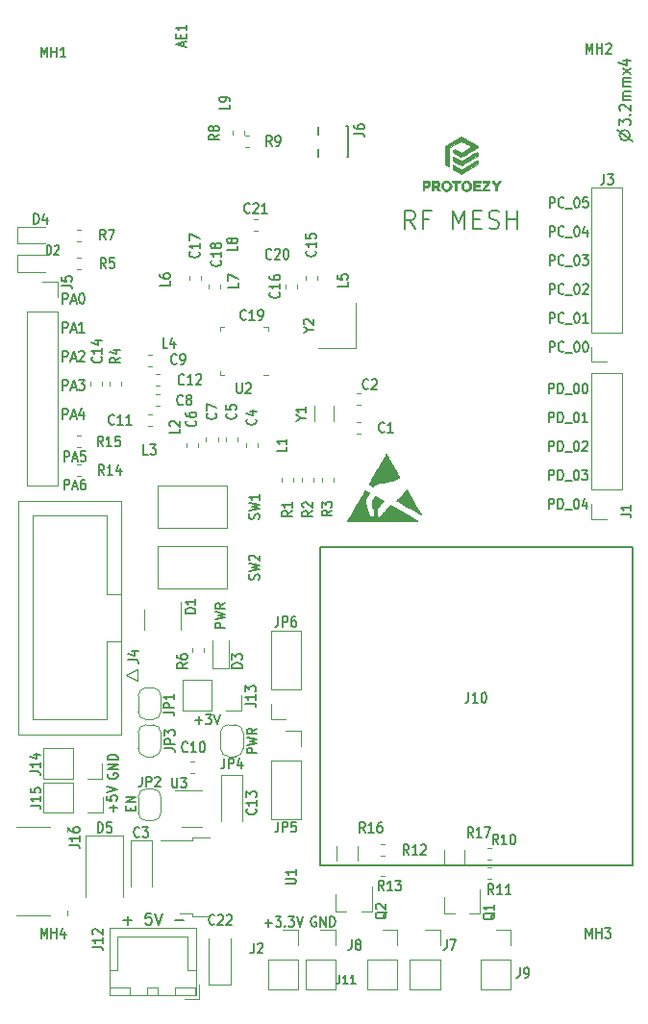
<source format=gbr>
%TF.GenerationSoftware,KiCad,Pcbnew,(5.1.6)-1*%
%TF.CreationDate,2020-11-01T11:06:05+05:30*%
%TF.ProjectId,PZYEMD011,505a5945-4d44-4303-9131-2e6b69636164,rev?*%
%TF.SameCoordinates,Original*%
%TF.FileFunction,Legend,Top*%
%TF.FilePolarity,Positive*%
%FSLAX46Y46*%
G04 Gerber Fmt 4.6, Leading zero omitted, Abs format (unit mm)*
G04 Created by KiCad (PCBNEW (5.1.6)-1) date 2020-11-01 11:06:05*
%MOMM*%
%LPD*%
G01*
G04 APERTURE LIST*
%ADD10C,0.140000*%
%ADD11C,0.150000*%
%ADD12C,0.200000*%
%ADD13C,0.120000*%
%ADD14C,0.010000*%
%ADD15C,0.127000*%
%ADD16C,0.130000*%
G04 APERTURE END LIST*
D10*
X94466666Y-89907142D02*
X94466666Y-89007142D01*
X94771428Y-89007142D01*
X94847619Y-89050000D01*
X94885714Y-89092857D01*
X94923809Y-89178571D01*
X94923809Y-89307142D01*
X94885714Y-89392857D01*
X94847619Y-89435714D01*
X94771428Y-89478571D01*
X94466666Y-89478571D01*
X95228571Y-89650000D02*
X95609523Y-89650000D01*
X95152380Y-89907142D02*
X95419047Y-89007142D01*
X95685714Y-89907142D01*
X96295238Y-89007142D02*
X96142857Y-89007142D01*
X96066666Y-89050000D01*
X96028571Y-89092857D01*
X95952380Y-89221428D01*
X95914285Y-89392857D01*
X95914285Y-89735714D01*
X95952380Y-89821428D01*
X95990476Y-89864285D01*
X96066666Y-89907142D01*
X96219047Y-89907142D01*
X96295238Y-89864285D01*
X96333333Y-89821428D01*
X96371428Y-89735714D01*
X96371428Y-89521428D01*
X96333333Y-89435714D01*
X96295238Y-89392857D01*
X96219047Y-89350000D01*
X96066666Y-89350000D01*
X95990476Y-89392857D01*
X95952380Y-89435714D01*
X95914285Y-89521428D01*
X94466666Y-87407142D02*
X94466666Y-86507142D01*
X94771428Y-86507142D01*
X94847619Y-86550000D01*
X94885714Y-86592857D01*
X94923809Y-86678571D01*
X94923809Y-86807142D01*
X94885714Y-86892857D01*
X94847619Y-86935714D01*
X94771428Y-86978571D01*
X94466666Y-86978571D01*
X95228571Y-87150000D02*
X95609523Y-87150000D01*
X95152380Y-87407142D02*
X95419047Y-86507142D01*
X95685714Y-87407142D01*
X96333333Y-86507142D02*
X95952380Y-86507142D01*
X95914285Y-86935714D01*
X95952380Y-86892857D01*
X96028571Y-86850000D01*
X96219047Y-86850000D01*
X96295238Y-86892857D01*
X96333333Y-86935714D01*
X96371428Y-87021428D01*
X96371428Y-87235714D01*
X96333333Y-87321428D01*
X96295238Y-87364285D01*
X96219047Y-87407142D01*
X96028571Y-87407142D01*
X95952380Y-87364285D01*
X95914285Y-87321428D01*
X94366666Y-83667142D02*
X94366666Y-82767142D01*
X94671428Y-82767142D01*
X94747619Y-82810000D01*
X94785714Y-82852857D01*
X94823809Y-82938571D01*
X94823809Y-83067142D01*
X94785714Y-83152857D01*
X94747619Y-83195714D01*
X94671428Y-83238571D01*
X94366666Y-83238571D01*
X95128571Y-83410000D02*
X95509523Y-83410000D01*
X95052380Y-83667142D02*
X95319047Y-82767142D01*
X95585714Y-83667142D01*
X96195238Y-83067142D02*
X96195238Y-83667142D01*
X96004761Y-82724285D02*
X95814285Y-83367142D01*
X96309523Y-83367142D01*
X94366666Y-81127142D02*
X94366666Y-80227142D01*
X94671428Y-80227142D01*
X94747619Y-80270000D01*
X94785714Y-80312857D01*
X94823809Y-80398571D01*
X94823809Y-80527142D01*
X94785714Y-80612857D01*
X94747619Y-80655714D01*
X94671428Y-80698571D01*
X94366666Y-80698571D01*
X95128571Y-80870000D02*
X95509523Y-80870000D01*
X95052380Y-81127142D02*
X95319047Y-80227142D01*
X95585714Y-81127142D01*
X95776190Y-80227142D02*
X96271428Y-80227142D01*
X96004761Y-80570000D01*
X96119047Y-80570000D01*
X96195238Y-80612857D01*
X96233333Y-80655714D01*
X96271428Y-80741428D01*
X96271428Y-80955714D01*
X96233333Y-81041428D01*
X96195238Y-81084285D01*
X96119047Y-81127142D01*
X95890476Y-81127142D01*
X95814285Y-81084285D01*
X95776190Y-81041428D01*
X94366666Y-78587142D02*
X94366666Y-77687142D01*
X94671428Y-77687142D01*
X94747619Y-77730000D01*
X94785714Y-77772857D01*
X94823809Y-77858571D01*
X94823809Y-77987142D01*
X94785714Y-78072857D01*
X94747619Y-78115714D01*
X94671428Y-78158571D01*
X94366666Y-78158571D01*
X95128571Y-78330000D02*
X95509523Y-78330000D01*
X95052380Y-78587142D02*
X95319047Y-77687142D01*
X95585714Y-78587142D01*
X95814285Y-77772857D02*
X95852380Y-77730000D01*
X95928571Y-77687142D01*
X96119047Y-77687142D01*
X96195238Y-77730000D01*
X96233333Y-77772857D01*
X96271428Y-77858571D01*
X96271428Y-77944285D01*
X96233333Y-78072857D01*
X95776190Y-78587142D01*
X96271428Y-78587142D01*
X94366666Y-76047142D02*
X94366666Y-75147142D01*
X94671428Y-75147142D01*
X94747619Y-75190000D01*
X94785714Y-75232857D01*
X94823809Y-75318571D01*
X94823809Y-75447142D01*
X94785714Y-75532857D01*
X94747619Y-75575714D01*
X94671428Y-75618571D01*
X94366666Y-75618571D01*
X95128571Y-75790000D02*
X95509523Y-75790000D01*
X95052380Y-76047142D02*
X95319047Y-75147142D01*
X95585714Y-76047142D01*
X96271428Y-76047142D02*
X95814285Y-76047142D01*
X96042857Y-76047142D02*
X96042857Y-75147142D01*
X95966666Y-75275714D01*
X95890476Y-75361428D01*
X95814285Y-75404285D01*
X94366666Y-73507142D02*
X94366666Y-72607142D01*
X94671428Y-72607142D01*
X94747619Y-72650000D01*
X94785714Y-72692857D01*
X94823809Y-72778571D01*
X94823809Y-72907142D01*
X94785714Y-72992857D01*
X94747619Y-73035714D01*
X94671428Y-73078571D01*
X94366666Y-73078571D01*
X95128571Y-73250000D02*
X95509523Y-73250000D01*
X95052380Y-73507142D02*
X95319047Y-72607142D01*
X95585714Y-73507142D01*
X96004761Y-72607142D02*
X96080952Y-72607142D01*
X96157142Y-72650000D01*
X96195238Y-72692857D01*
X96233333Y-72778571D01*
X96271428Y-72950000D01*
X96271428Y-73164285D01*
X96233333Y-73335714D01*
X96195238Y-73421428D01*
X96157142Y-73464285D01*
X96080952Y-73507142D01*
X96004761Y-73507142D01*
X95928571Y-73464285D01*
X95890476Y-73421428D01*
X95852380Y-73335714D01*
X95814285Y-73164285D01*
X95814285Y-72950000D01*
X95852380Y-72778571D01*
X95890476Y-72692857D01*
X95928571Y-72650000D01*
X96004761Y-72607142D01*
X116665476Y-127525000D02*
X116589285Y-127482142D01*
X116475000Y-127482142D01*
X116360714Y-127525000D01*
X116284523Y-127610714D01*
X116246428Y-127696428D01*
X116208333Y-127867857D01*
X116208333Y-127996428D01*
X116246428Y-128167857D01*
X116284523Y-128253571D01*
X116360714Y-128339285D01*
X116475000Y-128382142D01*
X116551190Y-128382142D01*
X116665476Y-128339285D01*
X116703571Y-128296428D01*
X116703571Y-127996428D01*
X116551190Y-127996428D01*
X117046428Y-128382142D02*
X117046428Y-127482142D01*
X117503571Y-128382142D01*
X117503571Y-127482142D01*
X117884523Y-128382142D02*
X117884523Y-127482142D01*
X118075000Y-127482142D01*
X118189285Y-127525000D01*
X118265476Y-127610714D01*
X118303571Y-127696428D01*
X118341666Y-127867857D01*
X118341666Y-127996428D01*
X118303571Y-128167857D01*
X118265476Y-128253571D01*
X118189285Y-128339285D01*
X118075000Y-128382142D01*
X117884523Y-128382142D01*
X137173809Y-91617142D02*
X137173809Y-90717142D01*
X137478571Y-90717142D01*
X137554761Y-90760000D01*
X137592857Y-90802857D01*
X137630952Y-90888571D01*
X137630952Y-91017142D01*
X137592857Y-91102857D01*
X137554761Y-91145714D01*
X137478571Y-91188571D01*
X137173809Y-91188571D01*
X137973809Y-91617142D02*
X137973809Y-90717142D01*
X138164285Y-90717142D01*
X138278571Y-90760000D01*
X138354761Y-90845714D01*
X138392857Y-90931428D01*
X138430952Y-91102857D01*
X138430952Y-91231428D01*
X138392857Y-91402857D01*
X138354761Y-91488571D01*
X138278571Y-91574285D01*
X138164285Y-91617142D01*
X137973809Y-91617142D01*
X138583333Y-91702857D02*
X139192857Y-91702857D01*
X139535714Y-90717142D02*
X139611904Y-90717142D01*
X139688095Y-90760000D01*
X139726190Y-90802857D01*
X139764285Y-90888571D01*
X139802380Y-91060000D01*
X139802380Y-91274285D01*
X139764285Y-91445714D01*
X139726190Y-91531428D01*
X139688095Y-91574285D01*
X139611904Y-91617142D01*
X139535714Y-91617142D01*
X139459523Y-91574285D01*
X139421428Y-91531428D01*
X139383333Y-91445714D01*
X139345238Y-91274285D01*
X139345238Y-91060000D01*
X139383333Y-90888571D01*
X139421428Y-90802857D01*
X139459523Y-90760000D01*
X139535714Y-90717142D01*
X140488095Y-91017142D02*
X140488095Y-91617142D01*
X140297619Y-90674285D02*
X140107142Y-91317142D01*
X140602380Y-91317142D01*
X137173809Y-89077142D02*
X137173809Y-88177142D01*
X137478571Y-88177142D01*
X137554761Y-88220000D01*
X137592857Y-88262857D01*
X137630952Y-88348571D01*
X137630952Y-88477142D01*
X137592857Y-88562857D01*
X137554761Y-88605714D01*
X137478571Y-88648571D01*
X137173809Y-88648571D01*
X137973809Y-89077142D02*
X137973809Y-88177142D01*
X138164285Y-88177142D01*
X138278571Y-88220000D01*
X138354761Y-88305714D01*
X138392857Y-88391428D01*
X138430952Y-88562857D01*
X138430952Y-88691428D01*
X138392857Y-88862857D01*
X138354761Y-88948571D01*
X138278571Y-89034285D01*
X138164285Y-89077142D01*
X137973809Y-89077142D01*
X138583333Y-89162857D02*
X139192857Y-89162857D01*
X139535714Y-88177142D02*
X139611904Y-88177142D01*
X139688095Y-88220000D01*
X139726190Y-88262857D01*
X139764285Y-88348571D01*
X139802380Y-88520000D01*
X139802380Y-88734285D01*
X139764285Y-88905714D01*
X139726190Y-88991428D01*
X139688095Y-89034285D01*
X139611904Y-89077142D01*
X139535714Y-89077142D01*
X139459523Y-89034285D01*
X139421428Y-88991428D01*
X139383333Y-88905714D01*
X139345238Y-88734285D01*
X139345238Y-88520000D01*
X139383333Y-88348571D01*
X139421428Y-88262857D01*
X139459523Y-88220000D01*
X139535714Y-88177142D01*
X140069047Y-88177142D02*
X140564285Y-88177142D01*
X140297619Y-88520000D01*
X140411904Y-88520000D01*
X140488095Y-88562857D01*
X140526190Y-88605714D01*
X140564285Y-88691428D01*
X140564285Y-88905714D01*
X140526190Y-88991428D01*
X140488095Y-89034285D01*
X140411904Y-89077142D01*
X140183333Y-89077142D01*
X140107142Y-89034285D01*
X140069047Y-88991428D01*
X137173809Y-86537142D02*
X137173809Y-85637142D01*
X137478571Y-85637142D01*
X137554761Y-85680000D01*
X137592857Y-85722857D01*
X137630952Y-85808571D01*
X137630952Y-85937142D01*
X137592857Y-86022857D01*
X137554761Y-86065714D01*
X137478571Y-86108571D01*
X137173809Y-86108571D01*
X137973809Y-86537142D02*
X137973809Y-85637142D01*
X138164285Y-85637142D01*
X138278571Y-85680000D01*
X138354761Y-85765714D01*
X138392857Y-85851428D01*
X138430952Y-86022857D01*
X138430952Y-86151428D01*
X138392857Y-86322857D01*
X138354761Y-86408571D01*
X138278571Y-86494285D01*
X138164285Y-86537142D01*
X137973809Y-86537142D01*
X138583333Y-86622857D02*
X139192857Y-86622857D01*
X139535714Y-85637142D02*
X139611904Y-85637142D01*
X139688095Y-85680000D01*
X139726190Y-85722857D01*
X139764285Y-85808571D01*
X139802380Y-85980000D01*
X139802380Y-86194285D01*
X139764285Y-86365714D01*
X139726190Y-86451428D01*
X139688095Y-86494285D01*
X139611904Y-86537142D01*
X139535714Y-86537142D01*
X139459523Y-86494285D01*
X139421428Y-86451428D01*
X139383333Y-86365714D01*
X139345238Y-86194285D01*
X139345238Y-85980000D01*
X139383333Y-85808571D01*
X139421428Y-85722857D01*
X139459523Y-85680000D01*
X139535714Y-85637142D01*
X140107142Y-85722857D02*
X140145238Y-85680000D01*
X140221428Y-85637142D01*
X140411904Y-85637142D01*
X140488095Y-85680000D01*
X140526190Y-85722857D01*
X140564285Y-85808571D01*
X140564285Y-85894285D01*
X140526190Y-86022857D01*
X140069047Y-86537142D01*
X140564285Y-86537142D01*
X137173809Y-83997142D02*
X137173809Y-83097142D01*
X137478571Y-83097142D01*
X137554761Y-83140000D01*
X137592857Y-83182857D01*
X137630952Y-83268571D01*
X137630952Y-83397142D01*
X137592857Y-83482857D01*
X137554761Y-83525714D01*
X137478571Y-83568571D01*
X137173809Y-83568571D01*
X137973809Y-83997142D02*
X137973809Y-83097142D01*
X138164285Y-83097142D01*
X138278571Y-83140000D01*
X138354761Y-83225714D01*
X138392857Y-83311428D01*
X138430952Y-83482857D01*
X138430952Y-83611428D01*
X138392857Y-83782857D01*
X138354761Y-83868571D01*
X138278571Y-83954285D01*
X138164285Y-83997142D01*
X137973809Y-83997142D01*
X138583333Y-84082857D02*
X139192857Y-84082857D01*
X139535714Y-83097142D02*
X139611904Y-83097142D01*
X139688095Y-83140000D01*
X139726190Y-83182857D01*
X139764285Y-83268571D01*
X139802380Y-83440000D01*
X139802380Y-83654285D01*
X139764285Y-83825714D01*
X139726190Y-83911428D01*
X139688095Y-83954285D01*
X139611904Y-83997142D01*
X139535714Y-83997142D01*
X139459523Y-83954285D01*
X139421428Y-83911428D01*
X139383333Y-83825714D01*
X139345238Y-83654285D01*
X139345238Y-83440000D01*
X139383333Y-83268571D01*
X139421428Y-83182857D01*
X139459523Y-83140000D01*
X139535714Y-83097142D01*
X140564285Y-83997142D02*
X140107142Y-83997142D01*
X140335714Y-83997142D02*
X140335714Y-83097142D01*
X140259523Y-83225714D01*
X140183333Y-83311428D01*
X140107142Y-83354285D01*
X137173809Y-81457142D02*
X137173809Y-80557142D01*
X137478571Y-80557142D01*
X137554761Y-80600000D01*
X137592857Y-80642857D01*
X137630952Y-80728571D01*
X137630952Y-80857142D01*
X137592857Y-80942857D01*
X137554761Y-80985714D01*
X137478571Y-81028571D01*
X137173809Y-81028571D01*
X137973809Y-81457142D02*
X137973809Y-80557142D01*
X138164285Y-80557142D01*
X138278571Y-80600000D01*
X138354761Y-80685714D01*
X138392857Y-80771428D01*
X138430952Y-80942857D01*
X138430952Y-81071428D01*
X138392857Y-81242857D01*
X138354761Y-81328571D01*
X138278571Y-81414285D01*
X138164285Y-81457142D01*
X137973809Y-81457142D01*
X138583333Y-81542857D02*
X139192857Y-81542857D01*
X139535714Y-80557142D02*
X139611904Y-80557142D01*
X139688095Y-80600000D01*
X139726190Y-80642857D01*
X139764285Y-80728571D01*
X139802380Y-80900000D01*
X139802380Y-81114285D01*
X139764285Y-81285714D01*
X139726190Y-81371428D01*
X139688095Y-81414285D01*
X139611904Y-81457142D01*
X139535714Y-81457142D01*
X139459523Y-81414285D01*
X139421428Y-81371428D01*
X139383333Y-81285714D01*
X139345238Y-81114285D01*
X139345238Y-80900000D01*
X139383333Y-80728571D01*
X139421428Y-80642857D01*
X139459523Y-80600000D01*
X139535714Y-80557142D01*
X140297619Y-80557142D02*
X140373809Y-80557142D01*
X140450000Y-80600000D01*
X140488095Y-80642857D01*
X140526190Y-80728571D01*
X140564285Y-80900000D01*
X140564285Y-81114285D01*
X140526190Y-81285714D01*
X140488095Y-81371428D01*
X140450000Y-81414285D01*
X140373809Y-81457142D01*
X140297619Y-81457142D01*
X140221428Y-81414285D01*
X140183333Y-81371428D01*
X140145238Y-81285714D01*
X140107142Y-81114285D01*
X140107142Y-80900000D01*
X140145238Y-80728571D01*
X140183333Y-80642857D01*
X140221428Y-80600000D01*
X140297619Y-80557142D01*
X137223809Y-77757142D02*
X137223809Y-76857142D01*
X137528571Y-76857142D01*
X137604761Y-76900000D01*
X137642857Y-76942857D01*
X137680952Y-77028571D01*
X137680952Y-77157142D01*
X137642857Y-77242857D01*
X137604761Y-77285714D01*
X137528571Y-77328571D01*
X137223809Y-77328571D01*
X138480952Y-77671428D02*
X138442857Y-77714285D01*
X138328571Y-77757142D01*
X138252380Y-77757142D01*
X138138095Y-77714285D01*
X138061904Y-77628571D01*
X138023809Y-77542857D01*
X137985714Y-77371428D01*
X137985714Y-77242857D01*
X138023809Y-77071428D01*
X138061904Y-76985714D01*
X138138095Y-76900000D01*
X138252380Y-76857142D01*
X138328571Y-76857142D01*
X138442857Y-76900000D01*
X138480952Y-76942857D01*
X138633333Y-77842857D02*
X139242857Y-77842857D01*
X139585714Y-76857142D02*
X139661904Y-76857142D01*
X139738095Y-76900000D01*
X139776190Y-76942857D01*
X139814285Y-77028571D01*
X139852380Y-77200000D01*
X139852380Y-77414285D01*
X139814285Y-77585714D01*
X139776190Y-77671428D01*
X139738095Y-77714285D01*
X139661904Y-77757142D01*
X139585714Y-77757142D01*
X139509523Y-77714285D01*
X139471428Y-77671428D01*
X139433333Y-77585714D01*
X139395238Y-77414285D01*
X139395238Y-77200000D01*
X139433333Y-77028571D01*
X139471428Y-76942857D01*
X139509523Y-76900000D01*
X139585714Y-76857142D01*
X140347619Y-76857142D02*
X140423809Y-76857142D01*
X140500000Y-76900000D01*
X140538095Y-76942857D01*
X140576190Y-77028571D01*
X140614285Y-77200000D01*
X140614285Y-77414285D01*
X140576190Y-77585714D01*
X140538095Y-77671428D01*
X140500000Y-77714285D01*
X140423809Y-77757142D01*
X140347619Y-77757142D01*
X140271428Y-77714285D01*
X140233333Y-77671428D01*
X140195238Y-77585714D01*
X140157142Y-77414285D01*
X140157142Y-77200000D01*
X140195238Y-77028571D01*
X140233333Y-76942857D01*
X140271428Y-76900000D01*
X140347619Y-76857142D01*
X137223809Y-75217142D02*
X137223809Y-74317142D01*
X137528571Y-74317142D01*
X137604761Y-74360000D01*
X137642857Y-74402857D01*
X137680952Y-74488571D01*
X137680952Y-74617142D01*
X137642857Y-74702857D01*
X137604761Y-74745714D01*
X137528571Y-74788571D01*
X137223809Y-74788571D01*
X138480952Y-75131428D02*
X138442857Y-75174285D01*
X138328571Y-75217142D01*
X138252380Y-75217142D01*
X138138095Y-75174285D01*
X138061904Y-75088571D01*
X138023809Y-75002857D01*
X137985714Y-74831428D01*
X137985714Y-74702857D01*
X138023809Y-74531428D01*
X138061904Y-74445714D01*
X138138095Y-74360000D01*
X138252380Y-74317142D01*
X138328571Y-74317142D01*
X138442857Y-74360000D01*
X138480952Y-74402857D01*
X138633333Y-75302857D02*
X139242857Y-75302857D01*
X139585714Y-74317142D02*
X139661904Y-74317142D01*
X139738095Y-74360000D01*
X139776190Y-74402857D01*
X139814285Y-74488571D01*
X139852380Y-74660000D01*
X139852380Y-74874285D01*
X139814285Y-75045714D01*
X139776190Y-75131428D01*
X139738095Y-75174285D01*
X139661904Y-75217142D01*
X139585714Y-75217142D01*
X139509523Y-75174285D01*
X139471428Y-75131428D01*
X139433333Y-75045714D01*
X139395238Y-74874285D01*
X139395238Y-74660000D01*
X139433333Y-74488571D01*
X139471428Y-74402857D01*
X139509523Y-74360000D01*
X139585714Y-74317142D01*
X140614285Y-75217142D02*
X140157142Y-75217142D01*
X140385714Y-75217142D02*
X140385714Y-74317142D01*
X140309523Y-74445714D01*
X140233333Y-74531428D01*
X140157142Y-74574285D01*
X137223809Y-72677142D02*
X137223809Y-71777142D01*
X137528571Y-71777142D01*
X137604761Y-71820000D01*
X137642857Y-71862857D01*
X137680952Y-71948571D01*
X137680952Y-72077142D01*
X137642857Y-72162857D01*
X137604761Y-72205714D01*
X137528571Y-72248571D01*
X137223809Y-72248571D01*
X138480952Y-72591428D02*
X138442857Y-72634285D01*
X138328571Y-72677142D01*
X138252380Y-72677142D01*
X138138095Y-72634285D01*
X138061904Y-72548571D01*
X138023809Y-72462857D01*
X137985714Y-72291428D01*
X137985714Y-72162857D01*
X138023809Y-71991428D01*
X138061904Y-71905714D01*
X138138095Y-71820000D01*
X138252380Y-71777142D01*
X138328571Y-71777142D01*
X138442857Y-71820000D01*
X138480952Y-71862857D01*
X138633333Y-72762857D02*
X139242857Y-72762857D01*
X139585714Y-71777142D02*
X139661904Y-71777142D01*
X139738095Y-71820000D01*
X139776190Y-71862857D01*
X139814285Y-71948571D01*
X139852380Y-72120000D01*
X139852380Y-72334285D01*
X139814285Y-72505714D01*
X139776190Y-72591428D01*
X139738095Y-72634285D01*
X139661904Y-72677142D01*
X139585714Y-72677142D01*
X139509523Y-72634285D01*
X139471428Y-72591428D01*
X139433333Y-72505714D01*
X139395238Y-72334285D01*
X139395238Y-72120000D01*
X139433333Y-71948571D01*
X139471428Y-71862857D01*
X139509523Y-71820000D01*
X139585714Y-71777142D01*
X140157142Y-71862857D02*
X140195238Y-71820000D01*
X140271428Y-71777142D01*
X140461904Y-71777142D01*
X140538095Y-71820000D01*
X140576190Y-71862857D01*
X140614285Y-71948571D01*
X140614285Y-72034285D01*
X140576190Y-72162857D01*
X140119047Y-72677142D01*
X140614285Y-72677142D01*
X137223809Y-70137142D02*
X137223809Y-69237142D01*
X137528571Y-69237142D01*
X137604761Y-69280000D01*
X137642857Y-69322857D01*
X137680952Y-69408571D01*
X137680952Y-69537142D01*
X137642857Y-69622857D01*
X137604761Y-69665714D01*
X137528571Y-69708571D01*
X137223809Y-69708571D01*
X138480952Y-70051428D02*
X138442857Y-70094285D01*
X138328571Y-70137142D01*
X138252380Y-70137142D01*
X138138095Y-70094285D01*
X138061904Y-70008571D01*
X138023809Y-69922857D01*
X137985714Y-69751428D01*
X137985714Y-69622857D01*
X138023809Y-69451428D01*
X138061904Y-69365714D01*
X138138095Y-69280000D01*
X138252380Y-69237142D01*
X138328571Y-69237142D01*
X138442857Y-69280000D01*
X138480952Y-69322857D01*
X138633333Y-70222857D02*
X139242857Y-70222857D01*
X139585714Y-69237142D02*
X139661904Y-69237142D01*
X139738095Y-69280000D01*
X139776190Y-69322857D01*
X139814285Y-69408571D01*
X139852380Y-69580000D01*
X139852380Y-69794285D01*
X139814285Y-69965714D01*
X139776190Y-70051428D01*
X139738095Y-70094285D01*
X139661904Y-70137142D01*
X139585714Y-70137142D01*
X139509523Y-70094285D01*
X139471428Y-70051428D01*
X139433333Y-69965714D01*
X139395238Y-69794285D01*
X139395238Y-69580000D01*
X139433333Y-69408571D01*
X139471428Y-69322857D01*
X139509523Y-69280000D01*
X139585714Y-69237142D01*
X140119047Y-69237142D02*
X140614285Y-69237142D01*
X140347619Y-69580000D01*
X140461904Y-69580000D01*
X140538095Y-69622857D01*
X140576190Y-69665714D01*
X140614285Y-69751428D01*
X140614285Y-69965714D01*
X140576190Y-70051428D01*
X140538095Y-70094285D01*
X140461904Y-70137142D01*
X140233333Y-70137142D01*
X140157142Y-70094285D01*
X140119047Y-70051428D01*
X137223809Y-67597142D02*
X137223809Y-66697142D01*
X137528571Y-66697142D01*
X137604761Y-66740000D01*
X137642857Y-66782857D01*
X137680952Y-66868571D01*
X137680952Y-66997142D01*
X137642857Y-67082857D01*
X137604761Y-67125714D01*
X137528571Y-67168571D01*
X137223809Y-67168571D01*
X138480952Y-67511428D02*
X138442857Y-67554285D01*
X138328571Y-67597142D01*
X138252380Y-67597142D01*
X138138095Y-67554285D01*
X138061904Y-67468571D01*
X138023809Y-67382857D01*
X137985714Y-67211428D01*
X137985714Y-67082857D01*
X138023809Y-66911428D01*
X138061904Y-66825714D01*
X138138095Y-66740000D01*
X138252380Y-66697142D01*
X138328571Y-66697142D01*
X138442857Y-66740000D01*
X138480952Y-66782857D01*
X138633333Y-67682857D02*
X139242857Y-67682857D01*
X139585714Y-66697142D02*
X139661904Y-66697142D01*
X139738095Y-66740000D01*
X139776190Y-66782857D01*
X139814285Y-66868571D01*
X139852380Y-67040000D01*
X139852380Y-67254285D01*
X139814285Y-67425714D01*
X139776190Y-67511428D01*
X139738095Y-67554285D01*
X139661904Y-67597142D01*
X139585714Y-67597142D01*
X139509523Y-67554285D01*
X139471428Y-67511428D01*
X139433333Y-67425714D01*
X139395238Y-67254285D01*
X139395238Y-67040000D01*
X139433333Y-66868571D01*
X139471428Y-66782857D01*
X139509523Y-66740000D01*
X139585714Y-66697142D01*
X140538095Y-66997142D02*
X140538095Y-67597142D01*
X140347619Y-66654285D02*
X140157142Y-67297142D01*
X140652380Y-67297142D01*
X111457142Y-113116666D02*
X110557142Y-113116666D01*
X110557142Y-112811904D01*
X110600000Y-112735714D01*
X110642857Y-112697619D01*
X110728571Y-112659523D01*
X110857142Y-112659523D01*
X110942857Y-112697619D01*
X110985714Y-112735714D01*
X111028571Y-112811904D01*
X111028571Y-113116666D01*
X110557142Y-112392857D02*
X111457142Y-112202380D01*
X110814285Y-112050000D01*
X111457142Y-111897619D01*
X110557142Y-111707142D01*
X111457142Y-110945238D02*
X111028571Y-111211904D01*
X111457142Y-111402380D02*
X110557142Y-111402380D01*
X110557142Y-111097619D01*
X110600000Y-111021428D01*
X110642857Y-110983333D01*
X110728571Y-110945238D01*
X110857142Y-110945238D01*
X110942857Y-110983333D01*
X110985714Y-111021428D01*
X111028571Y-111097619D01*
X111028571Y-111402380D01*
X137223809Y-65057142D02*
X137223809Y-64157142D01*
X137528571Y-64157142D01*
X137604761Y-64200000D01*
X137642857Y-64242857D01*
X137680952Y-64328571D01*
X137680952Y-64457142D01*
X137642857Y-64542857D01*
X137604761Y-64585714D01*
X137528571Y-64628571D01*
X137223809Y-64628571D01*
X138480952Y-64971428D02*
X138442857Y-65014285D01*
X138328571Y-65057142D01*
X138252380Y-65057142D01*
X138138095Y-65014285D01*
X138061904Y-64928571D01*
X138023809Y-64842857D01*
X137985714Y-64671428D01*
X137985714Y-64542857D01*
X138023809Y-64371428D01*
X138061904Y-64285714D01*
X138138095Y-64200000D01*
X138252380Y-64157142D01*
X138328571Y-64157142D01*
X138442857Y-64200000D01*
X138480952Y-64242857D01*
X138633333Y-65142857D02*
X139242857Y-65142857D01*
X139585714Y-64157142D02*
X139661904Y-64157142D01*
X139738095Y-64200000D01*
X139776190Y-64242857D01*
X139814285Y-64328571D01*
X139852380Y-64500000D01*
X139852380Y-64714285D01*
X139814285Y-64885714D01*
X139776190Y-64971428D01*
X139738095Y-65014285D01*
X139661904Y-65057142D01*
X139585714Y-65057142D01*
X139509523Y-65014285D01*
X139471428Y-64971428D01*
X139433333Y-64885714D01*
X139395238Y-64714285D01*
X139395238Y-64500000D01*
X139433333Y-64328571D01*
X139471428Y-64242857D01*
X139509523Y-64200000D01*
X139585714Y-64157142D01*
X140576190Y-64157142D02*
X140195238Y-64157142D01*
X140157142Y-64585714D01*
X140195238Y-64542857D01*
X140271428Y-64500000D01*
X140461904Y-64500000D01*
X140538095Y-64542857D01*
X140576190Y-64585714D01*
X140614285Y-64671428D01*
X140614285Y-64885714D01*
X140576190Y-64971428D01*
X140538095Y-65014285D01*
X140461904Y-65057142D01*
X140271428Y-65057142D01*
X140195238Y-65014285D01*
X140157142Y-64971428D01*
X100335714Y-118140476D02*
X100335714Y-117873809D01*
X100807142Y-117759523D02*
X100807142Y-118140476D01*
X99907142Y-118140476D01*
X99907142Y-117759523D01*
X100807142Y-117416666D02*
X99907142Y-117416666D01*
X100807142Y-116959523D01*
X99907142Y-116959523D01*
X98814285Y-118228571D02*
X98814285Y-117619047D01*
X99157142Y-117923809D02*
X98471428Y-117923809D01*
X98257142Y-116857142D02*
X98257142Y-117238095D01*
X98685714Y-117276190D01*
X98642857Y-117238095D01*
X98600000Y-117161904D01*
X98600000Y-116971428D01*
X98642857Y-116895238D01*
X98685714Y-116857142D01*
X98771428Y-116819047D01*
X98985714Y-116819047D01*
X99071428Y-116857142D01*
X99114285Y-116895238D01*
X99157142Y-116971428D01*
X99157142Y-117161904D01*
X99114285Y-117238095D01*
X99071428Y-117276190D01*
X98257142Y-116590476D02*
X99157142Y-116323809D01*
X98257142Y-116057142D01*
X98350000Y-114909523D02*
X98307142Y-114985714D01*
X98307142Y-115100000D01*
X98350000Y-115214285D01*
X98435714Y-115290476D01*
X98521428Y-115328571D01*
X98692857Y-115366666D01*
X98821428Y-115366666D01*
X98992857Y-115328571D01*
X99078571Y-115290476D01*
X99164285Y-115214285D01*
X99207142Y-115100000D01*
X99207142Y-115023809D01*
X99164285Y-114909523D01*
X99121428Y-114871428D01*
X98821428Y-114871428D01*
X98821428Y-115023809D01*
X99207142Y-114528571D02*
X98307142Y-114528571D01*
X99207142Y-114071428D01*
X98307142Y-114071428D01*
X99207142Y-113690476D02*
X98307142Y-113690476D01*
X98307142Y-113500000D01*
X98350000Y-113385714D01*
X98435714Y-113309523D01*
X98521428Y-113271428D01*
X98692857Y-113233333D01*
X98821428Y-113233333D01*
X98992857Y-113271428D01*
X99078571Y-113309523D01*
X99164285Y-113385714D01*
X99207142Y-113500000D01*
X99207142Y-113690476D01*
X106021428Y-110214285D02*
X106630952Y-110214285D01*
X106326190Y-110557142D02*
X106326190Y-109871428D01*
X106935714Y-109657142D02*
X107430952Y-109657142D01*
X107164285Y-110000000D01*
X107278571Y-110000000D01*
X107354761Y-110042857D01*
X107392857Y-110085714D01*
X107430952Y-110171428D01*
X107430952Y-110385714D01*
X107392857Y-110471428D01*
X107354761Y-110514285D01*
X107278571Y-110557142D01*
X107050000Y-110557142D01*
X106973809Y-110514285D01*
X106935714Y-110471428D01*
X107659523Y-109657142D02*
X107926190Y-110557142D01*
X108192857Y-109657142D01*
X112175000Y-128039285D02*
X112784523Y-128039285D01*
X112479761Y-128382142D02*
X112479761Y-127696428D01*
X113089285Y-127482142D02*
X113584523Y-127482142D01*
X113317857Y-127825000D01*
X113432142Y-127825000D01*
X113508333Y-127867857D01*
X113546428Y-127910714D01*
X113584523Y-127996428D01*
X113584523Y-128210714D01*
X113546428Y-128296428D01*
X113508333Y-128339285D01*
X113432142Y-128382142D01*
X113203571Y-128382142D01*
X113127380Y-128339285D01*
X113089285Y-128296428D01*
X113927380Y-128296428D02*
X113965476Y-128339285D01*
X113927380Y-128382142D01*
X113889285Y-128339285D01*
X113927380Y-128296428D01*
X113927380Y-128382142D01*
X114232142Y-127482142D02*
X114727380Y-127482142D01*
X114460714Y-127825000D01*
X114575000Y-127825000D01*
X114651190Y-127867857D01*
X114689285Y-127910714D01*
X114727380Y-127996428D01*
X114727380Y-128210714D01*
X114689285Y-128296428D01*
X114651190Y-128339285D01*
X114575000Y-128382142D01*
X114346428Y-128382142D01*
X114270238Y-128339285D01*
X114232142Y-128296428D01*
X114955952Y-127482142D02*
X115222619Y-128382142D01*
X115489285Y-127482142D01*
D11*
X99683333Y-127821428D02*
X100445238Y-127821428D01*
X100064285Y-128202380D02*
X100064285Y-127440476D01*
X102159523Y-127202380D02*
X101683333Y-127202380D01*
X101635714Y-127678571D01*
X101683333Y-127630952D01*
X101778571Y-127583333D01*
X102016666Y-127583333D01*
X102111904Y-127630952D01*
X102159523Y-127678571D01*
X102207142Y-127773809D01*
X102207142Y-128011904D01*
X102159523Y-128107142D01*
X102111904Y-128154761D01*
X102016666Y-128202380D01*
X101778571Y-128202380D01*
X101683333Y-128154761D01*
X101635714Y-128107142D01*
X102492857Y-127202380D02*
X102826190Y-128202380D01*
X103159523Y-127202380D01*
X104254761Y-127821428D02*
X105016666Y-127821428D01*
D10*
X108657142Y-102066666D02*
X107757142Y-102066666D01*
X107757142Y-101761904D01*
X107800000Y-101685714D01*
X107842857Y-101647619D01*
X107928571Y-101609523D01*
X108057142Y-101609523D01*
X108142857Y-101647619D01*
X108185714Y-101685714D01*
X108228571Y-101761904D01*
X108228571Y-102066666D01*
X107757142Y-101342857D02*
X108657142Y-101152380D01*
X108014285Y-101000000D01*
X108657142Y-100847619D01*
X107757142Y-100657142D01*
X108657142Y-99895238D02*
X108228571Y-100161904D01*
X108657142Y-100352380D02*
X107757142Y-100352380D01*
X107757142Y-100047619D01*
X107800000Y-99971428D01*
X107842857Y-99933333D01*
X107928571Y-99895238D01*
X108057142Y-99895238D01*
X108142857Y-99933333D01*
X108185714Y-99971428D01*
X108228571Y-100047619D01*
X108228571Y-100352380D01*
D12*
X125411904Y-66923809D02*
X124878571Y-66161904D01*
X124497619Y-66923809D02*
X124497619Y-65323809D01*
X125107142Y-65323809D01*
X125259523Y-65400000D01*
X125335714Y-65476190D01*
X125411904Y-65628571D01*
X125411904Y-65857142D01*
X125335714Y-66009523D01*
X125259523Y-66085714D01*
X125107142Y-66161904D01*
X124497619Y-66161904D01*
X126630952Y-66085714D02*
X126097619Y-66085714D01*
X126097619Y-66923809D02*
X126097619Y-65323809D01*
X126859523Y-65323809D01*
X128688095Y-66923809D02*
X128688095Y-65323809D01*
X129221428Y-66466666D01*
X129754761Y-65323809D01*
X129754761Y-66923809D01*
X130516666Y-66085714D02*
X131050000Y-66085714D01*
X131278571Y-66923809D02*
X130516666Y-66923809D01*
X130516666Y-65323809D01*
X131278571Y-65323809D01*
X131888095Y-66847619D02*
X132116666Y-66923809D01*
X132497619Y-66923809D01*
X132650000Y-66847619D01*
X132726190Y-66771428D01*
X132802380Y-66619047D01*
X132802380Y-66466666D01*
X132726190Y-66314285D01*
X132650000Y-66238095D01*
X132497619Y-66161904D01*
X132192857Y-66085714D01*
X132040476Y-66009523D01*
X131964285Y-65933333D01*
X131888095Y-65780952D01*
X131888095Y-65628571D01*
X131964285Y-65476190D01*
X132040476Y-65400000D01*
X132192857Y-65323809D01*
X132573809Y-65323809D01*
X132802380Y-65400000D01*
X133488095Y-66923809D02*
X133488095Y-65323809D01*
X133488095Y-66085714D02*
X134402380Y-66085714D01*
X134402380Y-66923809D02*
X134402380Y-65323809D01*
D11*
X143352380Y-57835714D02*
X143352380Y-57278571D01*
X143733333Y-57578571D01*
X143733333Y-57450000D01*
X143780952Y-57364285D01*
X143828571Y-57321428D01*
X143923809Y-57278571D01*
X144161904Y-57278571D01*
X144257142Y-57321428D01*
X144304761Y-57364285D01*
X144352380Y-57450000D01*
X144352380Y-57707142D01*
X144304761Y-57792857D01*
X144257142Y-57835714D01*
X144257142Y-56892857D02*
X144304761Y-56850000D01*
X144352380Y-56892857D01*
X144304761Y-56935714D01*
X144257142Y-56892857D01*
X144352380Y-56892857D01*
X143447619Y-56507142D02*
X143400000Y-56464285D01*
X143352380Y-56378571D01*
X143352380Y-56164285D01*
X143400000Y-56078571D01*
X143447619Y-56035714D01*
X143542857Y-55992857D01*
X143638095Y-55992857D01*
X143780952Y-56035714D01*
X144352380Y-56550000D01*
X144352380Y-55992857D01*
X144352380Y-55607142D02*
X143685714Y-55607142D01*
X143780952Y-55607142D02*
X143733333Y-55564285D01*
X143685714Y-55478571D01*
X143685714Y-55350000D01*
X143733333Y-55264285D01*
X143828571Y-55221428D01*
X144352380Y-55221428D01*
X143828571Y-55221428D02*
X143733333Y-55178571D01*
X143685714Y-55092857D01*
X143685714Y-54964285D01*
X143733333Y-54878571D01*
X143828571Y-54835714D01*
X144352380Y-54835714D01*
X144352380Y-54407142D02*
X143685714Y-54407142D01*
X143780952Y-54407142D02*
X143733333Y-54364285D01*
X143685714Y-54278571D01*
X143685714Y-54150000D01*
X143733333Y-54064285D01*
X143828571Y-54021428D01*
X144352380Y-54021428D01*
X143828571Y-54021428D02*
X143733333Y-53978571D01*
X143685714Y-53892857D01*
X143685714Y-53764285D01*
X143733333Y-53678571D01*
X143828571Y-53635714D01*
X144352380Y-53635714D01*
X144352380Y-53292857D02*
X143685714Y-52821428D01*
X143685714Y-53292857D02*
X144352380Y-52821428D01*
X143685714Y-52092857D02*
X144352380Y-52092857D01*
X143304761Y-52307142D02*
X144019047Y-52521428D01*
X144019047Y-51964285D01*
X143150000Y-58200000D02*
X144500000Y-59250000D01*
X144310977Y-58700000D02*
G75*
G03*
X144310977Y-58700000I-460977J0D01*
G01*
D13*
%TO.C,J9*%
X132500000Y-128670000D02*
X133830000Y-128670000D01*
X133830000Y-128670000D02*
X133830000Y-130000000D01*
X133830000Y-131270000D02*
X133830000Y-133870000D01*
X131170000Y-133870000D02*
X133830000Y-133870000D01*
X131170000Y-131270000D02*
X131170000Y-133870000D01*
X131170000Y-131270000D02*
X133830000Y-131270000D01*
D14*
%TO.C,G\u002A\u002A\u002A*%
G36*
X130864854Y-60179419D02*
G01*
X130870262Y-60240378D01*
X130872398Y-60326023D01*
X130872400Y-60328526D01*
X130872400Y-60500853D01*
X130174971Y-60925426D01*
X130004977Y-61028541D01*
X129848722Y-61122609D01*
X129711512Y-61204492D01*
X129598657Y-61271049D01*
X129515463Y-61319141D01*
X129467238Y-61345628D01*
X129457421Y-61349855D01*
X129429615Y-61337981D01*
X129365307Y-61305192D01*
X129272212Y-61255583D01*
X129158043Y-61193248D01*
X129062682Y-61140305D01*
X128688065Y-60930900D01*
X128688032Y-60744633D01*
X128690508Y-60656153D01*
X128697083Y-60592934D01*
X128706422Y-60566778D01*
X128708112Y-60566833D01*
X128736160Y-60581366D01*
X128800769Y-60616099D01*
X128894004Y-60666728D01*
X129007927Y-60728949D01*
X129090621Y-60774288D01*
X129227711Y-60847329D01*
X129343012Y-60904331D01*
X129430112Y-60942360D01*
X129482595Y-60958482D01*
X129492536Y-60958112D01*
X129523621Y-60941601D01*
X129592461Y-60902220D01*
X129693315Y-60843345D01*
X129820444Y-60768352D01*
X129968108Y-60680616D01*
X130130567Y-60583515D01*
X130187143Y-60549573D01*
X130351807Y-60450984D01*
X130502295Y-60361438D01*
X130633139Y-60284145D01*
X130738869Y-60222315D01*
X130814017Y-60179158D01*
X130853115Y-60157883D01*
X130857315Y-60156199D01*
X130864854Y-60179419D01*
G37*
X130864854Y-60179419D02*
X130870262Y-60240378D01*
X130872398Y-60326023D01*
X130872400Y-60328526D01*
X130872400Y-60500853D01*
X130174971Y-60925426D01*
X130004977Y-61028541D01*
X129848722Y-61122609D01*
X129711512Y-61204492D01*
X129598657Y-61271049D01*
X129515463Y-61319141D01*
X129467238Y-61345628D01*
X129457421Y-61349855D01*
X129429615Y-61337981D01*
X129365307Y-61305192D01*
X129272212Y-61255583D01*
X129158043Y-61193248D01*
X129062682Y-61140305D01*
X128688065Y-60930900D01*
X128688032Y-60744633D01*
X128690508Y-60656153D01*
X128697083Y-60592934D01*
X128706422Y-60566778D01*
X128708112Y-60566833D01*
X128736160Y-60581366D01*
X128800769Y-60616099D01*
X128894004Y-60666728D01*
X129007927Y-60728949D01*
X129090621Y-60774288D01*
X129227711Y-60847329D01*
X129343012Y-60904331D01*
X129430112Y-60942360D01*
X129482595Y-60958482D01*
X129492536Y-60958112D01*
X129523621Y-60941601D01*
X129592461Y-60902220D01*
X129693315Y-60843345D01*
X129820444Y-60768352D01*
X129968108Y-60680616D01*
X130130567Y-60583515D01*
X130187143Y-60549573D01*
X130351807Y-60450984D01*
X130502295Y-60361438D01*
X130633139Y-60284145D01*
X130738869Y-60222315D01*
X130814017Y-60179158D01*
X130853115Y-60157883D01*
X130857315Y-60156199D01*
X130864854Y-60179419D01*
G36*
X130159625Y-59217292D02*
G01*
X130356556Y-59330954D01*
X130513707Y-59422556D01*
X130635503Y-59495068D01*
X130726371Y-59551458D01*
X130790736Y-59594697D01*
X130833025Y-59627755D01*
X130857661Y-59653600D01*
X130869072Y-59675203D01*
X130871689Y-59695083D01*
X130868177Y-59715675D01*
X130855178Y-59738261D01*
X130828341Y-59765867D01*
X130783318Y-59801521D01*
X130715759Y-59848248D01*
X130621316Y-59909075D01*
X130495639Y-59987029D01*
X130334379Y-60085135D01*
X130160415Y-60190042D01*
X129988584Y-60292809D01*
X129830452Y-60386193D01*
X129691298Y-60467167D01*
X129576399Y-60532709D01*
X129491034Y-60579793D01*
X129440483Y-60605396D01*
X129428902Y-60609142D01*
X129400654Y-60594435D01*
X129336053Y-60559217D01*
X129243032Y-60507861D01*
X129129527Y-60444740D01*
X129047976Y-60399169D01*
X128688000Y-60197639D01*
X128688000Y-60102791D01*
X128695528Y-60033913D01*
X128727150Y-59987884D01*
X128773564Y-59955061D01*
X128859128Y-59902179D01*
X129153462Y-60069622D01*
X129447795Y-60237064D01*
X129879996Y-59974382D01*
X130011859Y-59893649D01*
X130127560Y-59821688D01*
X130220544Y-59762666D01*
X130284259Y-59720753D01*
X130312152Y-59700119D01*
X130312862Y-59699000D01*
X130291925Y-59683376D01*
X130233128Y-59647177D01*
X130143126Y-59594300D01*
X130028575Y-59528643D01*
X129896130Y-59454106D01*
X129869092Y-59439039D01*
X129424655Y-59191779D01*
X128891384Y-59515239D01*
X128358112Y-59838700D01*
X128357956Y-60645150D01*
X128357342Y-60841689D01*
X128355674Y-61020855D01*
X128353096Y-61176623D01*
X128349751Y-61302968D01*
X128345784Y-61393865D01*
X128341337Y-61443288D01*
X128338750Y-61450611D01*
X128308549Y-61437966D01*
X128248630Y-61405965D01*
X128180000Y-61366269D01*
X128040300Y-61282916D01*
X128040300Y-59616815D01*
X129446850Y-58806917D01*
X130159625Y-59217292D01*
G37*
X130159625Y-59217292D02*
X130356556Y-59330954D01*
X130513707Y-59422556D01*
X130635503Y-59495068D01*
X130726371Y-59551458D01*
X130790736Y-59594697D01*
X130833025Y-59627755D01*
X130857661Y-59653600D01*
X130869072Y-59675203D01*
X130871689Y-59695083D01*
X130868177Y-59715675D01*
X130855178Y-59738261D01*
X130828341Y-59765867D01*
X130783318Y-59801521D01*
X130715759Y-59848248D01*
X130621316Y-59909075D01*
X130495639Y-59987029D01*
X130334379Y-60085135D01*
X130160415Y-60190042D01*
X129988584Y-60292809D01*
X129830452Y-60386193D01*
X129691298Y-60467167D01*
X129576399Y-60532709D01*
X129491034Y-60579793D01*
X129440483Y-60605396D01*
X129428902Y-60609142D01*
X129400654Y-60594435D01*
X129336053Y-60559217D01*
X129243032Y-60507861D01*
X129129527Y-60444740D01*
X129047976Y-60399169D01*
X128688000Y-60197639D01*
X128688000Y-60102791D01*
X128695528Y-60033913D01*
X128727150Y-59987884D01*
X128773564Y-59955061D01*
X128859128Y-59902179D01*
X129153462Y-60069622D01*
X129447795Y-60237064D01*
X129879996Y-59974382D01*
X130011859Y-59893649D01*
X130127560Y-59821688D01*
X130220544Y-59762666D01*
X130284259Y-59720753D01*
X130312152Y-59700119D01*
X130312862Y-59699000D01*
X130291925Y-59683376D01*
X130233128Y-59647177D01*
X130143126Y-59594300D01*
X130028575Y-59528643D01*
X129896130Y-59454106D01*
X129869092Y-59439039D01*
X129424655Y-59191779D01*
X128891384Y-59515239D01*
X128358112Y-59838700D01*
X128357956Y-60645150D01*
X128357342Y-60841689D01*
X128355674Y-61020855D01*
X128353096Y-61176623D01*
X128349751Y-61302968D01*
X128345784Y-61393865D01*
X128341337Y-61443288D01*
X128338750Y-61450611D01*
X128308549Y-61437966D01*
X128248630Y-61405965D01*
X128180000Y-61366269D01*
X128040300Y-61282916D01*
X128040300Y-59616815D01*
X129446850Y-58806917D01*
X130159625Y-59217292D01*
G36*
X130867200Y-60916116D02*
G01*
X130869155Y-60977869D01*
X130867838Y-61065767D01*
X130867118Y-61086363D01*
X130859700Y-61279926D01*
X130161200Y-61683175D01*
X129989683Y-61781682D01*
X129831854Y-61871352D01*
X129693176Y-61949157D01*
X129579113Y-62012070D01*
X129495128Y-62057062D01*
X129446686Y-62081106D01*
X129437300Y-62084322D01*
X129407795Y-62071310D01*
X129342589Y-62036700D01*
X129249625Y-61984890D01*
X129136846Y-61920279D01*
X129056300Y-61873281D01*
X128700700Y-61664341D01*
X128693237Y-61481770D01*
X128691547Y-61392893D01*
X128694018Y-61327936D01*
X128700108Y-61299548D01*
X128701039Y-61299200D01*
X128727260Y-61310912D01*
X128790161Y-61343330D01*
X128882076Y-61392378D01*
X128995339Y-61453978D01*
X129086851Y-61504394D01*
X129212828Y-61572234D01*
X129325455Y-61629284D01*
X129416448Y-61671630D01*
X129477527Y-61695360D01*
X129498149Y-61698772D01*
X129529463Y-61683271D01*
X129598399Y-61644633D01*
X129699237Y-61586212D01*
X129826253Y-61511365D01*
X129973728Y-61423446D01*
X130135939Y-61325813D01*
X130194460Y-61290377D01*
X130358829Y-61190929D01*
X130508915Y-61100578D01*
X130639301Y-61022546D01*
X130744573Y-60960060D01*
X130819313Y-60916342D01*
X130858107Y-60894618D01*
X130862279Y-60892800D01*
X130867200Y-60916116D01*
G37*
X130867200Y-60916116D02*
X130869155Y-60977869D01*
X130867838Y-61065767D01*
X130867118Y-61086363D01*
X130859700Y-61279926D01*
X130161200Y-61683175D01*
X129989683Y-61781682D01*
X129831854Y-61871352D01*
X129693176Y-61949157D01*
X129579113Y-62012070D01*
X129495128Y-62057062D01*
X129446686Y-62081106D01*
X129437300Y-62084322D01*
X129407795Y-62071310D01*
X129342589Y-62036700D01*
X129249625Y-61984890D01*
X129136846Y-61920279D01*
X129056300Y-61873281D01*
X128700700Y-61664341D01*
X128693237Y-61481770D01*
X128691547Y-61392893D01*
X128694018Y-61327936D01*
X128700108Y-61299548D01*
X128701039Y-61299200D01*
X128727260Y-61310912D01*
X128790161Y-61343330D01*
X128882076Y-61392378D01*
X128995339Y-61453978D01*
X129086851Y-61504394D01*
X129212828Y-61572234D01*
X129325455Y-61629284D01*
X129416448Y-61671630D01*
X129477527Y-61695360D01*
X129498149Y-61698772D01*
X129529463Y-61683271D01*
X129598399Y-61644633D01*
X129699237Y-61586212D01*
X129826253Y-61511365D01*
X129973728Y-61423446D01*
X130135939Y-61325813D01*
X130194460Y-61290377D01*
X130358829Y-61190929D01*
X130508915Y-61100578D01*
X130639301Y-61022546D01*
X130744573Y-60960060D01*
X130819313Y-60916342D01*
X130858107Y-60894618D01*
X130862279Y-60892800D01*
X130867200Y-60916116D01*
G36*
X132875946Y-62791450D02*
G01*
X132833208Y-62860651D01*
X132775091Y-62953495D01*
X132713590Y-63050830D01*
X132708774Y-63058409D01*
X132653258Y-63149178D01*
X132620614Y-63217396D01*
X132604828Y-63282303D01*
X132599887Y-63363136D01*
X132599600Y-63407659D01*
X132599600Y-63585200D01*
X132447200Y-63585200D01*
X132447200Y-63406769D01*
X132446221Y-63330011D01*
X132440253Y-63270135D01*
X132424744Y-63214962D01*
X132395146Y-63152311D01*
X132346906Y-63070003D01*
X132283520Y-62968619D01*
X132215149Y-62859517D01*
X132171232Y-62785979D01*
X132149043Y-62740655D01*
X132145854Y-62716195D01*
X132158936Y-62705248D01*
X132184066Y-62700655D01*
X132236993Y-62697746D01*
X132278813Y-62709886D01*
X132318561Y-62744697D01*
X132365276Y-62809799D01*
X132420336Y-62899900D01*
X132529199Y-63083143D01*
X132643215Y-62889671D01*
X132699308Y-62796744D01*
X132739625Y-62739550D01*
X132773174Y-62709477D01*
X132808963Y-62697912D01*
X132845586Y-62696200D01*
X132933943Y-62696200D01*
X132875946Y-62791450D01*
G37*
X132875946Y-62791450D02*
X132833208Y-62860651D01*
X132775091Y-62953495D01*
X132713590Y-63050830D01*
X132708774Y-63058409D01*
X132653258Y-63149178D01*
X132620614Y-63217396D01*
X132604828Y-63282303D01*
X132599887Y-63363136D01*
X132599600Y-63407659D01*
X132599600Y-63585200D01*
X132447200Y-63585200D01*
X132447200Y-63406769D01*
X132446221Y-63330011D01*
X132440253Y-63270135D01*
X132424744Y-63214962D01*
X132395146Y-63152311D01*
X132346906Y-63070003D01*
X132283520Y-62968619D01*
X132215149Y-62859517D01*
X132171232Y-62785979D01*
X132149043Y-62740655D01*
X132145854Y-62716195D01*
X132158936Y-62705248D01*
X132184066Y-62700655D01*
X132236993Y-62697746D01*
X132278813Y-62709886D01*
X132318561Y-62744697D01*
X132365276Y-62809799D01*
X132420336Y-62899900D01*
X132529199Y-63083143D01*
X132643215Y-62889671D01*
X132699308Y-62796744D01*
X132739625Y-62739550D01*
X132773174Y-62709477D01*
X132808963Y-62697912D01*
X132845586Y-62696200D01*
X132933943Y-62696200D01*
X132875946Y-62791450D01*
G36*
X131964600Y-62763091D02*
G01*
X131950391Y-62810915D01*
X131906489Y-62886443D01*
X131830980Y-62992591D01*
X131723300Y-63130592D01*
X131639655Y-63235240D01*
X131568588Y-63324998D01*
X131515590Y-63392864D01*
X131486153Y-63431833D01*
X131481980Y-63438351D01*
X131505511Y-63440563D01*
X131568780Y-63440665D01*
X131660769Y-63438733D01*
X131723280Y-63436698D01*
X131964600Y-63427896D01*
X131964600Y-63585200D01*
X131621700Y-63585200D01*
X131484123Y-63584953D01*
X131389364Y-63583302D01*
X131329441Y-63578878D01*
X131296372Y-63570313D01*
X131282173Y-63556239D01*
X131278863Y-63535288D01*
X131278800Y-63526429D01*
X131294852Y-63482373D01*
X131340528Y-63405663D01*
X131412108Y-63301968D01*
X131505872Y-63176959D01*
X131520100Y-63158665D01*
X131603079Y-63051986D01*
X131673738Y-62960343D01*
X131726725Y-62890742D01*
X131756686Y-62850190D01*
X131761412Y-62842786D01*
X131737931Y-62840667D01*
X131675018Y-62840759D01*
X131583991Y-62842965D01*
X131532812Y-62844777D01*
X131304200Y-62853654D01*
X131304200Y-62696200D01*
X131964600Y-62696200D01*
X131964600Y-62763091D01*
G37*
X131964600Y-62763091D02*
X131950391Y-62810915D01*
X131906489Y-62886443D01*
X131830980Y-62992591D01*
X131723300Y-63130592D01*
X131639655Y-63235240D01*
X131568588Y-63324998D01*
X131515590Y-63392864D01*
X131486153Y-63431833D01*
X131481980Y-63438351D01*
X131505511Y-63440563D01*
X131568780Y-63440665D01*
X131660769Y-63438733D01*
X131723280Y-63436698D01*
X131964600Y-63427896D01*
X131964600Y-63585200D01*
X131621700Y-63585200D01*
X131484123Y-63584953D01*
X131389364Y-63583302D01*
X131329441Y-63578878D01*
X131296372Y-63570313D01*
X131282173Y-63556239D01*
X131278863Y-63535288D01*
X131278800Y-63526429D01*
X131294852Y-63482373D01*
X131340528Y-63405663D01*
X131412108Y-63301968D01*
X131505872Y-63176959D01*
X131520100Y-63158665D01*
X131603079Y-63051986D01*
X131673738Y-62960343D01*
X131726725Y-62890742D01*
X131756686Y-62850190D01*
X131761412Y-62842786D01*
X131737931Y-62840667D01*
X131675018Y-62840759D01*
X131583991Y-62842965D01*
X131532812Y-62844777D01*
X131304200Y-62853654D01*
X131304200Y-62696200D01*
X131964600Y-62696200D01*
X131964600Y-62763091D01*
G36*
X131151800Y-62852085D02*
G01*
X130910443Y-62843992D01*
X130669086Y-62835900D01*
X130669083Y-62950200D01*
X130669081Y-63064500D01*
X130885040Y-63056283D01*
X131101000Y-63048067D01*
X131101000Y-63204200D01*
X130669200Y-63204200D01*
X130669086Y-63445500D01*
X131151800Y-63429314D01*
X131151800Y-63585200D01*
X130516800Y-63585200D01*
X130516800Y-62696200D01*
X131151800Y-62696200D01*
X131151800Y-62852085D01*
G37*
X131151800Y-62852085D02*
X130910443Y-62843992D01*
X130669086Y-62835900D01*
X130669083Y-62950200D01*
X130669081Y-63064500D01*
X130885040Y-63056283D01*
X131101000Y-63048067D01*
X131101000Y-63204200D01*
X130669200Y-63204200D01*
X130669086Y-63445500D01*
X131151800Y-63429314D01*
X131151800Y-63585200D01*
X130516800Y-63585200D01*
X130516800Y-62696200D01*
X131151800Y-62696200D01*
X131151800Y-62852085D01*
G36*
X129343737Y-62766050D02*
G01*
X129335483Y-62806773D01*
X129313861Y-62827517D01*
X129265303Y-62834983D01*
X129202304Y-62835900D01*
X129068909Y-62835900D01*
X129068954Y-63210550D01*
X129069000Y-63585200D01*
X128916600Y-63585200D01*
X128916615Y-63210550D01*
X128916631Y-62835900D01*
X128789615Y-62844701D01*
X128714515Y-62848551D01*
X128677023Y-62841691D01*
X128664073Y-62816934D01*
X128662600Y-62774851D01*
X128662600Y-62696200D01*
X129351774Y-62696200D01*
X129343737Y-62766050D01*
G37*
X129343737Y-62766050D02*
X129335483Y-62806773D01*
X129313861Y-62827517D01*
X129265303Y-62834983D01*
X129202304Y-62835900D01*
X129068909Y-62835900D01*
X129068954Y-63210550D01*
X129069000Y-63585200D01*
X128916600Y-63585200D01*
X128916615Y-63210550D01*
X128916631Y-62835900D01*
X128789615Y-62844701D01*
X128714515Y-62848551D01*
X128677023Y-62841691D01*
X128664073Y-62816934D01*
X128662600Y-62774851D01*
X128662600Y-62696200D01*
X129351774Y-62696200D01*
X129343737Y-62766050D01*
G36*
X127128031Y-62700237D02*
G01*
X127247787Y-62704597D01*
X127328287Y-62710496D01*
X127381053Y-62721015D01*
X127417606Y-62739231D01*
X127449468Y-62768222D01*
X127470931Y-62791850D01*
X127525972Y-62885018D01*
X127543685Y-62988941D01*
X127526054Y-63090100D01*
X127475061Y-63174975D01*
X127407561Y-63223948D01*
X127342512Y-63253586D01*
X127458420Y-63419393D01*
X127574327Y-63585200D01*
X127484410Y-63585200D01*
X127434481Y-63581147D01*
X127394968Y-63562813D01*
X127354115Y-63520937D01*
X127300166Y-63446253D01*
X127291000Y-63432800D01*
X127234117Y-63352686D01*
X127191932Y-63306759D01*
X127152812Y-63285759D01*
X127105126Y-63280427D01*
X127099553Y-63280400D01*
X127011600Y-63280400D01*
X127011600Y-63585200D01*
X126859200Y-63585200D01*
X126859200Y-63141853D01*
X127011600Y-63141853D01*
X127178053Y-63127886D01*
X127286048Y-63112958D01*
X127352242Y-63090521D01*
X127368164Y-63076509D01*
X127388510Y-63019376D01*
X127391822Y-62988300D01*
X127382203Y-62926338D01*
X127347538Y-62886080D01*
X127279111Y-62861835D01*
X127178053Y-62848713D01*
X127011600Y-62834746D01*
X127011600Y-63141853D01*
X126859200Y-63141853D01*
X126859200Y-62691575D01*
X127128031Y-62700237D01*
G37*
X127128031Y-62700237D02*
X127247787Y-62704597D01*
X127328287Y-62710496D01*
X127381053Y-62721015D01*
X127417606Y-62739231D01*
X127449468Y-62768222D01*
X127470931Y-62791850D01*
X127525972Y-62885018D01*
X127543685Y-62988941D01*
X127526054Y-63090100D01*
X127475061Y-63174975D01*
X127407561Y-63223948D01*
X127342512Y-63253586D01*
X127458420Y-63419393D01*
X127574327Y-63585200D01*
X127484410Y-63585200D01*
X127434481Y-63581147D01*
X127394968Y-63562813D01*
X127354115Y-63520937D01*
X127300166Y-63446253D01*
X127291000Y-63432800D01*
X127234117Y-63352686D01*
X127191932Y-63306759D01*
X127152812Y-63285759D01*
X127105126Y-63280427D01*
X127099553Y-63280400D01*
X127011600Y-63280400D01*
X127011600Y-63585200D01*
X126859200Y-63585200D01*
X126859200Y-63141853D01*
X127011600Y-63141853D01*
X127178053Y-63127886D01*
X127286048Y-63112958D01*
X127352242Y-63090521D01*
X127368164Y-63076509D01*
X127388510Y-63019376D01*
X127391822Y-62988300D01*
X127382203Y-62926338D01*
X127347538Y-62886080D01*
X127279111Y-62861835D01*
X127178053Y-62848713D01*
X127011600Y-62834746D01*
X127011600Y-63141853D01*
X126859200Y-63141853D01*
X126859200Y-62691575D01*
X127128031Y-62700237D01*
G36*
X126268650Y-62696294D02*
G01*
X126434206Y-62706326D01*
X126556695Y-62738229D01*
X126640195Y-62794953D01*
X126688784Y-62879452D01*
X126706542Y-62994676D01*
X126706799Y-63013404D01*
X126683305Y-63112475D01*
X126619208Y-63197154D01*
X126524087Y-63260952D01*
X126407521Y-63297382D01*
X126283037Y-63300434D01*
X126198800Y-63290600D01*
X126198800Y-63437900D01*
X126197699Y-63520475D01*
X126190195Y-63564429D01*
X126169990Y-63581941D01*
X126130781Y-63585190D01*
X126122600Y-63585200D01*
X126046400Y-63585200D01*
X126046400Y-62835900D01*
X126198768Y-62835900D01*
X126198800Y-63153400D01*
X126325800Y-63153400D01*
X126421838Y-63145424D01*
X126485133Y-63118455D01*
X126503600Y-63102600D01*
X126546466Y-63031366D01*
X126548138Y-62955424D01*
X126509950Y-62893135D01*
X126459623Y-62868665D01*
X126380703Y-62850212D01*
X126332134Y-62844749D01*
X126198768Y-62835900D01*
X126046400Y-62835900D01*
X126046400Y-62696200D01*
X126268650Y-62696294D01*
G37*
X126268650Y-62696294D02*
X126434206Y-62706326D01*
X126556695Y-62738229D01*
X126640195Y-62794953D01*
X126688784Y-62879452D01*
X126706542Y-62994676D01*
X126706799Y-63013404D01*
X126683305Y-63112475D01*
X126619208Y-63197154D01*
X126524087Y-63260952D01*
X126407521Y-63297382D01*
X126283037Y-63300434D01*
X126198800Y-63290600D01*
X126198800Y-63437900D01*
X126197699Y-63520475D01*
X126190195Y-63564429D01*
X126169990Y-63581941D01*
X126130781Y-63585190D01*
X126122600Y-63585200D01*
X126046400Y-63585200D01*
X126046400Y-62835900D01*
X126198768Y-62835900D01*
X126198800Y-63153400D01*
X126325800Y-63153400D01*
X126421838Y-63145424D01*
X126485133Y-63118455D01*
X126503600Y-63102600D01*
X126546466Y-63031366D01*
X126548138Y-62955424D01*
X126509950Y-62893135D01*
X126459623Y-62868665D01*
X126380703Y-62850212D01*
X126332134Y-62844749D01*
X126198768Y-62835900D01*
X126046400Y-62835900D01*
X126046400Y-62696200D01*
X126268650Y-62696294D01*
G36*
X130002372Y-62683233D02*
G01*
X130067162Y-62705116D01*
X130159319Y-62763479D01*
X130243897Y-62850801D01*
X130306098Y-62949511D01*
X130328235Y-63015084D01*
X130336055Y-63167085D01*
X130304906Y-63305772D01*
X130241091Y-63425399D01*
X130150912Y-63520217D01*
X130040670Y-63584479D01*
X129916667Y-63612437D01*
X129785206Y-63598343D01*
X129716700Y-63572822D01*
X129586953Y-63489156D01*
X129500689Y-63379569D01*
X129456706Y-63242161D01*
X129450094Y-63151045D01*
X129455438Y-63112552D01*
X129608172Y-63112552D01*
X129620046Y-63237674D01*
X129625124Y-63256087D01*
X129678088Y-63358409D01*
X129758853Y-63427555D01*
X129856184Y-63460410D01*
X129958840Y-63453860D01*
X130055583Y-63404791D01*
X130080756Y-63382335D01*
X130152208Y-63277589D01*
X130177321Y-63156354D01*
X130154868Y-63025501D01*
X130147855Y-63006794D01*
X130087354Y-62903536D01*
X130002992Y-62843724D01*
X129888812Y-62823265D01*
X129880739Y-62823200D01*
X129775256Y-62845801D01*
X129691112Y-62907582D01*
X129633639Y-62999510D01*
X129608172Y-63112552D01*
X129455438Y-63112552D01*
X129471238Y-62998755D01*
X129530170Y-62869381D01*
X129619820Y-62768032D01*
X129733118Y-62699818D01*
X129862992Y-62669848D01*
X130002372Y-62683233D01*
G37*
X130002372Y-62683233D02*
X130067162Y-62705116D01*
X130159319Y-62763479D01*
X130243897Y-62850801D01*
X130306098Y-62949511D01*
X130328235Y-63015084D01*
X130336055Y-63167085D01*
X130304906Y-63305772D01*
X130241091Y-63425399D01*
X130150912Y-63520217D01*
X130040670Y-63584479D01*
X129916667Y-63612437D01*
X129785206Y-63598343D01*
X129716700Y-63572822D01*
X129586953Y-63489156D01*
X129500689Y-63379569D01*
X129456706Y-63242161D01*
X129450094Y-63151045D01*
X129455438Y-63112552D01*
X129608172Y-63112552D01*
X129620046Y-63237674D01*
X129625124Y-63256087D01*
X129678088Y-63358409D01*
X129758853Y-63427555D01*
X129856184Y-63460410D01*
X129958840Y-63453860D01*
X130055583Y-63404791D01*
X130080756Y-63382335D01*
X130152208Y-63277589D01*
X130177321Y-63156354D01*
X130154868Y-63025501D01*
X130147855Y-63006794D01*
X130087354Y-62903536D01*
X130002992Y-62843724D01*
X129888812Y-62823265D01*
X129880739Y-62823200D01*
X129775256Y-62845801D01*
X129691112Y-62907582D01*
X129633639Y-62999510D01*
X129608172Y-63112552D01*
X129455438Y-63112552D01*
X129471238Y-62998755D01*
X129530170Y-62869381D01*
X129619820Y-62768032D01*
X129733118Y-62699818D01*
X129862992Y-62669848D01*
X130002372Y-62683233D01*
G36*
X128249772Y-62683233D02*
G01*
X128314562Y-62705116D01*
X128406719Y-62763479D01*
X128491297Y-62850801D01*
X128553498Y-62949511D01*
X128575635Y-63015084D01*
X128583455Y-63167085D01*
X128552306Y-63305772D01*
X128488491Y-63425399D01*
X128398312Y-63520217D01*
X128288070Y-63584479D01*
X128164067Y-63612437D01*
X128032606Y-63598343D01*
X127964100Y-63572822D01*
X127834353Y-63489156D01*
X127748089Y-63379569D01*
X127704106Y-63242161D01*
X127697494Y-63151045D01*
X127702838Y-63112552D01*
X127855572Y-63112552D01*
X127867446Y-63237674D01*
X127872524Y-63256087D01*
X127925488Y-63358409D01*
X128006253Y-63427555D01*
X128103584Y-63460410D01*
X128206240Y-63453860D01*
X128302983Y-63404791D01*
X128328156Y-63382335D01*
X128399608Y-63277589D01*
X128424721Y-63156354D01*
X128402268Y-63025501D01*
X128395255Y-63006794D01*
X128334754Y-62903536D01*
X128250392Y-62843724D01*
X128136212Y-62823265D01*
X128128139Y-62823200D01*
X128022656Y-62845801D01*
X127938512Y-62907582D01*
X127881039Y-62999510D01*
X127855572Y-63112552D01*
X127702838Y-63112552D01*
X127718638Y-62998755D01*
X127777570Y-62869381D01*
X127867220Y-62768032D01*
X127980518Y-62699818D01*
X128110392Y-62669848D01*
X128249772Y-62683233D01*
G37*
X128249772Y-62683233D02*
X128314562Y-62705116D01*
X128406719Y-62763479D01*
X128491297Y-62850801D01*
X128553498Y-62949511D01*
X128575635Y-63015084D01*
X128583455Y-63167085D01*
X128552306Y-63305772D01*
X128488491Y-63425399D01*
X128398312Y-63520217D01*
X128288070Y-63584479D01*
X128164067Y-63612437D01*
X128032606Y-63598343D01*
X127964100Y-63572822D01*
X127834353Y-63489156D01*
X127748089Y-63379569D01*
X127704106Y-63242161D01*
X127697494Y-63151045D01*
X127702838Y-63112552D01*
X127855572Y-63112552D01*
X127867446Y-63237674D01*
X127872524Y-63256087D01*
X127925488Y-63358409D01*
X128006253Y-63427555D01*
X128103584Y-63460410D01*
X128206240Y-63453860D01*
X128302983Y-63404791D01*
X128328156Y-63382335D01*
X128399608Y-63277589D01*
X128424721Y-63156354D01*
X128402268Y-63025501D01*
X128395255Y-63006794D01*
X128334754Y-62903536D01*
X128250392Y-62843724D01*
X128136212Y-62823265D01*
X128128139Y-62823200D01*
X128022656Y-62845801D01*
X127938512Y-62907582D01*
X127881039Y-62999510D01*
X127855572Y-63112552D01*
X127702838Y-63112552D01*
X127718638Y-62998755D01*
X127777570Y-62869381D01*
X127867220Y-62768032D01*
X127980518Y-62699818D01*
X128110392Y-62669848D01*
X128249772Y-62683233D01*
%TO.C,REF\u002A\u002A*%
G36*
X122839043Y-86785835D02*
G01*
X122862065Y-86823245D01*
X122897534Y-86882514D01*
X122943996Y-86961118D01*
X122999996Y-87056538D01*
X123064081Y-87166250D01*
X123134796Y-87287734D01*
X123210687Y-87418468D01*
X123290299Y-87555930D01*
X123372178Y-87697598D01*
X123454870Y-87840951D01*
X123536921Y-87983467D01*
X123616876Y-88122624D01*
X123693281Y-88255901D01*
X123764682Y-88380776D01*
X123829624Y-88494727D01*
X123886653Y-88595233D01*
X123934315Y-88679772D01*
X123971155Y-88745822D01*
X123995720Y-88790862D01*
X124006554Y-88812370D01*
X124006951Y-88813714D01*
X123993501Y-88831965D01*
X123956114Y-88859882D01*
X123899235Y-88894725D01*
X123827312Y-88933754D01*
X123752015Y-88970843D01*
X123649560Y-89015817D01*
X123541817Y-89056226D01*
X123425073Y-89092969D01*
X123295618Y-89126942D01*
X123149740Y-89159044D01*
X122983726Y-89190173D01*
X122793866Y-89221227D01*
X122597469Y-89250145D01*
X122426834Y-89275800D01*
X122283545Y-89301198D01*
X122164008Y-89327602D01*
X122064630Y-89356273D01*
X121981818Y-89388473D01*
X121911978Y-89425465D01*
X121851518Y-89468512D01*
X121796845Y-89518875D01*
X121779214Y-89537583D01*
X121741000Y-89581139D01*
X121712732Y-89616682D01*
X121699618Y-89637583D01*
X121699268Y-89639297D01*
X121694680Y-89649806D01*
X121678758Y-89649924D01*
X121648266Y-89638254D01*
X121599968Y-89613396D01*
X121530627Y-89573952D01*
X121482439Y-89545587D01*
X121410583Y-89501247D01*
X121354742Y-89463279D01*
X121318667Y-89434416D01*
X121306113Y-89417388D01*
X121306121Y-89417264D01*
X121313906Y-89401037D01*
X121335892Y-89360400D01*
X121370803Y-89297567D01*
X121417363Y-89214752D01*
X121474295Y-89114172D01*
X121540323Y-88998040D01*
X121614172Y-88868571D01*
X121694564Y-88727980D01*
X121780224Y-88578482D01*
X121869876Y-88422292D01*
X121962243Y-88261624D01*
X122056049Y-88098693D01*
X122150018Y-87935713D01*
X122242874Y-87774900D01*
X122333340Y-87618468D01*
X122420141Y-87468633D01*
X122502000Y-87327608D01*
X122577641Y-87197609D01*
X122645787Y-87080849D01*
X122705163Y-86979545D01*
X122754493Y-86895911D01*
X122792500Y-86832162D01*
X122817907Y-86790511D01*
X122829440Y-86773175D01*
X122829923Y-86772805D01*
X122839043Y-86785835D01*
G37*
X122839043Y-86785835D02*
X122862065Y-86823245D01*
X122897534Y-86882514D01*
X122943996Y-86961118D01*
X122999996Y-87056538D01*
X123064081Y-87166250D01*
X123134796Y-87287734D01*
X123210687Y-87418468D01*
X123290299Y-87555930D01*
X123372178Y-87697598D01*
X123454870Y-87840951D01*
X123536921Y-87983467D01*
X123616876Y-88122624D01*
X123693281Y-88255901D01*
X123764682Y-88380776D01*
X123829624Y-88494727D01*
X123886653Y-88595233D01*
X123934315Y-88679772D01*
X123971155Y-88745822D01*
X123995720Y-88790862D01*
X124006554Y-88812370D01*
X124006951Y-88813714D01*
X123993501Y-88831965D01*
X123956114Y-88859882D01*
X123899235Y-88894725D01*
X123827312Y-88933754D01*
X123752015Y-88970843D01*
X123649560Y-89015817D01*
X123541817Y-89056226D01*
X123425073Y-89092969D01*
X123295618Y-89126942D01*
X123149740Y-89159044D01*
X122983726Y-89190173D01*
X122793866Y-89221227D01*
X122597469Y-89250145D01*
X122426834Y-89275800D01*
X122283545Y-89301198D01*
X122164008Y-89327602D01*
X122064630Y-89356273D01*
X121981818Y-89388473D01*
X121911978Y-89425465D01*
X121851518Y-89468512D01*
X121796845Y-89518875D01*
X121779214Y-89537583D01*
X121741000Y-89581139D01*
X121712732Y-89616682D01*
X121699618Y-89637583D01*
X121699268Y-89639297D01*
X121694680Y-89649806D01*
X121678758Y-89649924D01*
X121648266Y-89638254D01*
X121599968Y-89613396D01*
X121530627Y-89573952D01*
X121482439Y-89545587D01*
X121410583Y-89501247D01*
X121354742Y-89463279D01*
X121318667Y-89434416D01*
X121306113Y-89417388D01*
X121306121Y-89417264D01*
X121313906Y-89401037D01*
X121335892Y-89360400D01*
X121370803Y-89297567D01*
X121417363Y-89214752D01*
X121474295Y-89114172D01*
X121540323Y-88998040D01*
X121614172Y-88868571D01*
X121694564Y-88727980D01*
X121780224Y-88578482D01*
X121869876Y-88422292D01*
X121962243Y-88261624D01*
X122056049Y-88098693D01*
X122150018Y-87935713D01*
X122242874Y-87774900D01*
X122333340Y-87618468D01*
X122420141Y-87468633D01*
X122502000Y-87327608D01*
X122577641Y-87197609D01*
X122645787Y-87080849D01*
X122705163Y-86979545D01*
X122754493Y-86895911D01*
X122792500Y-86832162D01*
X122817907Y-86790511D01*
X122829440Y-86773175D01*
X122829923Y-86772805D01*
X122839043Y-86785835D01*
G36*
X124662528Y-89934619D02*
G01*
X124673908Y-89953693D01*
X124699488Y-89997421D01*
X124738002Y-90063619D01*
X124788186Y-90150102D01*
X124848775Y-90254685D01*
X124918503Y-90375183D01*
X124996107Y-90509412D01*
X125080320Y-90655187D01*
X125169879Y-90810323D01*
X125261998Y-90970000D01*
X125356076Y-91133117D01*
X125446402Y-91289709D01*
X125531665Y-91437506D01*
X125610557Y-91574240D01*
X125681769Y-91697642D01*
X125743991Y-91805444D01*
X125795913Y-91895377D01*
X125836228Y-91965173D01*
X125863624Y-92012564D01*
X125876507Y-92034786D01*
X125897507Y-92072330D01*
X125908925Y-92095831D01*
X125909551Y-92099920D01*
X125895636Y-92092242D01*
X125856941Y-92070203D01*
X125795487Y-92034971D01*
X125713298Y-91987711D01*
X125612396Y-91929589D01*
X125494805Y-91861771D01*
X125362546Y-91785424D01*
X125217642Y-91701714D01*
X125062117Y-91611806D01*
X124897992Y-91516867D01*
X124835549Y-91480732D01*
X124668487Y-91384083D01*
X124509074Y-91291938D01*
X124359355Y-91205475D01*
X124221376Y-91125871D01*
X124097185Y-91054305D01*
X123988827Y-90991955D01*
X123898348Y-90939998D01*
X123827796Y-90899613D01*
X123779215Y-90871978D01*
X123754654Y-90858272D01*
X123752085Y-90856974D01*
X123759569Y-90845220D01*
X123785614Y-90813795D01*
X123827559Y-90765594D01*
X123882746Y-90703510D01*
X123948517Y-90630439D01*
X124022212Y-90549276D01*
X124101173Y-90462916D01*
X124182740Y-90374253D01*
X124264254Y-90286182D01*
X124343057Y-90201599D01*
X124416490Y-90123397D01*
X124481893Y-90054472D01*
X124536608Y-89997719D01*
X124577977Y-89956032D01*
X124592164Y-89942363D01*
X124639180Y-89898201D01*
X124662528Y-89934619D01*
G37*
X124662528Y-89934619D02*
X124673908Y-89953693D01*
X124699488Y-89997421D01*
X124738002Y-90063619D01*
X124788186Y-90150102D01*
X124848775Y-90254685D01*
X124918503Y-90375183D01*
X124996107Y-90509412D01*
X125080320Y-90655187D01*
X125169879Y-90810323D01*
X125261998Y-90970000D01*
X125356076Y-91133117D01*
X125446402Y-91289709D01*
X125531665Y-91437506D01*
X125610557Y-91574240D01*
X125681769Y-91697642D01*
X125743991Y-91805444D01*
X125795913Y-91895377D01*
X125836228Y-91965173D01*
X125863624Y-92012564D01*
X125876507Y-92034786D01*
X125897507Y-92072330D01*
X125908925Y-92095831D01*
X125909551Y-92099920D01*
X125895636Y-92092242D01*
X125856941Y-92070203D01*
X125795487Y-92034971D01*
X125713298Y-91987711D01*
X125612396Y-91929589D01*
X125494805Y-91861771D01*
X125362546Y-91785424D01*
X125217642Y-91701714D01*
X125062117Y-91611806D01*
X124897992Y-91516867D01*
X124835549Y-91480732D01*
X124668487Y-91384083D01*
X124509074Y-91291938D01*
X124359355Y-91205475D01*
X124221376Y-91125871D01*
X124097185Y-91054305D01*
X123988827Y-90991955D01*
X123898348Y-90939998D01*
X123827796Y-90899613D01*
X123779215Y-90871978D01*
X123754654Y-90858272D01*
X123752085Y-90856974D01*
X123759569Y-90845220D01*
X123785614Y-90813795D01*
X123827559Y-90765594D01*
X123882746Y-90703510D01*
X123948517Y-90630439D01*
X124022212Y-90549276D01*
X124101173Y-90462916D01*
X124182740Y-90374253D01*
X124264254Y-90286182D01*
X124343057Y-90201599D01*
X124416490Y-90123397D01*
X124481893Y-90054472D01*
X124536608Y-89997719D01*
X124577977Y-89956032D01*
X124592164Y-89942363D01*
X124639180Y-89898201D01*
X124662528Y-89934619D01*
G36*
X120997094Y-89991158D02*
G01*
X121029619Y-90003736D01*
X121079193Y-90028712D01*
X121150374Y-90067876D01*
X121155916Y-90070988D01*
X121221474Y-90108476D01*
X121276798Y-90141319D01*
X121316455Y-90166205D01*
X121335012Y-90179820D01*
X121335531Y-90180487D01*
X121331048Y-90199390D01*
X121310486Y-90241605D01*
X121275183Y-90304832D01*
X121226480Y-90386772D01*
X121165718Y-90485122D01*
X121094236Y-90597585D01*
X121076445Y-90625165D01*
X121030093Y-90701699D01*
X120996342Y-90767556D01*
X120978153Y-90816782D01*
X120976286Y-90826507D01*
X120977115Y-90869312D01*
X120986394Y-90937209D01*
X121002968Y-91025843D01*
X121025680Y-91130859D01*
X121053373Y-91247902D01*
X121084890Y-91372616D01*
X121119075Y-91500645D01*
X121154771Y-91627634D01*
X121190821Y-91749228D01*
X121226068Y-91861072D01*
X121259356Y-91958810D01*
X121289528Y-92038087D01*
X121310561Y-92085122D01*
X121335337Y-92135225D01*
X121358730Y-92183168D01*
X121359997Y-92185793D01*
X121398699Y-92234220D01*
X121455184Y-92266828D01*
X121520939Y-92282454D01*
X121587451Y-92279937D01*
X121646205Y-92258114D01*
X121679258Y-92229382D01*
X121726859Y-92150583D01*
X121761739Y-92052378D01*
X121780877Y-91944779D01*
X121783588Y-91883780D01*
X121772670Y-91769935D01*
X121740624Y-91675660D01*
X121685726Y-91596379D01*
X121668607Y-91578733D01*
X121617661Y-91529235D01*
X121614163Y-91179362D01*
X121610664Y-90829489D01*
X121699818Y-90694531D01*
X121741654Y-90633445D01*
X121781945Y-90578493D01*
X121814943Y-90537336D01*
X121829126Y-90522192D01*
X121869281Y-90484810D01*
X121923665Y-90514098D01*
X121958039Y-90535084D01*
X121976846Y-90551378D01*
X121978049Y-90554307D01*
X121990903Y-90566728D01*
X122012896Y-90575977D01*
X122034150Y-90584313D01*
X122066694Y-90600149D01*
X122113322Y-90625033D01*
X122176829Y-90660509D01*
X122260008Y-90708123D01*
X122365653Y-90769422D01*
X122423062Y-90802932D01*
X122490594Y-90843071D01*
X122534885Y-90871659D01*
X122559855Y-90892039D01*
X122569423Y-90907553D01*
X122567508Y-90921546D01*
X122565911Y-90924796D01*
X122550376Y-90945266D01*
X122517136Y-90983665D01*
X122470062Y-91035696D01*
X122413028Y-91097066D01*
X122363700Y-91149090D01*
X122250030Y-91272567D01*
X122161105Y-91379591D01*
X122096134Y-91471240D01*
X122054321Y-91548588D01*
X122040217Y-91587866D01*
X122034392Y-91622249D01*
X122028375Y-91680899D01*
X122022696Y-91757117D01*
X122017884Y-91844202D01*
X122015619Y-91899268D01*
X122012459Y-91994464D01*
X122011069Y-92064062D01*
X122011858Y-92113409D01*
X122015235Y-92147854D01*
X122021608Y-92172743D01*
X122031387Y-92193425D01*
X122039067Y-92206053D01*
X122083421Y-92254726D01*
X122140574Y-92288645D01*
X122200708Y-92303438D01*
X122245773Y-92298086D01*
X122286576Y-92274930D01*
X122337724Y-92233462D01*
X122392042Y-92180912D01*
X122442357Y-92124516D01*
X122481494Y-92071505D01*
X122495905Y-92045889D01*
X122517491Y-92010814D01*
X122556753Y-91957389D01*
X122610102Y-91889789D01*
X122673952Y-91812190D01*
X122744715Y-91728768D01*
X122818804Y-91643698D01*
X122892632Y-91561155D01*
X122962611Y-91485316D01*
X123025155Y-91420356D01*
X123074260Y-91372669D01*
X123128779Y-91325032D01*
X123174642Y-91289908D01*
X123206811Y-91270949D01*
X123217489Y-91268864D01*
X123233853Y-91277274D01*
X123274671Y-91299846D01*
X123337586Y-91335224D01*
X123420244Y-91382054D01*
X123520289Y-91438981D01*
X123635366Y-91504649D01*
X123763119Y-91577703D01*
X123901194Y-91656788D01*
X124047234Y-91740548D01*
X124198884Y-91827629D01*
X124353790Y-91916676D01*
X124509595Y-92006332D01*
X124663944Y-92095243D01*
X124814482Y-92182054D01*
X124958854Y-92265409D01*
X125094704Y-92343954D01*
X125219677Y-92416333D01*
X125331417Y-92481190D01*
X125427570Y-92537171D01*
X125505779Y-92582920D01*
X125563689Y-92617083D01*
X125598946Y-92638304D01*
X125609165Y-92644963D01*
X125595402Y-92646280D01*
X125552104Y-92647559D01*
X125480714Y-92648796D01*
X125382673Y-92649983D01*
X125259422Y-92651115D01*
X125112403Y-92652186D01*
X124943057Y-92653189D01*
X124752826Y-92654119D01*
X124543151Y-92654968D01*
X124315473Y-92655732D01*
X124071235Y-92656403D01*
X123811877Y-92656976D01*
X123538841Y-92657444D01*
X123253568Y-92657802D01*
X122957500Y-92658042D01*
X122652079Y-92658159D01*
X122523924Y-92658171D01*
X119423970Y-92658171D01*
X119645053Y-92274847D01*
X119691856Y-92193680D01*
X119752102Y-92089166D01*
X119823778Y-91964801D01*
X119904869Y-91824082D01*
X119993362Y-91670503D01*
X120087240Y-91507562D01*
X120184491Y-91338754D01*
X120283100Y-91167575D01*
X120381053Y-90997521D01*
X120405825Y-90954512D01*
X120496152Y-90797857D01*
X120582289Y-90648803D01*
X120662942Y-90509568D01*
X120736816Y-90382371D01*
X120802617Y-90269432D01*
X120859050Y-90172968D01*
X120904821Y-90095200D01*
X120938635Y-90038346D01*
X120959198Y-90004625D01*
X120964953Y-89996040D01*
X120977058Y-89989189D01*
X120997094Y-89991158D01*
G37*
X120997094Y-89991158D02*
X121029619Y-90003736D01*
X121079193Y-90028712D01*
X121150374Y-90067876D01*
X121155916Y-90070988D01*
X121221474Y-90108476D01*
X121276798Y-90141319D01*
X121316455Y-90166205D01*
X121335012Y-90179820D01*
X121335531Y-90180487D01*
X121331048Y-90199390D01*
X121310486Y-90241605D01*
X121275183Y-90304832D01*
X121226480Y-90386772D01*
X121165718Y-90485122D01*
X121094236Y-90597585D01*
X121076445Y-90625165D01*
X121030093Y-90701699D01*
X120996342Y-90767556D01*
X120978153Y-90816782D01*
X120976286Y-90826507D01*
X120977115Y-90869312D01*
X120986394Y-90937209D01*
X121002968Y-91025843D01*
X121025680Y-91130859D01*
X121053373Y-91247902D01*
X121084890Y-91372616D01*
X121119075Y-91500645D01*
X121154771Y-91627634D01*
X121190821Y-91749228D01*
X121226068Y-91861072D01*
X121259356Y-91958810D01*
X121289528Y-92038087D01*
X121310561Y-92085122D01*
X121335337Y-92135225D01*
X121358730Y-92183168D01*
X121359997Y-92185793D01*
X121398699Y-92234220D01*
X121455184Y-92266828D01*
X121520939Y-92282454D01*
X121587451Y-92279937D01*
X121646205Y-92258114D01*
X121679258Y-92229382D01*
X121726859Y-92150583D01*
X121761739Y-92052378D01*
X121780877Y-91944779D01*
X121783588Y-91883780D01*
X121772670Y-91769935D01*
X121740624Y-91675660D01*
X121685726Y-91596379D01*
X121668607Y-91578733D01*
X121617661Y-91529235D01*
X121614163Y-91179362D01*
X121610664Y-90829489D01*
X121699818Y-90694531D01*
X121741654Y-90633445D01*
X121781945Y-90578493D01*
X121814943Y-90537336D01*
X121829126Y-90522192D01*
X121869281Y-90484810D01*
X121923665Y-90514098D01*
X121958039Y-90535084D01*
X121976846Y-90551378D01*
X121978049Y-90554307D01*
X121990903Y-90566728D01*
X122012896Y-90575977D01*
X122034150Y-90584313D01*
X122066694Y-90600149D01*
X122113322Y-90625033D01*
X122176829Y-90660509D01*
X122260008Y-90708123D01*
X122365653Y-90769422D01*
X122423062Y-90802932D01*
X122490594Y-90843071D01*
X122534885Y-90871659D01*
X122559855Y-90892039D01*
X122569423Y-90907553D01*
X122567508Y-90921546D01*
X122565911Y-90924796D01*
X122550376Y-90945266D01*
X122517136Y-90983665D01*
X122470062Y-91035696D01*
X122413028Y-91097066D01*
X122363700Y-91149090D01*
X122250030Y-91272567D01*
X122161105Y-91379591D01*
X122096134Y-91471240D01*
X122054321Y-91548588D01*
X122040217Y-91587866D01*
X122034392Y-91622249D01*
X122028375Y-91680899D01*
X122022696Y-91757117D01*
X122017884Y-91844202D01*
X122015619Y-91899268D01*
X122012459Y-91994464D01*
X122011069Y-92064062D01*
X122011858Y-92113409D01*
X122015235Y-92147854D01*
X122021608Y-92172743D01*
X122031387Y-92193425D01*
X122039067Y-92206053D01*
X122083421Y-92254726D01*
X122140574Y-92288645D01*
X122200708Y-92303438D01*
X122245773Y-92298086D01*
X122286576Y-92274930D01*
X122337724Y-92233462D01*
X122392042Y-92180912D01*
X122442357Y-92124516D01*
X122481494Y-92071505D01*
X122495905Y-92045889D01*
X122517491Y-92010814D01*
X122556753Y-91957389D01*
X122610102Y-91889789D01*
X122673952Y-91812190D01*
X122744715Y-91728768D01*
X122818804Y-91643698D01*
X122892632Y-91561155D01*
X122962611Y-91485316D01*
X123025155Y-91420356D01*
X123074260Y-91372669D01*
X123128779Y-91325032D01*
X123174642Y-91289908D01*
X123206811Y-91270949D01*
X123217489Y-91268864D01*
X123233853Y-91277274D01*
X123274671Y-91299846D01*
X123337586Y-91335224D01*
X123420244Y-91382054D01*
X123520289Y-91438981D01*
X123635366Y-91504649D01*
X123763119Y-91577703D01*
X123901194Y-91656788D01*
X124047234Y-91740548D01*
X124198884Y-91827629D01*
X124353790Y-91916676D01*
X124509595Y-92006332D01*
X124663944Y-92095243D01*
X124814482Y-92182054D01*
X124958854Y-92265409D01*
X125094704Y-92343954D01*
X125219677Y-92416333D01*
X125331417Y-92481190D01*
X125427570Y-92537171D01*
X125505779Y-92582920D01*
X125563689Y-92617083D01*
X125598946Y-92638304D01*
X125609165Y-92644963D01*
X125595402Y-92646280D01*
X125552104Y-92647559D01*
X125480714Y-92648796D01*
X125382673Y-92649983D01*
X125259422Y-92651115D01*
X125112403Y-92652186D01*
X124943057Y-92653189D01*
X124752826Y-92654119D01*
X124543151Y-92654968D01*
X124315473Y-92655732D01*
X124071235Y-92656403D01*
X123811877Y-92656976D01*
X123538841Y-92657444D01*
X123253568Y-92657802D01*
X122957500Y-92658042D01*
X122652079Y-92658159D01*
X122523924Y-92658171D01*
X119423970Y-92658171D01*
X119645053Y-92274847D01*
X119691856Y-92193680D01*
X119752102Y-92089166D01*
X119823778Y-91964801D01*
X119904869Y-91824082D01*
X119993362Y-91670503D01*
X120087240Y-91507562D01*
X120184491Y-91338754D01*
X120283100Y-91167575D01*
X120381053Y-90997521D01*
X120405825Y-90954512D01*
X120496152Y-90797857D01*
X120582289Y-90648803D01*
X120662942Y-90509568D01*
X120736816Y-90382371D01*
X120802617Y-90269432D01*
X120859050Y-90172968D01*
X120904821Y-90095200D01*
X120938635Y-90038346D01*
X120959198Y-90004625D01*
X120964953Y-89996040D01*
X120977058Y-89989189D01*
X120997094Y-89991158D01*
D13*
%TO.C,J11*%
X115720000Y-131270000D02*
X118380000Y-131270000D01*
X115720000Y-131270000D02*
X115720000Y-133870000D01*
X115720000Y-133870000D02*
X118380000Y-133870000D01*
X118380000Y-131270000D02*
X118380000Y-133870000D01*
X118380000Y-128670000D02*
X118380000Y-130000000D01*
X117050000Y-128670000D02*
X118380000Y-128670000D01*
%TO.C,JP3*%
X103000000Y-111300000D02*
X103000000Y-112700000D01*
X102300000Y-113400000D02*
X101700000Y-113400000D01*
X101000000Y-112700000D02*
X101000000Y-111300000D01*
X101700000Y-110600000D02*
X102300000Y-110600000D01*
X102300000Y-110600000D02*
G75*
G02*
X103000000Y-111300000I0J-700000D01*
G01*
X101000000Y-111300000D02*
G75*
G02*
X101700000Y-110600000I700000J0D01*
G01*
X101700000Y-113400000D02*
G75*
G02*
X101000000Y-112700000I0J700000D01*
G01*
X103000000Y-112700000D02*
G75*
G02*
X102300000Y-113400000I-700000J0D01*
G01*
%TO.C,J14*%
X97830000Y-114000000D02*
X97830000Y-115330000D01*
X97830000Y-115330000D02*
X96500000Y-115330000D01*
X95230000Y-115330000D02*
X92630000Y-115330000D01*
X92630000Y-112670000D02*
X92630000Y-115330000D01*
X95230000Y-112670000D02*
X92630000Y-112670000D01*
X95230000Y-112670000D02*
X95230000Y-115330000D01*
%TO.C,R14*%
X95921267Y-88660000D02*
X95578733Y-88660000D01*
X95921267Y-87640000D02*
X95578733Y-87640000D01*
%TO.C,R15*%
X95921267Y-85140000D02*
X95578733Y-85140000D01*
X95921267Y-86160000D02*
X95578733Y-86160000D01*
%TO.C,U2*%
X108540000Y-79810000D02*
X108190000Y-79810000D01*
X108190000Y-79810000D02*
X108190000Y-79460000D01*
X112060000Y-75590000D02*
X112410000Y-75590000D01*
X112410000Y-75590000D02*
X112410000Y-75940000D01*
X108540000Y-75590000D02*
X108190000Y-75590000D01*
X108190000Y-75590000D02*
X108190000Y-75940000D01*
X112060000Y-79810000D02*
X112410000Y-79810000D01*
%TO.C,D1*%
X104735000Y-102225000D02*
X104735000Y-99775000D01*
X101515000Y-100425000D02*
X101515000Y-102225000D01*
D11*
%TO.C,J10*%
X144500000Y-123000000D02*
X117000000Y-123000000D01*
X144500000Y-95000000D02*
X144500000Y-123000000D01*
X117000000Y-95000000D02*
X144500000Y-95000000D01*
X117000000Y-123000000D02*
X117000000Y-95000000D01*
D13*
%TO.C,J1*%
X142250000Y-92490000D02*
X140920000Y-92490000D01*
X140920000Y-92490000D02*
X140920000Y-91160000D01*
X140920000Y-89890000D02*
X140920000Y-79670000D01*
X143580000Y-79670000D02*
X140920000Y-79670000D01*
X143580000Y-89890000D02*
X143580000Y-79670000D01*
X143580000Y-89890000D02*
X140920000Y-89890000D01*
D15*
%TO.C,J6*%
X116850000Y-60550000D02*
X116850000Y-59880000D01*
X116850000Y-58620000D02*
X116850000Y-57950000D01*
X119360000Y-60580000D02*
X119450000Y-60580000D01*
X119350000Y-57920000D02*
X119440000Y-57920000D01*
X119450000Y-57950000D02*
X119450000Y-60550000D01*
D13*
%TO.C,R4*%
X99535000Y-80403733D02*
X99535000Y-80746267D01*
X98515000Y-80403733D02*
X98515000Y-80746267D01*
%TO.C,C14*%
X97785000Y-80746267D02*
X97785000Y-80403733D01*
X96765000Y-80746267D02*
X96765000Y-80403733D01*
%TO.C,C1*%
X120203733Y-83940000D02*
X120546267Y-83940000D01*
X120203733Y-84960000D02*
X120546267Y-84960000D01*
%TO.C,C2*%
X120203733Y-82460000D02*
X120546267Y-82460000D01*
X120203733Y-81440000D02*
X120546267Y-81440000D01*
%TO.C,C5*%
X109760000Y-85328733D02*
X109760000Y-85671267D01*
X108740000Y-85328733D02*
X108740000Y-85671267D01*
%TO.C,C7*%
X108010000Y-85328733D02*
X108010000Y-85671267D01*
X106990000Y-85328733D02*
X106990000Y-85671267D01*
%TO.C,C11*%
X102171267Y-84260000D02*
X101828733Y-84260000D01*
X102171267Y-83240000D02*
X101828733Y-83240000D01*
%TO.C,C12*%
X102921267Y-79740000D02*
X102578733Y-79740000D01*
X102921267Y-80760000D02*
X102578733Y-80760000D01*
%TO.C,C13*%
X108315000Y-115015000D02*
X108315000Y-119100000D01*
X110185000Y-115015000D02*
X108315000Y-115015000D01*
X110185000Y-119100000D02*
X110185000Y-115015000D01*
%TO.C,C15*%
X115740000Y-71421267D02*
X115740000Y-71078733D01*
X116760000Y-71421267D02*
X116760000Y-71078733D01*
%TO.C,C16*%
X113990000Y-72171267D02*
X113990000Y-71828733D01*
X115010000Y-72171267D02*
X115010000Y-71828733D01*
%TO.C,C17*%
X106510000Y-71421267D02*
X106510000Y-71078733D01*
X105490000Y-71421267D02*
X105490000Y-71078733D01*
%TO.C,C18*%
X108260000Y-72171267D02*
X108260000Y-71828733D01*
X107240000Y-72171267D02*
X107240000Y-71828733D01*
%TO.C,D2*%
X90340000Y-70735000D02*
X92800000Y-70735000D01*
X90340000Y-69265000D02*
X90340000Y-70735000D01*
X92800000Y-69265000D02*
X90340000Y-69265000D01*
%TO.C,D3*%
X108985000Y-105660000D02*
X108985000Y-103200000D01*
X107515000Y-105660000D02*
X108985000Y-105660000D01*
X107515000Y-103200000D02*
X107515000Y-105660000D01*
%TO.C,D4*%
X92800000Y-66765000D02*
X90340000Y-66765000D01*
X90340000Y-66765000D02*
X90340000Y-68235000D01*
X90340000Y-68235000D02*
X92800000Y-68235000D01*
%TO.C,J3*%
X142250000Y-78660000D02*
X140920000Y-78660000D01*
X140920000Y-78660000D02*
X140920000Y-77330000D01*
X140920000Y-76060000D02*
X140920000Y-63300000D01*
X143580000Y-63300000D02*
X140920000Y-63300000D01*
X143580000Y-76060000D02*
X143580000Y-63300000D01*
X143580000Y-76060000D02*
X140920000Y-76060000D01*
%TO.C,J4*%
X100930000Y-105750000D02*
X99930000Y-106250000D01*
X100930000Y-106750000D02*
X100930000Y-105750000D01*
X99930000Y-106250000D02*
X100930000Y-106750000D01*
X98230000Y-99120000D02*
X99540000Y-99120000D01*
X98230000Y-99120000D02*
X98230000Y-99120000D01*
X98230000Y-92180000D02*
X98230000Y-99120000D01*
X91730000Y-92180000D02*
X98230000Y-92180000D01*
X91730000Y-110160000D02*
X91730000Y-92180000D01*
X98230000Y-110160000D02*
X91730000Y-110160000D01*
X98230000Y-103220000D02*
X98230000Y-110160000D01*
X99540000Y-103220000D02*
X98230000Y-103220000D01*
X99540000Y-90880000D02*
X99540000Y-111460000D01*
X90420000Y-90880000D02*
X99540000Y-90880000D01*
X90420000Y-111460000D02*
X90420000Y-90880000D01*
X99540000Y-111460000D02*
X90420000Y-111460000D01*
%TO.C,J5*%
X92550000Y-71620000D02*
X93880000Y-71620000D01*
X93880000Y-71620000D02*
X93880000Y-72950000D01*
X93880000Y-74220000D02*
X93880000Y-89520000D01*
X91220000Y-89520000D02*
X93880000Y-89520000D01*
X91220000Y-74220000D02*
X91220000Y-89520000D01*
X91220000Y-74220000D02*
X93880000Y-74220000D01*
%TO.C,J7*%
X126250000Y-128670000D02*
X127580000Y-128670000D01*
X127580000Y-128670000D02*
X127580000Y-130000000D01*
X127580000Y-131270000D02*
X127580000Y-133870000D01*
X124920000Y-133870000D02*
X127580000Y-133870000D01*
X124920000Y-131270000D02*
X124920000Y-133870000D01*
X124920000Y-131270000D02*
X127580000Y-131270000D01*
%TO.C,J8*%
X121170000Y-131270000D02*
X123830000Y-131270000D01*
X121170000Y-131270000D02*
X121170000Y-133870000D01*
X121170000Y-133870000D02*
X123830000Y-133870000D01*
X123830000Y-131270000D02*
X123830000Y-133870000D01*
X123830000Y-128670000D02*
X123830000Y-130000000D01*
X122500000Y-128670000D02*
X123830000Y-128670000D01*
%TO.C,JP1*%
X102300000Y-110150000D02*
X101700000Y-110150000D01*
X103000000Y-108050000D02*
X103000000Y-109450000D01*
X101700000Y-107350000D02*
X102300000Y-107350000D01*
X101000000Y-109450000D02*
X101000000Y-108050000D01*
X101700000Y-110150000D02*
G75*
G02*
X101000000Y-109450000I0J700000D01*
G01*
X103000000Y-109450000D02*
G75*
G02*
X102300000Y-110150000I-700000J0D01*
G01*
X102300000Y-107350000D02*
G75*
G02*
X103000000Y-108050000I0J-700000D01*
G01*
X101000000Y-108050000D02*
G75*
G02*
X101700000Y-107350000I700000J0D01*
G01*
%TO.C,JP2*%
X103000000Y-116950000D02*
X103000000Y-118350000D01*
X102300000Y-119050000D02*
X101700000Y-119050000D01*
X101000000Y-118350000D02*
X101000000Y-116950000D01*
X101700000Y-116250000D02*
X102300000Y-116250000D01*
X103000000Y-118350000D02*
G75*
G02*
X102300000Y-119050000I-700000J0D01*
G01*
X101700000Y-119050000D02*
G75*
G02*
X101000000Y-118350000I0J700000D01*
G01*
X101000000Y-116950000D02*
G75*
G02*
X101700000Y-116250000I700000J0D01*
G01*
X102300000Y-116250000D02*
G75*
G02*
X103000000Y-116950000I0J-700000D01*
G01*
%TO.C,R1*%
X114685000Y-88853733D02*
X114685000Y-89196267D01*
X113665000Y-88853733D02*
X113665000Y-89196267D01*
%TO.C,R2*%
X115415000Y-88853733D02*
X115415000Y-89196267D01*
X116435000Y-88853733D02*
X116435000Y-89196267D01*
%TO.C,R3*%
X117165000Y-88853733D02*
X117165000Y-89196267D01*
X118185000Y-88853733D02*
X118185000Y-89196267D01*
%TO.C,R5*%
X95921267Y-69490000D02*
X95578733Y-69490000D01*
X95921267Y-70510000D02*
X95578733Y-70510000D01*
%TO.C,R6*%
X106760000Y-104171267D02*
X106760000Y-103828733D01*
X105740000Y-104171267D02*
X105740000Y-103828733D01*
%TO.C,R7*%
X95921267Y-66990000D02*
X95578733Y-66990000D01*
X95921267Y-68010000D02*
X95578733Y-68010000D01*
%TO.C,R10*%
X132071267Y-121440000D02*
X131728733Y-121440000D01*
X132071267Y-122460000D02*
X131728733Y-122460000D01*
%TO.C,R11*%
X132071267Y-124210000D02*
X131728733Y-124210000D01*
X132071267Y-123190000D02*
X131728733Y-123190000D01*
%TO.C,R12*%
X122671267Y-122160000D02*
X122328733Y-122160000D01*
X122671267Y-121140000D02*
X122328733Y-121140000D01*
%TO.C,R13*%
X122671267Y-123910000D02*
X122328733Y-123910000D01*
X122671267Y-122890000D02*
X122328733Y-122890000D01*
%TO.C,SW1*%
X102715001Y-89585001D02*
X108835001Y-89585001D01*
X108835001Y-89585001D02*
X108835001Y-93285001D01*
X108835001Y-93285001D02*
X102715001Y-93285001D01*
X102715001Y-93285001D02*
X102715001Y-89585001D01*
%TO.C,SW2*%
X102715001Y-98600000D02*
X102715001Y-94900000D01*
X108835001Y-98600000D02*
X102715001Y-98600000D01*
X108835001Y-94900000D02*
X108835001Y-98600000D01*
X102715001Y-94900000D02*
X108835001Y-94900000D01*
%TO.C,U3*%
X106650000Y-116390000D02*
X104200000Y-116390000D01*
X104850000Y-119610000D02*
X106650000Y-119610000D01*
%TO.C,Y1*%
X116500000Y-83875000D02*
X116500000Y-82525000D01*
X118250000Y-83875000D02*
X118250000Y-82525000D01*
%TO.C,Y2*%
X120150000Y-77450000D02*
X120150000Y-73450000D01*
X116850000Y-77450000D02*
X120150000Y-77450000D01*
%TO.C,C4*%
X111510000Y-85828733D02*
X111510000Y-86171267D01*
X110490000Y-85828733D02*
X110490000Y-86171267D01*
%TO.C,C6*%
X105240000Y-85828733D02*
X105240000Y-86171267D01*
X106260000Y-85828733D02*
X106260000Y-86171267D01*
%TO.C,C8*%
X102921267Y-81490000D02*
X102578733Y-81490000D01*
X102921267Y-82510000D02*
X102578733Y-82510000D01*
%TO.C,C9*%
X102171267Y-77990000D02*
X101828733Y-77990000D01*
X102171267Y-79010000D02*
X101828733Y-79010000D01*
%TO.C,C10*%
X105578733Y-113840000D02*
X105921267Y-113840000D01*
X105578733Y-114860000D02*
X105921267Y-114860000D01*
%TO.C,C3*%
X102185000Y-124850000D02*
X102185000Y-120765000D01*
X102185000Y-120765000D02*
X100315000Y-120765000D01*
X100315000Y-120765000D02*
X100315000Y-124850000D01*
%TO.C,C22*%
X109110000Y-133485000D02*
X109110000Y-129400000D01*
X107240000Y-133485000D02*
X109110000Y-133485000D01*
X107240000Y-129400000D02*
X107240000Y-133485000D01*
%TO.C,J2*%
X113750000Y-128670000D02*
X115080000Y-128670000D01*
X115080000Y-128670000D02*
X115080000Y-130000000D01*
X115080000Y-131270000D02*
X115080000Y-133870000D01*
X112420000Y-133870000D02*
X115080000Y-133870000D01*
X112420000Y-131270000D02*
X112420000Y-133870000D01*
X112420000Y-131270000D02*
X115080000Y-131270000D01*
%TO.C,J12*%
X106060000Y-134460000D02*
X106060000Y-128490000D01*
X106060000Y-128490000D02*
X98440000Y-128490000D01*
X98440000Y-128490000D02*
X98440000Y-134460000D01*
X98440000Y-134460000D02*
X106060000Y-134460000D01*
X102750000Y-134450000D02*
X102750000Y-133700000D01*
X102750000Y-133700000D02*
X101750000Y-133700000D01*
X101750000Y-133700000D02*
X101750000Y-134450000D01*
X101750000Y-134450000D02*
X102750000Y-134450000D01*
X106050000Y-134450000D02*
X106050000Y-133700000D01*
X106050000Y-133700000D02*
X104250000Y-133700000D01*
X104250000Y-133700000D02*
X104250000Y-134450000D01*
X104250000Y-134450000D02*
X106050000Y-134450000D01*
X100250000Y-134450000D02*
X100250000Y-133700000D01*
X100250000Y-133700000D02*
X98450000Y-133700000D01*
X98450000Y-133700000D02*
X98450000Y-134450000D01*
X98450000Y-134450000D02*
X100250000Y-134450000D01*
X106050000Y-132200000D02*
X105300000Y-132200000D01*
X105300000Y-132200000D02*
X105300000Y-129250000D01*
X105300000Y-129250000D02*
X102250000Y-129250000D01*
X98450000Y-132200000D02*
X99200000Y-132200000D01*
X99200000Y-132200000D02*
X99200000Y-129250000D01*
X99200000Y-129250000D02*
X102250000Y-129250000D01*
X105100000Y-134750000D02*
X106350000Y-134750000D01*
X106350000Y-134750000D02*
X106350000Y-133500000D01*
%TO.C,J13*%
X107480000Y-106670000D02*
X107480000Y-109330000D01*
X107480000Y-106670000D02*
X104880000Y-106670000D01*
X104880000Y-106670000D02*
X104880000Y-109330000D01*
X107480000Y-109330000D02*
X104880000Y-109330000D01*
X110080000Y-109330000D02*
X108750000Y-109330000D01*
X110080000Y-108000000D02*
X110080000Y-109330000D01*
%TO.C,J15*%
X95270000Y-115670000D02*
X95270000Y-118330000D01*
X95270000Y-115670000D02*
X92670000Y-115670000D01*
X92670000Y-115670000D02*
X92670000Y-118330000D01*
X95270000Y-118330000D02*
X92670000Y-118330000D01*
X97870000Y-118330000D02*
X96540000Y-118330000D01*
X97870000Y-117000000D02*
X97870000Y-118330000D01*
%TO.C,JP4*%
X109550000Y-113400000D02*
X108950000Y-113400000D01*
X110250000Y-111300000D02*
X110250000Y-112700000D01*
X108950000Y-110600000D02*
X109550000Y-110600000D01*
X108250000Y-112700000D02*
X108250000Y-111300000D01*
X108250000Y-111300000D02*
G75*
G02*
X108950000Y-110600000I700000J0D01*
G01*
X109550000Y-110600000D02*
G75*
G02*
X110250000Y-111300000I0J-700000D01*
G01*
X110250000Y-112700000D02*
G75*
G02*
X109550000Y-113400000I-700000J0D01*
G01*
X108950000Y-113400000D02*
G75*
G02*
X108250000Y-112700000I0J700000D01*
G01*
%TO.C,JP5*%
X114000000Y-111170000D02*
X115330000Y-111170000D01*
X115330000Y-111170000D02*
X115330000Y-112500000D01*
X115330000Y-113770000D02*
X115330000Y-118910000D01*
X112670000Y-118910000D02*
X115330000Y-118910000D01*
X112670000Y-113770000D02*
X112670000Y-118910000D01*
X112670000Y-113770000D02*
X115330000Y-113770000D01*
%TO.C,JP6*%
X115330000Y-107480000D02*
X112670000Y-107480000D01*
X115330000Y-107480000D02*
X115330000Y-102340000D01*
X115330000Y-102340000D02*
X112670000Y-102340000D01*
X112670000Y-107480000D02*
X112670000Y-102340000D01*
X112670000Y-110080000D02*
X112670000Y-108750000D01*
X114000000Y-110080000D02*
X112670000Y-110080000D01*
%TO.C,U1*%
X107280000Y-120550000D02*
X105780000Y-120550000D01*
X105780000Y-120550000D02*
X105780000Y-120820000D01*
X105780000Y-120820000D02*
X102950000Y-120820000D01*
X107280000Y-127450000D02*
X105780000Y-127450000D01*
X105780000Y-127450000D02*
X105780000Y-127180000D01*
X105780000Y-127180000D02*
X104680000Y-127180000D01*
%TO.C,Q1*%
X127920000Y-127260000D02*
X127920000Y-125800000D01*
X131080000Y-127260000D02*
X131080000Y-125100000D01*
X131080000Y-127260000D02*
X130150000Y-127260000D01*
X127920000Y-127260000D02*
X128850000Y-127260000D01*
%TO.C,Q2*%
X118420000Y-127010000D02*
X119350000Y-127010000D01*
X121580000Y-127010000D02*
X120650000Y-127010000D01*
X121580000Y-127010000D02*
X121580000Y-124850000D01*
X118420000Y-127010000D02*
X118420000Y-125550000D01*
%TO.C,D5*%
X99650000Y-120350000D02*
X99650000Y-125750000D01*
X96350000Y-120350000D02*
X96350000Y-125750000D01*
X99650000Y-120350000D02*
X96350000Y-120350000D01*
%TO.C,J16*%
X94762500Y-127400000D02*
X94762500Y-126950000D01*
X90250000Y-127400000D02*
X93250000Y-127400000D01*
X90250000Y-119600000D02*
X93250000Y-119600000D01*
X94762500Y-119600000D02*
X94762500Y-120050000D01*
%TO.C,R16*%
X118465000Y-121322936D02*
X118465000Y-122527064D01*
X120285000Y-121322936D02*
X120285000Y-122527064D01*
%TO.C,R17*%
X129760000Y-121597936D02*
X129760000Y-122802064D01*
X127940000Y-121597936D02*
X127940000Y-122802064D01*
%TO.C,C21*%
X111162221Y-66090000D02*
X111487779Y-66090000D01*
X111162221Y-67110000D02*
X111487779Y-67110000D01*
%TO.C,R8*%
X110335000Y-58287221D02*
X110335000Y-58612779D01*
X109315000Y-58287221D02*
X109315000Y-58612779D01*
%TO.C,R9*%
X110775279Y-58740000D02*
X110449721Y-58740000D01*
X110775279Y-59760000D02*
X110449721Y-59760000D01*
%TO.C,J9*%
D10*
X134608333Y-131982142D02*
X134608333Y-132625000D01*
X134570238Y-132753571D01*
X134494047Y-132839285D01*
X134379761Y-132882142D01*
X134303571Y-132882142D01*
X135027380Y-132882142D02*
X135179761Y-132882142D01*
X135255952Y-132839285D01*
X135294047Y-132796428D01*
X135370238Y-132667857D01*
X135408333Y-132496428D01*
X135408333Y-132153571D01*
X135370238Y-132067857D01*
X135332142Y-132025000D01*
X135255952Y-131982142D01*
X135103571Y-131982142D01*
X135027380Y-132025000D01*
X134989285Y-132067857D01*
X134951190Y-132153571D01*
X134951190Y-132367857D01*
X134989285Y-132453571D01*
X135027380Y-132496428D01*
X135103571Y-132539285D01*
X135255952Y-132539285D01*
X135332142Y-132496428D01*
X135370238Y-132453571D01*
X135408333Y-132367857D01*
%TO.C,J11*%
D16*
X118758333Y-132636904D02*
X118758333Y-133208333D01*
X118725000Y-133322619D01*
X118658333Y-133398809D01*
X118558333Y-133436904D01*
X118491666Y-133436904D01*
X119458333Y-133436904D02*
X119058333Y-133436904D01*
X119258333Y-133436904D02*
X119258333Y-132636904D01*
X119191666Y-132751190D01*
X119125000Y-132827380D01*
X119058333Y-132865476D01*
X120125000Y-133436904D02*
X119725000Y-133436904D01*
X119925000Y-133436904D02*
X119925000Y-132636904D01*
X119858333Y-132751190D01*
X119791666Y-132827380D01*
X119725000Y-132865476D01*
%TO.C,JP3*%
D10*
X103307142Y-112666666D02*
X103950000Y-112666666D01*
X104078571Y-112704761D01*
X104164285Y-112780952D01*
X104207142Y-112895238D01*
X104207142Y-112971428D01*
X104207142Y-112285714D02*
X103307142Y-112285714D01*
X103307142Y-111980952D01*
X103350000Y-111904761D01*
X103392857Y-111866666D01*
X103478571Y-111828571D01*
X103607142Y-111828571D01*
X103692857Y-111866666D01*
X103735714Y-111904761D01*
X103778571Y-111980952D01*
X103778571Y-112285714D01*
X103307142Y-111561904D02*
X103307142Y-111066666D01*
X103650000Y-111333333D01*
X103650000Y-111219047D01*
X103692857Y-111142857D01*
X103735714Y-111104761D01*
X103821428Y-111066666D01*
X104035714Y-111066666D01*
X104121428Y-111104761D01*
X104164285Y-111142857D01*
X104207142Y-111219047D01*
X104207142Y-111447619D01*
X104164285Y-111523809D01*
X104121428Y-111561904D01*
%TO.C,J14*%
X91457142Y-114697619D02*
X92100000Y-114697619D01*
X92228571Y-114735714D01*
X92314285Y-114811904D01*
X92357142Y-114926190D01*
X92357142Y-115002380D01*
X92357142Y-113897619D02*
X92357142Y-114354761D01*
X92357142Y-114126190D02*
X91457142Y-114126190D01*
X91585714Y-114202380D01*
X91671428Y-114278571D01*
X91714285Y-114354761D01*
X91757142Y-113211904D02*
X92357142Y-113211904D01*
X91414285Y-113402380D02*
X92057142Y-113592857D01*
X92057142Y-113097619D01*
%TO.C,R14*%
X97985714Y-88607142D02*
X97719047Y-88178571D01*
X97528571Y-88607142D02*
X97528571Y-87707142D01*
X97833333Y-87707142D01*
X97909523Y-87750000D01*
X97947619Y-87792857D01*
X97985714Y-87878571D01*
X97985714Y-88007142D01*
X97947619Y-88092857D01*
X97909523Y-88135714D01*
X97833333Y-88178571D01*
X97528571Y-88178571D01*
X98747619Y-88607142D02*
X98290476Y-88607142D01*
X98519047Y-88607142D02*
X98519047Y-87707142D01*
X98442857Y-87835714D01*
X98366666Y-87921428D01*
X98290476Y-87964285D01*
X99433333Y-88007142D02*
X99433333Y-88607142D01*
X99242857Y-87664285D02*
X99052380Y-88307142D01*
X99547619Y-88307142D01*
%TO.C,R15*%
X97885714Y-86107142D02*
X97619047Y-85678571D01*
X97428571Y-86107142D02*
X97428571Y-85207142D01*
X97733333Y-85207142D01*
X97809523Y-85250000D01*
X97847619Y-85292857D01*
X97885714Y-85378571D01*
X97885714Y-85507142D01*
X97847619Y-85592857D01*
X97809523Y-85635714D01*
X97733333Y-85678571D01*
X97428571Y-85678571D01*
X98647619Y-86107142D02*
X98190476Y-86107142D01*
X98419047Y-86107142D02*
X98419047Y-85207142D01*
X98342857Y-85335714D01*
X98266666Y-85421428D01*
X98190476Y-85464285D01*
X99371428Y-85207142D02*
X98990476Y-85207142D01*
X98952380Y-85635714D01*
X98990476Y-85592857D01*
X99066666Y-85550000D01*
X99257142Y-85550000D01*
X99333333Y-85592857D01*
X99371428Y-85635714D01*
X99409523Y-85721428D01*
X99409523Y-85935714D01*
X99371428Y-86021428D01*
X99333333Y-86064285D01*
X99257142Y-86107142D01*
X99066666Y-86107142D01*
X98990476Y-86064285D01*
X98952380Y-86021428D01*
%TO.C,AE1*%
X105000000Y-50858333D02*
X105000000Y-50477380D01*
X105257142Y-50934523D02*
X104357142Y-50667857D01*
X105257142Y-50401190D01*
X104785714Y-50134523D02*
X104785714Y-49867857D01*
X105257142Y-49753571D02*
X105257142Y-50134523D01*
X104357142Y-50134523D01*
X104357142Y-49753571D01*
X105257142Y-48991666D02*
X105257142Y-49448809D01*
X105257142Y-49220238D02*
X104357142Y-49220238D01*
X104485714Y-49296428D01*
X104571428Y-49372619D01*
X104614285Y-49448809D01*
%TO.C,U2*%
X109690476Y-80507142D02*
X109690476Y-81235714D01*
X109728571Y-81321428D01*
X109766666Y-81364285D01*
X109842857Y-81407142D01*
X109995238Y-81407142D01*
X110071428Y-81364285D01*
X110109523Y-81321428D01*
X110147619Y-81235714D01*
X110147619Y-80507142D01*
X110490476Y-80592857D02*
X110528571Y-80550000D01*
X110604761Y-80507142D01*
X110795238Y-80507142D01*
X110871428Y-80550000D01*
X110909523Y-80592857D01*
X110947619Y-80678571D01*
X110947619Y-80764285D01*
X110909523Y-80892857D01*
X110452380Y-81407142D01*
X110947619Y-81407142D01*
%TO.C,MH3*%
X140433333Y-129407142D02*
X140433333Y-128507142D01*
X140700000Y-129150000D01*
X140966666Y-128507142D01*
X140966666Y-129407142D01*
X141347619Y-129407142D02*
X141347619Y-128507142D01*
X141347619Y-128935714D02*
X141804761Y-128935714D01*
X141804761Y-129407142D02*
X141804761Y-128507142D01*
X142109523Y-128507142D02*
X142604761Y-128507142D01*
X142338095Y-128850000D01*
X142452380Y-128850000D01*
X142528571Y-128892857D01*
X142566666Y-128935714D01*
X142604761Y-129021428D01*
X142604761Y-129235714D01*
X142566666Y-129321428D01*
X142528571Y-129364285D01*
X142452380Y-129407142D01*
X142223809Y-129407142D01*
X142147619Y-129364285D01*
X142109523Y-129321428D01*
%TO.C,MH2*%
X140483333Y-51507142D02*
X140483333Y-50607142D01*
X140750000Y-51250000D01*
X141016666Y-50607142D01*
X141016666Y-51507142D01*
X141397619Y-51507142D02*
X141397619Y-50607142D01*
X141397619Y-51035714D02*
X141854761Y-51035714D01*
X141854761Y-51507142D02*
X141854761Y-50607142D01*
X142197619Y-50692857D02*
X142235714Y-50650000D01*
X142311904Y-50607142D01*
X142502380Y-50607142D01*
X142578571Y-50650000D01*
X142616666Y-50692857D01*
X142654761Y-50778571D01*
X142654761Y-50864285D01*
X142616666Y-50992857D01*
X142159523Y-51507142D01*
X142654761Y-51507142D01*
%TO.C,MH4*%
X92433333Y-129407142D02*
X92433333Y-128507142D01*
X92700000Y-129150000D01*
X92966666Y-128507142D01*
X92966666Y-129407142D01*
X93347619Y-129407142D02*
X93347619Y-128507142D01*
X93347619Y-128935714D02*
X93804761Y-128935714D01*
X93804761Y-129407142D02*
X93804761Y-128507142D01*
X94528571Y-128807142D02*
X94528571Y-129407142D01*
X94338095Y-128464285D02*
X94147619Y-129107142D01*
X94642857Y-129107142D01*
%TO.C,MH1*%
X92433333Y-51807142D02*
X92433333Y-50907142D01*
X92700000Y-51550000D01*
X92966666Y-50907142D01*
X92966666Y-51807142D01*
X93347619Y-51807142D02*
X93347619Y-50907142D01*
X93347619Y-51335714D02*
X93804761Y-51335714D01*
X93804761Y-51807142D02*
X93804761Y-50907142D01*
X94604761Y-51807142D02*
X94147619Y-51807142D01*
X94376190Y-51807142D02*
X94376190Y-50907142D01*
X94300000Y-51035714D01*
X94223809Y-51121428D01*
X94147619Y-51164285D01*
%TO.C,D1*%
X106057142Y-100790476D02*
X105157142Y-100790476D01*
X105157142Y-100600000D01*
X105200000Y-100485714D01*
X105285714Y-100409523D01*
X105371428Y-100371428D01*
X105542857Y-100333333D01*
X105671428Y-100333333D01*
X105842857Y-100371428D01*
X105928571Y-100409523D01*
X106014285Y-100485714D01*
X106057142Y-100600000D01*
X106057142Y-100790476D01*
X106057142Y-99571428D02*
X106057142Y-100028571D01*
X106057142Y-99800000D02*
X105157142Y-99800000D01*
X105285714Y-99876190D01*
X105371428Y-99952380D01*
X105414285Y-100028571D01*
%TO.C,J10*%
X130102380Y-107757142D02*
X130102380Y-108400000D01*
X130064285Y-108528571D01*
X129988095Y-108614285D01*
X129873809Y-108657142D01*
X129797619Y-108657142D01*
X130902380Y-108657142D02*
X130445238Y-108657142D01*
X130673809Y-108657142D02*
X130673809Y-107757142D01*
X130597619Y-107885714D01*
X130521428Y-107971428D01*
X130445238Y-108014285D01*
X131397619Y-107757142D02*
X131473809Y-107757142D01*
X131550000Y-107800000D01*
X131588095Y-107842857D01*
X131626190Y-107928571D01*
X131664285Y-108100000D01*
X131664285Y-108314285D01*
X131626190Y-108485714D01*
X131588095Y-108571428D01*
X131550000Y-108614285D01*
X131473809Y-108657142D01*
X131397619Y-108657142D01*
X131321428Y-108614285D01*
X131283333Y-108571428D01*
X131245238Y-108485714D01*
X131207142Y-108314285D01*
X131207142Y-108100000D01*
X131245238Y-107928571D01*
X131283333Y-107842857D01*
X131321428Y-107800000D01*
X131397619Y-107757142D01*
%TO.C,J1*%
X143507142Y-92066666D02*
X144150000Y-92066666D01*
X144278571Y-92104761D01*
X144364285Y-92180952D01*
X144407142Y-92295238D01*
X144407142Y-92371428D01*
X144407142Y-91266666D02*
X144407142Y-91723809D01*
X144407142Y-91495238D02*
X143507142Y-91495238D01*
X143635714Y-91571428D01*
X143721428Y-91647619D01*
X143764285Y-91723809D01*
%TO.C,J6*%
X120007142Y-58516666D02*
X120650000Y-58516666D01*
X120778571Y-58554761D01*
X120864285Y-58630952D01*
X120907142Y-58745238D01*
X120907142Y-58821428D01*
X120007142Y-57792857D02*
X120007142Y-57945238D01*
X120050000Y-58021428D01*
X120092857Y-58059523D01*
X120221428Y-58135714D01*
X120392857Y-58173809D01*
X120735714Y-58173809D01*
X120821428Y-58135714D01*
X120864285Y-58097619D01*
X120907142Y-58021428D01*
X120907142Y-57869047D01*
X120864285Y-57792857D01*
X120821428Y-57754761D01*
X120735714Y-57716666D01*
X120521428Y-57716666D01*
X120435714Y-57754761D01*
X120392857Y-57792857D01*
X120350000Y-57869047D01*
X120350000Y-58021428D01*
X120392857Y-58097619D01*
X120435714Y-58135714D01*
X120521428Y-58173809D01*
%TO.C,R4*%
X99407142Y-78283333D02*
X98978571Y-78550000D01*
X99407142Y-78740476D02*
X98507142Y-78740476D01*
X98507142Y-78435714D01*
X98550000Y-78359523D01*
X98592857Y-78321428D01*
X98678571Y-78283333D01*
X98807142Y-78283333D01*
X98892857Y-78321428D01*
X98935714Y-78359523D01*
X98978571Y-78435714D01*
X98978571Y-78740476D01*
X98807142Y-77597619D02*
X99407142Y-77597619D01*
X98464285Y-77788095D02*
X99107142Y-77978571D01*
X99107142Y-77483333D01*
%TO.C,C14*%
X97721428Y-78214285D02*
X97764285Y-78252380D01*
X97807142Y-78366666D01*
X97807142Y-78442857D01*
X97764285Y-78557142D01*
X97678571Y-78633333D01*
X97592857Y-78671428D01*
X97421428Y-78709523D01*
X97292857Y-78709523D01*
X97121428Y-78671428D01*
X97035714Y-78633333D01*
X96950000Y-78557142D01*
X96907142Y-78442857D01*
X96907142Y-78366666D01*
X96950000Y-78252380D01*
X96992857Y-78214285D01*
X97807142Y-77452380D02*
X97807142Y-77909523D01*
X97807142Y-77680952D02*
X96907142Y-77680952D01*
X97035714Y-77757142D01*
X97121428Y-77833333D01*
X97164285Y-77909523D01*
X97207142Y-76766666D02*
X97807142Y-76766666D01*
X96864285Y-76957142D02*
X97507142Y-77147619D01*
X97507142Y-76652380D01*
%TO.C,C1*%
X122666666Y-84771428D02*
X122628571Y-84814285D01*
X122514285Y-84857142D01*
X122438095Y-84857142D01*
X122323809Y-84814285D01*
X122247619Y-84728571D01*
X122209523Y-84642857D01*
X122171428Y-84471428D01*
X122171428Y-84342857D01*
X122209523Y-84171428D01*
X122247619Y-84085714D01*
X122323809Y-84000000D01*
X122438095Y-83957142D01*
X122514285Y-83957142D01*
X122628571Y-84000000D01*
X122666666Y-84042857D01*
X123428571Y-84857142D02*
X122971428Y-84857142D01*
X123200000Y-84857142D02*
X123200000Y-83957142D01*
X123123809Y-84085714D01*
X123047619Y-84171428D01*
X122971428Y-84214285D01*
%TO.C,C2*%
X121266666Y-80971428D02*
X121228571Y-81014285D01*
X121114285Y-81057142D01*
X121038095Y-81057142D01*
X120923809Y-81014285D01*
X120847619Y-80928571D01*
X120809523Y-80842857D01*
X120771428Y-80671428D01*
X120771428Y-80542857D01*
X120809523Y-80371428D01*
X120847619Y-80285714D01*
X120923809Y-80200000D01*
X121038095Y-80157142D01*
X121114285Y-80157142D01*
X121228571Y-80200000D01*
X121266666Y-80242857D01*
X121571428Y-80242857D02*
X121609523Y-80200000D01*
X121685714Y-80157142D01*
X121876190Y-80157142D01*
X121952380Y-80200000D01*
X121990476Y-80242857D01*
X122028571Y-80328571D01*
X122028571Y-80414285D01*
X121990476Y-80542857D01*
X121533333Y-81057142D01*
X122028571Y-81057142D01*
%TO.C,C5*%
X109571428Y-83183333D02*
X109614285Y-83221428D01*
X109657142Y-83335714D01*
X109657142Y-83411904D01*
X109614285Y-83526190D01*
X109528571Y-83602380D01*
X109442857Y-83640476D01*
X109271428Y-83678571D01*
X109142857Y-83678571D01*
X108971428Y-83640476D01*
X108885714Y-83602380D01*
X108800000Y-83526190D01*
X108757142Y-83411904D01*
X108757142Y-83335714D01*
X108800000Y-83221428D01*
X108842857Y-83183333D01*
X108757142Y-82459523D02*
X108757142Y-82840476D01*
X109185714Y-82878571D01*
X109142857Y-82840476D01*
X109100000Y-82764285D01*
X109100000Y-82573809D01*
X109142857Y-82497619D01*
X109185714Y-82459523D01*
X109271428Y-82421428D01*
X109485714Y-82421428D01*
X109571428Y-82459523D01*
X109614285Y-82497619D01*
X109657142Y-82573809D01*
X109657142Y-82764285D01*
X109614285Y-82840476D01*
X109571428Y-82878571D01*
%TO.C,C7*%
X107821428Y-83183333D02*
X107864285Y-83221428D01*
X107907142Y-83335714D01*
X107907142Y-83411904D01*
X107864285Y-83526190D01*
X107778571Y-83602380D01*
X107692857Y-83640476D01*
X107521428Y-83678571D01*
X107392857Y-83678571D01*
X107221428Y-83640476D01*
X107135714Y-83602380D01*
X107050000Y-83526190D01*
X107007142Y-83411904D01*
X107007142Y-83335714D01*
X107050000Y-83221428D01*
X107092857Y-83183333D01*
X107007142Y-82916666D02*
X107007142Y-82383333D01*
X107907142Y-82726190D01*
%TO.C,C11*%
X98885714Y-84121428D02*
X98847619Y-84164285D01*
X98733333Y-84207142D01*
X98657142Y-84207142D01*
X98542857Y-84164285D01*
X98466666Y-84078571D01*
X98428571Y-83992857D01*
X98390476Y-83821428D01*
X98390476Y-83692857D01*
X98428571Y-83521428D01*
X98466666Y-83435714D01*
X98542857Y-83350000D01*
X98657142Y-83307142D01*
X98733333Y-83307142D01*
X98847619Y-83350000D01*
X98885714Y-83392857D01*
X99647619Y-84207142D02*
X99190476Y-84207142D01*
X99419047Y-84207142D02*
X99419047Y-83307142D01*
X99342857Y-83435714D01*
X99266666Y-83521428D01*
X99190476Y-83564285D01*
X100409523Y-84207142D02*
X99952380Y-84207142D01*
X100180952Y-84207142D02*
X100180952Y-83307142D01*
X100104761Y-83435714D01*
X100028571Y-83521428D01*
X99952380Y-83564285D01*
%TO.C,C12*%
X105035714Y-80571428D02*
X104997619Y-80614285D01*
X104883333Y-80657142D01*
X104807142Y-80657142D01*
X104692857Y-80614285D01*
X104616666Y-80528571D01*
X104578571Y-80442857D01*
X104540476Y-80271428D01*
X104540476Y-80142857D01*
X104578571Y-79971428D01*
X104616666Y-79885714D01*
X104692857Y-79800000D01*
X104807142Y-79757142D01*
X104883333Y-79757142D01*
X104997619Y-79800000D01*
X105035714Y-79842857D01*
X105797619Y-80657142D02*
X105340476Y-80657142D01*
X105569047Y-80657142D02*
X105569047Y-79757142D01*
X105492857Y-79885714D01*
X105416666Y-79971428D01*
X105340476Y-80014285D01*
X106102380Y-79842857D02*
X106140476Y-79800000D01*
X106216666Y-79757142D01*
X106407142Y-79757142D01*
X106483333Y-79800000D01*
X106521428Y-79842857D01*
X106559523Y-79928571D01*
X106559523Y-80014285D01*
X106521428Y-80142857D01*
X106064285Y-80657142D01*
X106559523Y-80657142D01*
%TO.C,C13*%
X111321428Y-118014285D02*
X111364285Y-118052380D01*
X111407142Y-118166666D01*
X111407142Y-118242857D01*
X111364285Y-118357142D01*
X111278571Y-118433333D01*
X111192857Y-118471428D01*
X111021428Y-118509523D01*
X110892857Y-118509523D01*
X110721428Y-118471428D01*
X110635714Y-118433333D01*
X110550000Y-118357142D01*
X110507142Y-118242857D01*
X110507142Y-118166666D01*
X110550000Y-118052380D01*
X110592857Y-118014285D01*
X111407142Y-117252380D02*
X111407142Y-117709523D01*
X111407142Y-117480952D02*
X110507142Y-117480952D01*
X110635714Y-117557142D01*
X110721428Y-117633333D01*
X110764285Y-117709523D01*
X110507142Y-116985714D02*
X110507142Y-116490476D01*
X110850000Y-116757142D01*
X110850000Y-116642857D01*
X110892857Y-116566666D01*
X110935714Y-116528571D01*
X111021428Y-116490476D01*
X111235714Y-116490476D01*
X111321428Y-116528571D01*
X111364285Y-116566666D01*
X111407142Y-116642857D01*
X111407142Y-116871428D01*
X111364285Y-116947619D01*
X111321428Y-116985714D01*
%TO.C,C15*%
X116571428Y-68864285D02*
X116614285Y-68902380D01*
X116657142Y-69016666D01*
X116657142Y-69092857D01*
X116614285Y-69207142D01*
X116528571Y-69283333D01*
X116442857Y-69321428D01*
X116271428Y-69359523D01*
X116142857Y-69359523D01*
X115971428Y-69321428D01*
X115885714Y-69283333D01*
X115800000Y-69207142D01*
X115757142Y-69092857D01*
X115757142Y-69016666D01*
X115800000Y-68902380D01*
X115842857Y-68864285D01*
X116657142Y-68102380D02*
X116657142Y-68559523D01*
X116657142Y-68330952D02*
X115757142Y-68330952D01*
X115885714Y-68407142D01*
X115971428Y-68483333D01*
X116014285Y-68559523D01*
X115757142Y-67378571D02*
X115757142Y-67759523D01*
X116185714Y-67797619D01*
X116142857Y-67759523D01*
X116100000Y-67683333D01*
X116100000Y-67492857D01*
X116142857Y-67416666D01*
X116185714Y-67378571D01*
X116271428Y-67340476D01*
X116485714Y-67340476D01*
X116571428Y-67378571D01*
X116614285Y-67416666D01*
X116657142Y-67492857D01*
X116657142Y-67683333D01*
X116614285Y-67759523D01*
X116571428Y-67797619D01*
%TO.C,C16*%
X113391428Y-72514285D02*
X113434285Y-72552380D01*
X113477142Y-72666666D01*
X113477142Y-72742857D01*
X113434285Y-72857142D01*
X113348571Y-72933333D01*
X113262857Y-72971428D01*
X113091428Y-73009523D01*
X112962857Y-73009523D01*
X112791428Y-72971428D01*
X112705714Y-72933333D01*
X112620000Y-72857142D01*
X112577142Y-72742857D01*
X112577142Y-72666666D01*
X112620000Y-72552380D01*
X112662857Y-72514285D01*
X113477142Y-71752380D02*
X113477142Y-72209523D01*
X113477142Y-71980952D02*
X112577142Y-71980952D01*
X112705714Y-72057142D01*
X112791428Y-72133333D01*
X112834285Y-72209523D01*
X112577142Y-71066666D02*
X112577142Y-71219047D01*
X112620000Y-71295238D01*
X112662857Y-71333333D01*
X112791428Y-71409523D01*
X112962857Y-71447619D01*
X113305714Y-71447619D01*
X113391428Y-71409523D01*
X113434285Y-71371428D01*
X113477142Y-71295238D01*
X113477142Y-71142857D01*
X113434285Y-71066666D01*
X113391428Y-71028571D01*
X113305714Y-70990476D01*
X113091428Y-70990476D01*
X113005714Y-71028571D01*
X112962857Y-71066666D01*
X112920000Y-71142857D01*
X112920000Y-71295238D01*
X112962857Y-71371428D01*
X113005714Y-71409523D01*
X113091428Y-71447619D01*
%TO.C,C17*%
X106321428Y-68964285D02*
X106364285Y-69002380D01*
X106407142Y-69116666D01*
X106407142Y-69192857D01*
X106364285Y-69307142D01*
X106278571Y-69383333D01*
X106192857Y-69421428D01*
X106021428Y-69459523D01*
X105892857Y-69459523D01*
X105721428Y-69421428D01*
X105635714Y-69383333D01*
X105550000Y-69307142D01*
X105507142Y-69192857D01*
X105507142Y-69116666D01*
X105550000Y-69002380D01*
X105592857Y-68964285D01*
X106407142Y-68202380D02*
X106407142Y-68659523D01*
X106407142Y-68430952D02*
X105507142Y-68430952D01*
X105635714Y-68507142D01*
X105721428Y-68583333D01*
X105764285Y-68659523D01*
X105507142Y-67935714D02*
X105507142Y-67402380D01*
X106407142Y-67745238D01*
%TO.C,C18*%
X108221428Y-69714285D02*
X108264285Y-69752380D01*
X108307142Y-69866666D01*
X108307142Y-69942857D01*
X108264285Y-70057142D01*
X108178571Y-70133333D01*
X108092857Y-70171428D01*
X107921428Y-70209523D01*
X107792857Y-70209523D01*
X107621428Y-70171428D01*
X107535714Y-70133333D01*
X107450000Y-70057142D01*
X107407142Y-69942857D01*
X107407142Y-69866666D01*
X107450000Y-69752380D01*
X107492857Y-69714285D01*
X108307142Y-68952380D02*
X108307142Y-69409523D01*
X108307142Y-69180952D02*
X107407142Y-69180952D01*
X107535714Y-69257142D01*
X107621428Y-69333333D01*
X107664285Y-69409523D01*
X107792857Y-68495238D02*
X107750000Y-68571428D01*
X107707142Y-68609523D01*
X107621428Y-68647619D01*
X107578571Y-68647619D01*
X107492857Y-68609523D01*
X107450000Y-68571428D01*
X107407142Y-68495238D01*
X107407142Y-68342857D01*
X107450000Y-68266666D01*
X107492857Y-68228571D01*
X107578571Y-68190476D01*
X107621428Y-68190476D01*
X107707142Y-68228571D01*
X107750000Y-68266666D01*
X107792857Y-68342857D01*
X107792857Y-68495238D01*
X107835714Y-68571428D01*
X107878571Y-68609523D01*
X107964285Y-68647619D01*
X108135714Y-68647619D01*
X108221428Y-68609523D01*
X108264285Y-68571428D01*
X108307142Y-68495238D01*
X108307142Y-68342857D01*
X108264285Y-68266666D01*
X108221428Y-68228571D01*
X108135714Y-68190476D01*
X107964285Y-68190476D01*
X107878571Y-68228571D01*
X107835714Y-68266666D01*
X107792857Y-68342857D01*
%TO.C,D2*%
D16*
X92958333Y-69186904D02*
X92958333Y-68386904D01*
X93125000Y-68386904D01*
X93225000Y-68425000D01*
X93291666Y-68501190D01*
X93325000Y-68577380D01*
X93358333Y-68729761D01*
X93358333Y-68844047D01*
X93325000Y-68996428D01*
X93291666Y-69072619D01*
X93225000Y-69148809D01*
X93125000Y-69186904D01*
X92958333Y-69186904D01*
X93625000Y-68463095D02*
X93658333Y-68425000D01*
X93725000Y-68386904D01*
X93891666Y-68386904D01*
X93958333Y-68425000D01*
X93991666Y-68463095D01*
X94025000Y-68539285D01*
X94025000Y-68615476D01*
X93991666Y-68729761D01*
X93591666Y-69186904D01*
X94025000Y-69186904D01*
%TO.C,D3*%
D10*
X110157142Y-105590476D02*
X109257142Y-105590476D01*
X109257142Y-105400000D01*
X109300000Y-105285714D01*
X109385714Y-105209523D01*
X109471428Y-105171428D01*
X109642857Y-105133333D01*
X109771428Y-105133333D01*
X109942857Y-105171428D01*
X110028571Y-105209523D01*
X110114285Y-105285714D01*
X110157142Y-105400000D01*
X110157142Y-105590476D01*
X109257142Y-104866666D02*
X109257142Y-104371428D01*
X109600000Y-104638095D01*
X109600000Y-104523809D01*
X109642857Y-104447619D01*
X109685714Y-104409523D01*
X109771428Y-104371428D01*
X109985714Y-104371428D01*
X110071428Y-104409523D01*
X110114285Y-104447619D01*
X110157142Y-104523809D01*
X110157142Y-104752380D01*
X110114285Y-104828571D01*
X110071428Y-104866666D01*
%TO.C,D4*%
X91809523Y-66507142D02*
X91809523Y-65607142D01*
X92000000Y-65607142D01*
X92114285Y-65650000D01*
X92190476Y-65735714D01*
X92228571Y-65821428D01*
X92266666Y-65992857D01*
X92266666Y-66121428D01*
X92228571Y-66292857D01*
X92190476Y-66378571D01*
X92114285Y-66464285D01*
X92000000Y-66507142D01*
X91809523Y-66507142D01*
X92952380Y-65907142D02*
X92952380Y-66507142D01*
X92761904Y-65564285D02*
X92571428Y-66207142D01*
X93066666Y-66207142D01*
%TO.C,J3*%
X142033333Y-62107142D02*
X142033333Y-62750000D01*
X141995238Y-62878571D01*
X141919047Y-62964285D01*
X141804761Y-63007142D01*
X141728571Y-63007142D01*
X142338095Y-62107142D02*
X142833333Y-62107142D01*
X142566666Y-62450000D01*
X142680952Y-62450000D01*
X142757142Y-62492857D01*
X142795238Y-62535714D01*
X142833333Y-62621428D01*
X142833333Y-62835714D01*
X142795238Y-62921428D01*
X142757142Y-62964285D01*
X142680952Y-63007142D01*
X142452380Y-63007142D01*
X142376190Y-62964285D01*
X142338095Y-62921428D01*
%TO.C,J4*%
X100107142Y-104866666D02*
X100750000Y-104866666D01*
X100878571Y-104904761D01*
X100964285Y-104980952D01*
X101007142Y-105095238D01*
X101007142Y-105171428D01*
X100407142Y-104142857D02*
X101007142Y-104142857D01*
X100064285Y-104333333D02*
X100707142Y-104523809D01*
X100707142Y-104028571D01*
%TO.C,J5*%
X94257142Y-71916666D02*
X94900000Y-71916666D01*
X95028571Y-71954761D01*
X95114285Y-72030952D01*
X95157142Y-72145238D01*
X95157142Y-72221428D01*
X94257142Y-71154761D02*
X94257142Y-71535714D01*
X94685714Y-71573809D01*
X94642857Y-71535714D01*
X94600000Y-71459523D01*
X94600000Y-71269047D01*
X94642857Y-71192857D01*
X94685714Y-71154761D01*
X94771428Y-71116666D01*
X94985714Y-71116666D01*
X95071428Y-71154761D01*
X95114285Y-71192857D01*
X95157142Y-71269047D01*
X95157142Y-71459523D01*
X95114285Y-71535714D01*
X95071428Y-71573809D01*
%TO.C,J7*%
X128158333Y-129507142D02*
X128158333Y-130150000D01*
X128120238Y-130278571D01*
X128044047Y-130364285D01*
X127929761Y-130407142D01*
X127853571Y-130407142D01*
X128463095Y-129507142D02*
X128996428Y-129507142D01*
X128653571Y-130407142D01*
%TO.C,J8*%
X119808333Y-129532142D02*
X119808333Y-130175000D01*
X119770238Y-130303571D01*
X119694047Y-130389285D01*
X119579761Y-130432142D01*
X119503571Y-130432142D01*
X120303571Y-129917857D02*
X120227380Y-129875000D01*
X120189285Y-129832142D01*
X120151190Y-129746428D01*
X120151190Y-129703571D01*
X120189285Y-129617857D01*
X120227380Y-129575000D01*
X120303571Y-129532142D01*
X120455952Y-129532142D01*
X120532142Y-129575000D01*
X120570238Y-129617857D01*
X120608333Y-129703571D01*
X120608333Y-129746428D01*
X120570238Y-129832142D01*
X120532142Y-129875000D01*
X120455952Y-129917857D01*
X120303571Y-129917857D01*
X120227380Y-129960714D01*
X120189285Y-130003571D01*
X120151190Y-130089285D01*
X120151190Y-130260714D01*
X120189285Y-130346428D01*
X120227380Y-130389285D01*
X120303571Y-130432142D01*
X120455952Y-130432142D01*
X120532142Y-130389285D01*
X120570238Y-130346428D01*
X120608333Y-130260714D01*
X120608333Y-130089285D01*
X120570238Y-130003571D01*
X120532142Y-129960714D01*
X120455952Y-129917857D01*
%TO.C,JP1*%
X103257142Y-109516666D02*
X103900000Y-109516666D01*
X104028571Y-109554761D01*
X104114285Y-109630952D01*
X104157142Y-109745238D01*
X104157142Y-109821428D01*
X104157142Y-109135714D02*
X103257142Y-109135714D01*
X103257142Y-108830952D01*
X103300000Y-108754761D01*
X103342857Y-108716666D01*
X103428571Y-108678571D01*
X103557142Y-108678571D01*
X103642857Y-108716666D01*
X103685714Y-108754761D01*
X103728571Y-108830952D01*
X103728571Y-109135714D01*
X104157142Y-107916666D02*
X104157142Y-108373809D01*
X104157142Y-108145238D02*
X103257142Y-108145238D01*
X103385714Y-108221428D01*
X103471428Y-108297619D01*
X103514285Y-108373809D01*
%TO.C,JP2*%
X101333333Y-115157142D02*
X101333333Y-115800000D01*
X101295238Y-115928571D01*
X101219047Y-116014285D01*
X101104761Y-116057142D01*
X101028571Y-116057142D01*
X101714285Y-116057142D02*
X101714285Y-115157142D01*
X102019047Y-115157142D01*
X102095238Y-115200000D01*
X102133333Y-115242857D01*
X102171428Y-115328571D01*
X102171428Y-115457142D01*
X102133333Y-115542857D01*
X102095238Y-115585714D01*
X102019047Y-115628571D01*
X101714285Y-115628571D01*
X102476190Y-115242857D02*
X102514285Y-115200000D01*
X102590476Y-115157142D01*
X102780952Y-115157142D01*
X102857142Y-115200000D01*
X102895238Y-115242857D01*
X102933333Y-115328571D01*
X102933333Y-115414285D01*
X102895238Y-115542857D01*
X102438095Y-116057142D01*
X102933333Y-116057142D01*
%TO.C,L1*%
X114077142Y-86133333D02*
X114077142Y-86514285D01*
X113177142Y-86514285D01*
X114077142Y-85447619D02*
X114077142Y-85904761D01*
X114077142Y-85676190D02*
X113177142Y-85676190D01*
X113305714Y-85752380D01*
X113391428Y-85828571D01*
X113434285Y-85904761D01*
%TO.C,L2*%
X104657142Y-84533333D02*
X104657142Y-84914285D01*
X103757142Y-84914285D01*
X103842857Y-84304761D02*
X103800000Y-84266666D01*
X103757142Y-84190476D01*
X103757142Y-84000000D01*
X103800000Y-83923809D01*
X103842857Y-83885714D01*
X103928571Y-83847619D01*
X104014285Y-83847619D01*
X104142857Y-83885714D01*
X104657142Y-84342857D01*
X104657142Y-83847619D01*
%TO.C,L3*%
X101866666Y-86827142D02*
X101485714Y-86827142D01*
X101485714Y-85927142D01*
X102057142Y-85927142D02*
X102552380Y-85927142D01*
X102285714Y-86270000D01*
X102400000Y-86270000D01*
X102476190Y-86312857D01*
X102514285Y-86355714D01*
X102552380Y-86441428D01*
X102552380Y-86655714D01*
X102514285Y-86741428D01*
X102476190Y-86784285D01*
X102400000Y-86827142D01*
X102171428Y-86827142D01*
X102095238Y-86784285D01*
X102057142Y-86741428D01*
%TO.C,L4*%
X103566666Y-77407142D02*
X103185714Y-77407142D01*
X103185714Y-76507142D01*
X104176190Y-76807142D02*
X104176190Y-77407142D01*
X103985714Y-76464285D02*
X103795238Y-77107142D01*
X104290476Y-77107142D01*
%TO.C,L5*%
X119457142Y-71633333D02*
X119457142Y-72014285D01*
X118557142Y-72014285D01*
X118557142Y-70985714D02*
X118557142Y-71366666D01*
X118985714Y-71404761D01*
X118942857Y-71366666D01*
X118900000Y-71290476D01*
X118900000Y-71100000D01*
X118942857Y-71023809D01*
X118985714Y-70985714D01*
X119071428Y-70947619D01*
X119285714Y-70947619D01*
X119371428Y-70985714D01*
X119414285Y-71023809D01*
X119457142Y-71100000D01*
X119457142Y-71290476D01*
X119414285Y-71366666D01*
X119371428Y-71404761D01*
%TO.C,L6*%
X103807142Y-71533333D02*
X103807142Y-71914285D01*
X102907142Y-71914285D01*
X102907142Y-70923809D02*
X102907142Y-71076190D01*
X102950000Y-71152380D01*
X102992857Y-71190476D01*
X103121428Y-71266666D01*
X103292857Y-71304761D01*
X103635714Y-71304761D01*
X103721428Y-71266666D01*
X103764285Y-71228571D01*
X103807142Y-71152380D01*
X103807142Y-71000000D01*
X103764285Y-70923809D01*
X103721428Y-70885714D01*
X103635714Y-70847619D01*
X103421428Y-70847619D01*
X103335714Y-70885714D01*
X103292857Y-70923809D01*
X103250000Y-71000000D01*
X103250000Y-71152380D01*
X103292857Y-71228571D01*
X103335714Y-71266666D01*
X103421428Y-71304761D01*
%TO.C,L7*%
X109807142Y-71683333D02*
X109807142Y-72064285D01*
X108907142Y-72064285D01*
X108907142Y-71492857D02*
X108907142Y-70959523D01*
X109807142Y-71302380D01*
%TO.C,L8*%
X109737142Y-68433333D02*
X109737142Y-68814285D01*
X108837142Y-68814285D01*
X109222857Y-68052380D02*
X109180000Y-68128571D01*
X109137142Y-68166666D01*
X109051428Y-68204761D01*
X109008571Y-68204761D01*
X108922857Y-68166666D01*
X108880000Y-68128571D01*
X108837142Y-68052380D01*
X108837142Y-67900000D01*
X108880000Y-67823809D01*
X108922857Y-67785714D01*
X109008571Y-67747619D01*
X109051428Y-67747619D01*
X109137142Y-67785714D01*
X109180000Y-67823809D01*
X109222857Y-67900000D01*
X109222857Y-68052380D01*
X109265714Y-68128571D01*
X109308571Y-68166666D01*
X109394285Y-68204761D01*
X109565714Y-68204761D01*
X109651428Y-68166666D01*
X109694285Y-68128571D01*
X109737142Y-68052380D01*
X109737142Y-67900000D01*
X109694285Y-67823809D01*
X109651428Y-67785714D01*
X109565714Y-67747619D01*
X109394285Y-67747619D01*
X109308571Y-67785714D01*
X109265714Y-67823809D01*
X109222857Y-67900000D01*
%TO.C,L9*%
X109062142Y-55983333D02*
X109062142Y-56364285D01*
X108162142Y-56364285D01*
X109062142Y-55678571D02*
X109062142Y-55526190D01*
X109019285Y-55450000D01*
X108976428Y-55411904D01*
X108847857Y-55335714D01*
X108676428Y-55297619D01*
X108333571Y-55297619D01*
X108247857Y-55335714D01*
X108205000Y-55373809D01*
X108162142Y-55450000D01*
X108162142Y-55602380D01*
X108205000Y-55678571D01*
X108247857Y-55716666D01*
X108333571Y-55754761D01*
X108547857Y-55754761D01*
X108633571Y-55716666D01*
X108676428Y-55678571D01*
X108719285Y-55602380D01*
X108719285Y-55450000D01*
X108676428Y-55373809D01*
X108633571Y-55335714D01*
X108547857Y-55297619D01*
%TO.C,R1*%
X114557142Y-91783333D02*
X114128571Y-92050000D01*
X114557142Y-92240476D02*
X113657142Y-92240476D01*
X113657142Y-91935714D01*
X113700000Y-91859523D01*
X113742857Y-91821428D01*
X113828571Y-91783333D01*
X113957142Y-91783333D01*
X114042857Y-91821428D01*
X114085714Y-91859523D01*
X114128571Y-91935714D01*
X114128571Y-92240476D01*
X114557142Y-91021428D02*
X114557142Y-91478571D01*
X114557142Y-91250000D02*
X113657142Y-91250000D01*
X113785714Y-91326190D01*
X113871428Y-91402380D01*
X113914285Y-91478571D01*
%TO.C,R2*%
X116357142Y-91783333D02*
X115928571Y-92050000D01*
X116357142Y-92240476D02*
X115457142Y-92240476D01*
X115457142Y-91935714D01*
X115500000Y-91859523D01*
X115542857Y-91821428D01*
X115628571Y-91783333D01*
X115757142Y-91783333D01*
X115842857Y-91821428D01*
X115885714Y-91859523D01*
X115928571Y-91935714D01*
X115928571Y-92240476D01*
X115542857Y-91478571D02*
X115500000Y-91440476D01*
X115457142Y-91364285D01*
X115457142Y-91173809D01*
X115500000Y-91097619D01*
X115542857Y-91059523D01*
X115628571Y-91021428D01*
X115714285Y-91021428D01*
X115842857Y-91059523D01*
X116357142Y-91516666D01*
X116357142Y-91021428D01*
%TO.C,R3*%
X118057142Y-91733333D02*
X117628571Y-92000000D01*
X118057142Y-92190476D02*
X117157142Y-92190476D01*
X117157142Y-91885714D01*
X117200000Y-91809523D01*
X117242857Y-91771428D01*
X117328571Y-91733333D01*
X117457142Y-91733333D01*
X117542857Y-91771428D01*
X117585714Y-91809523D01*
X117628571Y-91885714D01*
X117628571Y-92190476D01*
X117157142Y-91466666D02*
X117157142Y-90971428D01*
X117500000Y-91238095D01*
X117500000Y-91123809D01*
X117542857Y-91047619D01*
X117585714Y-91009523D01*
X117671428Y-90971428D01*
X117885714Y-90971428D01*
X117971428Y-91009523D01*
X118014285Y-91047619D01*
X118057142Y-91123809D01*
X118057142Y-91352380D01*
X118014285Y-91428571D01*
X117971428Y-91466666D01*
%TO.C,R5*%
X98166666Y-70407142D02*
X97900000Y-69978571D01*
X97709523Y-70407142D02*
X97709523Y-69507142D01*
X98014285Y-69507142D01*
X98090476Y-69550000D01*
X98128571Y-69592857D01*
X98166666Y-69678571D01*
X98166666Y-69807142D01*
X98128571Y-69892857D01*
X98090476Y-69935714D01*
X98014285Y-69978571D01*
X97709523Y-69978571D01*
X98890476Y-69507142D02*
X98509523Y-69507142D01*
X98471428Y-69935714D01*
X98509523Y-69892857D01*
X98585714Y-69850000D01*
X98776190Y-69850000D01*
X98852380Y-69892857D01*
X98890476Y-69935714D01*
X98928571Y-70021428D01*
X98928571Y-70235714D01*
X98890476Y-70321428D01*
X98852380Y-70364285D01*
X98776190Y-70407142D01*
X98585714Y-70407142D01*
X98509523Y-70364285D01*
X98471428Y-70321428D01*
%TO.C,R6*%
X105307142Y-105133333D02*
X104878571Y-105400000D01*
X105307142Y-105590476D02*
X104407142Y-105590476D01*
X104407142Y-105285714D01*
X104450000Y-105209523D01*
X104492857Y-105171428D01*
X104578571Y-105133333D01*
X104707142Y-105133333D01*
X104792857Y-105171428D01*
X104835714Y-105209523D01*
X104878571Y-105285714D01*
X104878571Y-105590476D01*
X104407142Y-104447619D02*
X104407142Y-104600000D01*
X104450000Y-104676190D01*
X104492857Y-104714285D01*
X104621428Y-104790476D01*
X104792857Y-104828571D01*
X105135714Y-104828571D01*
X105221428Y-104790476D01*
X105264285Y-104752380D01*
X105307142Y-104676190D01*
X105307142Y-104523809D01*
X105264285Y-104447619D01*
X105221428Y-104409523D01*
X105135714Y-104371428D01*
X104921428Y-104371428D01*
X104835714Y-104409523D01*
X104792857Y-104447619D01*
X104750000Y-104523809D01*
X104750000Y-104676190D01*
X104792857Y-104752380D01*
X104835714Y-104790476D01*
X104921428Y-104828571D01*
%TO.C,R7*%
X98116666Y-67907142D02*
X97850000Y-67478571D01*
X97659523Y-67907142D02*
X97659523Y-67007142D01*
X97964285Y-67007142D01*
X98040476Y-67050000D01*
X98078571Y-67092857D01*
X98116666Y-67178571D01*
X98116666Y-67307142D01*
X98078571Y-67392857D01*
X98040476Y-67435714D01*
X97964285Y-67478571D01*
X97659523Y-67478571D01*
X98383333Y-67007142D02*
X98916666Y-67007142D01*
X98573809Y-67907142D01*
%TO.C,R10*%
X132685714Y-121157142D02*
X132419047Y-120728571D01*
X132228571Y-121157142D02*
X132228571Y-120257142D01*
X132533333Y-120257142D01*
X132609523Y-120300000D01*
X132647619Y-120342857D01*
X132685714Y-120428571D01*
X132685714Y-120557142D01*
X132647619Y-120642857D01*
X132609523Y-120685714D01*
X132533333Y-120728571D01*
X132228571Y-120728571D01*
X133447619Y-121157142D02*
X132990476Y-121157142D01*
X133219047Y-121157142D02*
X133219047Y-120257142D01*
X133142857Y-120385714D01*
X133066666Y-120471428D01*
X132990476Y-120514285D01*
X133942857Y-120257142D02*
X134019047Y-120257142D01*
X134095238Y-120300000D01*
X134133333Y-120342857D01*
X134171428Y-120428571D01*
X134209523Y-120600000D01*
X134209523Y-120814285D01*
X134171428Y-120985714D01*
X134133333Y-121071428D01*
X134095238Y-121114285D01*
X134019047Y-121157142D01*
X133942857Y-121157142D01*
X133866666Y-121114285D01*
X133828571Y-121071428D01*
X133790476Y-120985714D01*
X133752380Y-120814285D01*
X133752380Y-120600000D01*
X133790476Y-120428571D01*
X133828571Y-120342857D01*
X133866666Y-120300000D01*
X133942857Y-120257142D01*
%TO.C,R11*%
X132285714Y-125537142D02*
X132019047Y-125108571D01*
X131828571Y-125537142D02*
X131828571Y-124637142D01*
X132133333Y-124637142D01*
X132209523Y-124680000D01*
X132247619Y-124722857D01*
X132285714Y-124808571D01*
X132285714Y-124937142D01*
X132247619Y-125022857D01*
X132209523Y-125065714D01*
X132133333Y-125108571D01*
X131828571Y-125108571D01*
X133047619Y-125537142D02*
X132590476Y-125537142D01*
X132819047Y-125537142D02*
X132819047Y-124637142D01*
X132742857Y-124765714D01*
X132666666Y-124851428D01*
X132590476Y-124894285D01*
X133809523Y-125537142D02*
X133352380Y-125537142D01*
X133580952Y-125537142D02*
X133580952Y-124637142D01*
X133504761Y-124765714D01*
X133428571Y-124851428D01*
X133352380Y-124894285D01*
%TO.C,R12*%
X124835714Y-122057142D02*
X124569047Y-121628571D01*
X124378571Y-122057142D02*
X124378571Y-121157142D01*
X124683333Y-121157142D01*
X124759523Y-121200000D01*
X124797619Y-121242857D01*
X124835714Y-121328571D01*
X124835714Y-121457142D01*
X124797619Y-121542857D01*
X124759523Y-121585714D01*
X124683333Y-121628571D01*
X124378571Y-121628571D01*
X125597619Y-122057142D02*
X125140476Y-122057142D01*
X125369047Y-122057142D02*
X125369047Y-121157142D01*
X125292857Y-121285714D01*
X125216666Y-121371428D01*
X125140476Y-121414285D01*
X125902380Y-121242857D02*
X125940476Y-121200000D01*
X126016666Y-121157142D01*
X126207142Y-121157142D01*
X126283333Y-121200000D01*
X126321428Y-121242857D01*
X126359523Y-121328571D01*
X126359523Y-121414285D01*
X126321428Y-121542857D01*
X125864285Y-122057142D01*
X126359523Y-122057142D01*
%TO.C,R13*%
X122635714Y-125207142D02*
X122369047Y-124778571D01*
X122178571Y-125207142D02*
X122178571Y-124307142D01*
X122483333Y-124307142D01*
X122559523Y-124350000D01*
X122597619Y-124392857D01*
X122635714Y-124478571D01*
X122635714Y-124607142D01*
X122597619Y-124692857D01*
X122559523Y-124735714D01*
X122483333Y-124778571D01*
X122178571Y-124778571D01*
X123397619Y-125207142D02*
X122940476Y-125207142D01*
X123169047Y-125207142D02*
X123169047Y-124307142D01*
X123092857Y-124435714D01*
X123016666Y-124521428D01*
X122940476Y-124564285D01*
X123664285Y-124307142D02*
X124159523Y-124307142D01*
X123892857Y-124650000D01*
X124007142Y-124650000D01*
X124083333Y-124692857D01*
X124121428Y-124735714D01*
X124159523Y-124821428D01*
X124159523Y-125035714D01*
X124121428Y-125121428D01*
X124083333Y-125164285D01*
X124007142Y-125207142D01*
X123778571Y-125207142D01*
X123702380Y-125164285D01*
X123664285Y-125121428D01*
%TO.C,SW1*%
X111614285Y-92466666D02*
X111657142Y-92352380D01*
X111657142Y-92161904D01*
X111614285Y-92085714D01*
X111571428Y-92047619D01*
X111485714Y-92009523D01*
X111400000Y-92009523D01*
X111314285Y-92047619D01*
X111271428Y-92085714D01*
X111228571Y-92161904D01*
X111185714Y-92314285D01*
X111142857Y-92390476D01*
X111100000Y-92428571D01*
X111014285Y-92466666D01*
X110928571Y-92466666D01*
X110842857Y-92428571D01*
X110800000Y-92390476D01*
X110757142Y-92314285D01*
X110757142Y-92123809D01*
X110800000Y-92009523D01*
X110757142Y-91742857D02*
X111657142Y-91552380D01*
X111014285Y-91400000D01*
X111657142Y-91247619D01*
X110757142Y-91057142D01*
X111657142Y-90333333D02*
X111657142Y-90790476D01*
X111657142Y-90561904D02*
X110757142Y-90561904D01*
X110885714Y-90638095D01*
X110971428Y-90714285D01*
X111014285Y-90790476D01*
%TO.C,SW2*%
X111614285Y-97816666D02*
X111657142Y-97702380D01*
X111657142Y-97511904D01*
X111614285Y-97435714D01*
X111571428Y-97397619D01*
X111485714Y-97359523D01*
X111400000Y-97359523D01*
X111314285Y-97397619D01*
X111271428Y-97435714D01*
X111228571Y-97511904D01*
X111185714Y-97664285D01*
X111142857Y-97740476D01*
X111100000Y-97778571D01*
X111014285Y-97816666D01*
X110928571Y-97816666D01*
X110842857Y-97778571D01*
X110800000Y-97740476D01*
X110757142Y-97664285D01*
X110757142Y-97473809D01*
X110800000Y-97359523D01*
X110757142Y-97092857D02*
X111657142Y-96902380D01*
X111014285Y-96750000D01*
X111657142Y-96597619D01*
X110757142Y-96407142D01*
X110842857Y-96140476D02*
X110800000Y-96102380D01*
X110757142Y-96026190D01*
X110757142Y-95835714D01*
X110800000Y-95759523D01*
X110842857Y-95721428D01*
X110928571Y-95683333D01*
X111014285Y-95683333D01*
X111142857Y-95721428D01*
X111657142Y-96178571D01*
X111657142Y-95683333D01*
%TO.C,U3*%
X103990476Y-115257142D02*
X103990476Y-115985714D01*
X104028571Y-116071428D01*
X104066666Y-116114285D01*
X104142857Y-116157142D01*
X104295238Y-116157142D01*
X104371428Y-116114285D01*
X104409523Y-116071428D01*
X104447619Y-115985714D01*
X104447619Y-115257142D01*
X104752380Y-115257142D02*
X105247619Y-115257142D01*
X104980952Y-115600000D01*
X105095238Y-115600000D01*
X105171428Y-115642857D01*
X105209523Y-115685714D01*
X105247619Y-115771428D01*
X105247619Y-115985714D01*
X105209523Y-116071428D01*
X105171428Y-116114285D01*
X105095238Y-116157142D01*
X104866666Y-116157142D01*
X104790476Y-116114285D01*
X104752380Y-116071428D01*
%TO.C,Y1*%
X115353571Y-83580952D02*
X115782142Y-83580952D01*
X114882142Y-83847619D02*
X115353571Y-83580952D01*
X114882142Y-83314285D01*
X115782142Y-82628571D02*
X115782142Y-83085714D01*
X115782142Y-82857142D02*
X114882142Y-82857142D01*
X115010714Y-82933333D01*
X115096428Y-83009523D01*
X115139285Y-83085714D01*
%TO.C,Y2*%
X116028571Y-75830952D02*
X116457142Y-75830952D01*
X115557142Y-76097619D02*
X116028571Y-75830952D01*
X115557142Y-75564285D01*
X115642857Y-75335714D02*
X115600000Y-75297619D01*
X115557142Y-75221428D01*
X115557142Y-75030952D01*
X115600000Y-74954761D01*
X115642857Y-74916666D01*
X115728571Y-74878571D01*
X115814285Y-74878571D01*
X115942857Y-74916666D01*
X116457142Y-75373809D01*
X116457142Y-74878571D01*
%TO.C,C19*%
X110485714Y-74871428D02*
X110447619Y-74914285D01*
X110333333Y-74957142D01*
X110257142Y-74957142D01*
X110142857Y-74914285D01*
X110066666Y-74828571D01*
X110028571Y-74742857D01*
X109990476Y-74571428D01*
X109990476Y-74442857D01*
X110028571Y-74271428D01*
X110066666Y-74185714D01*
X110142857Y-74100000D01*
X110257142Y-74057142D01*
X110333333Y-74057142D01*
X110447619Y-74100000D01*
X110485714Y-74142857D01*
X111247619Y-74957142D02*
X110790476Y-74957142D01*
X111019047Y-74957142D02*
X111019047Y-74057142D01*
X110942857Y-74185714D01*
X110866666Y-74271428D01*
X110790476Y-74314285D01*
X111628571Y-74957142D02*
X111780952Y-74957142D01*
X111857142Y-74914285D01*
X111895238Y-74871428D01*
X111971428Y-74742857D01*
X112009523Y-74571428D01*
X112009523Y-74228571D01*
X111971428Y-74142857D01*
X111933333Y-74100000D01*
X111857142Y-74057142D01*
X111704761Y-74057142D01*
X111628571Y-74100000D01*
X111590476Y-74142857D01*
X111552380Y-74228571D01*
X111552380Y-74442857D01*
X111590476Y-74528571D01*
X111628571Y-74571428D01*
X111704761Y-74614285D01*
X111857142Y-74614285D01*
X111933333Y-74571428D01*
X111971428Y-74528571D01*
X112009523Y-74442857D01*
%TO.C,C20*%
X112735714Y-69521428D02*
X112697619Y-69564285D01*
X112583333Y-69607142D01*
X112507142Y-69607142D01*
X112392857Y-69564285D01*
X112316666Y-69478571D01*
X112278571Y-69392857D01*
X112240476Y-69221428D01*
X112240476Y-69092857D01*
X112278571Y-68921428D01*
X112316666Y-68835714D01*
X112392857Y-68750000D01*
X112507142Y-68707142D01*
X112583333Y-68707142D01*
X112697619Y-68750000D01*
X112735714Y-68792857D01*
X113040476Y-68792857D02*
X113078571Y-68750000D01*
X113154761Y-68707142D01*
X113345238Y-68707142D01*
X113421428Y-68750000D01*
X113459523Y-68792857D01*
X113497619Y-68878571D01*
X113497619Y-68964285D01*
X113459523Y-69092857D01*
X113002380Y-69607142D01*
X113497619Y-69607142D01*
X113992857Y-68707142D02*
X114069047Y-68707142D01*
X114145238Y-68750000D01*
X114183333Y-68792857D01*
X114221428Y-68878571D01*
X114259523Y-69050000D01*
X114259523Y-69264285D01*
X114221428Y-69435714D01*
X114183333Y-69521428D01*
X114145238Y-69564285D01*
X114069047Y-69607142D01*
X113992857Y-69607142D01*
X113916666Y-69564285D01*
X113878571Y-69521428D01*
X113840476Y-69435714D01*
X113802380Y-69264285D01*
X113802380Y-69050000D01*
X113840476Y-68878571D01*
X113878571Y-68792857D01*
X113916666Y-68750000D01*
X113992857Y-68707142D01*
%TO.C,C4*%
X111321428Y-83683333D02*
X111364285Y-83721428D01*
X111407142Y-83835714D01*
X111407142Y-83911904D01*
X111364285Y-84026190D01*
X111278571Y-84102380D01*
X111192857Y-84140476D01*
X111021428Y-84178571D01*
X110892857Y-84178571D01*
X110721428Y-84140476D01*
X110635714Y-84102380D01*
X110550000Y-84026190D01*
X110507142Y-83911904D01*
X110507142Y-83835714D01*
X110550000Y-83721428D01*
X110592857Y-83683333D01*
X110807142Y-82997619D02*
X111407142Y-82997619D01*
X110464285Y-83188095D02*
X111107142Y-83378571D01*
X111107142Y-82883333D01*
%TO.C,C6*%
X106021428Y-83833333D02*
X106064285Y-83871428D01*
X106107142Y-83985714D01*
X106107142Y-84061904D01*
X106064285Y-84176190D01*
X105978571Y-84252380D01*
X105892857Y-84290476D01*
X105721428Y-84328571D01*
X105592857Y-84328571D01*
X105421428Y-84290476D01*
X105335714Y-84252380D01*
X105250000Y-84176190D01*
X105207142Y-84061904D01*
X105207142Y-83985714D01*
X105250000Y-83871428D01*
X105292857Y-83833333D01*
X105207142Y-83147619D02*
X105207142Y-83300000D01*
X105250000Y-83376190D01*
X105292857Y-83414285D01*
X105421428Y-83490476D01*
X105592857Y-83528571D01*
X105935714Y-83528571D01*
X106021428Y-83490476D01*
X106064285Y-83452380D01*
X106107142Y-83376190D01*
X106107142Y-83223809D01*
X106064285Y-83147619D01*
X106021428Y-83109523D01*
X105935714Y-83071428D01*
X105721428Y-83071428D01*
X105635714Y-83109523D01*
X105592857Y-83147619D01*
X105550000Y-83223809D01*
X105550000Y-83376190D01*
X105592857Y-83452380D01*
X105635714Y-83490476D01*
X105721428Y-83528571D01*
%TO.C,C8*%
X104916666Y-82371428D02*
X104878571Y-82414285D01*
X104764285Y-82457142D01*
X104688095Y-82457142D01*
X104573809Y-82414285D01*
X104497619Y-82328571D01*
X104459523Y-82242857D01*
X104421428Y-82071428D01*
X104421428Y-81942857D01*
X104459523Y-81771428D01*
X104497619Y-81685714D01*
X104573809Y-81600000D01*
X104688095Y-81557142D01*
X104764285Y-81557142D01*
X104878571Y-81600000D01*
X104916666Y-81642857D01*
X105373809Y-81942857D02*
X105297619Y-81900000D01*
X105259523Y-81857142D01*
X105221428Y-81771428D01*
X105221428Y-81728571D01*
X105259523Y-81642857D01*
X105297619Y-81600000D01*
X105373809Y-81557142D01*
X105526190Y-81557142D01*
X105602380Y-81600000D01*
X105640476Y-81642857D01*
X105678571Y-81728571D01*
X105678571Y-81771428D01*
X105640476Y-81857142D01*
X105602380Y-81900000D01*
X105526190Y-81942857D01*
X105373809Y-81942857D01*
X105297619Y-81985714D01*
X105259523Y-82028571D01*
X105221428Y-82114285D01*
X105221428Y-82285714D01*
X105259523Y-82371428D01*
X105297619Y-82414285D01*
X105373809Y-82457142D01*
X105526190Y-82457142D01*
X105602380Y-82414285D01*
X105640476Y-82371428D01*
X105678571Y-82285714D01*
X105678571Y-82114285D01*
X105640476Y-82028571D01*
X105602380Y-81985714D01*
X105526190Y-81942857D01*
%TO.C,C9*%
X104366666Y-78771428D02*
X104328571Y-78814285D01*
X104214285Y-78857142D01*
X104138095Y-78857142D01*
X104023809Y-78814285D01*
X103947619Y-78728571D01*
X103909523Y-78642857D01*
X103871428Y-78471428D01*
X103871428Y-78342857D01*
X103909523Y-78171428D01*
X103947619Y-78085714D01*
X104023809Y-78000000D01*
X104138095Y-77957142D01*
X104214285Y-77957142D01*
X104328571Y-78000000D01*
X104366666Y-78042857D01*
X104747619Y-78857142D02*
X104900000Y-78857142D01*
X104976190Y-78814285D01*
X105014285Y-78771428D01*
X105090476Y-78642857D01*
X105128571Y-78471428D01*
X105128571Y-78128571D01*
X105090476Y-78042857D01*
X105052380Y-78000000D01*
X104976190Y-77957142D01*
X104823809Y-77957142D01*
X104747619Y-78000000D01*
X104709523Y-78042857D01*
X104671428Y-78128571D01*
X104671428Y-78342857D01*
X104709523Y-78428571D01*
X104747619Y-78471428D01*
X104823809Y-78514285D01*
X104976190Y-78514285D01*
X105052380Y-78471428D01*
X105090476Y-78428571D01*
X105128571Y-78342857D01*
%TO.C,C10*%
X105335714Y-112921428D02*
X105297619Y-112964285D01*
X105183333Y-113007142D01*
X105107142Y-113007142D01*
X104992857Y-112964285D01*
X104916666Y-112878571D01*
X104878571Y-112792857D01*
X104840476Y-112621428D01*
X104840476Y-112492857D01*
X104878571Y-112321428D01*
X104916666Y-112235714D01*
X104992857Y-112150000D01*
X105107142Y-112107142D01*
X105183333Y-112107142D01*
X105297619Y-112150000D01*
X105335714Y-112192857D01*
X106097619Y-113007142D02*
X105640476Y-113007142D01*
X105869047Y-113007142D02*
X105869047Y-112107142D01*
X105792857Y-112235714D01*
X105716666Y-112321428D01*
X105640476Y-112364285D01*
X106592857Y-112107142D02*
X106669047Y-112107142D01*
X106745238Y-112150000D01*
X106783333Y-112192857D01*
X106821428Y-112278571D01*
X106859523Y-112450000D01*
X106859523Y-112664285D01*
X106821428Y-112835714D01*
X106783333Y-112921428D01*
X106745238Y-112964285D01*
X106669047Y-113007142D01*
X106592857Y-113007142D01*
X106516666Y-112964285D01*
X106478571Y-112921428D01*
X106440476Y-112835714D01*
X106402380Y-112664285D01*
X106402380Y-112450000D01*
X106440476Y-112278571D01*
X106478571Y-112192857D01*
X106516666Y-112150000D01*
X106592857Y-112107142D01*
%TO.C,C3*%
X101116666Y-120421428D02*
X101078571Y-120464285D01*
X100964285Y-120507142D01*
X100888095Y-120507142D01*
X100773809Y-120464285D01*
X100697619Y-120378571D01*
X100659523Y-120292857D01*
X100621428Y-120121428D01*
X100621428Y-119992857D01*
X100659523Y-119821428D01*
X100697619Y-119735714D01*
X100773809Y-119650000D01*
X100888095Y-119607142D01*
X100964285Y-119607142D01*
X101078571Y-119650000D01*
X101116666Y-119692857D01*
X101383333Y-119607142D02*
X101878571Y-119607142D01*
X101611904Y-119950000D01*
X101726190Y-119950000D01*
X101802380Y-119992857D01*
X101840476Y-120035714D01*
X101878571Y-120121428D01*
X101878571Y-120335714D01*
X101840476Y-120421428D01*
X101802380Y-120464285D01*
X101726190Y-120507142D01*
X101497619Y-120507142D01*
X101421428Y-120464285D01*
X101383333Y-120421428D01*
%TO.C,C22*%
X107710714Y-128121428D02*
X107672619Y-128164285D01*
X107558333Y-128207142D01*
X107482142Y-128207142D01*
X107367857Y-128164285D01*
X107291666Y-128078571D01*
X107253571Y-127992857D01*
X107215476Y-127821428D01*
X107215476Y-127692857D01*
X107253571Y-127521428D01*
X107291666Y-127435714D01*
X107367857Y-127350000D01*
X107482142Y-127307142D01*
X107558333Y-127307142D01*
X107672619Y-127350000D01*
X107710714Y-127392857D01*
X108015476Y-127392857D02*
X108053571Y-127350000D01*
X108129761Y-127307142D01*
X108320238Y-127307142D01*
X108396428Y-127350000D01*
X108434523Y-127392857D01*
X108472619Y-127478571D01*
X108472619Y-127564285D01*
X108434523Y-127692857D01*
X107977380Y-128207142D01*
X108472619Y-128207142D01*
X108777380Y-127392857D02*
X108815476Y-127350000D01*
X108891666Y-127307142D01*
X109082142Y-127307142D01*
X109158333Y-127350000D01*
X109196428Y-127392857D01*
X109234523Y-127478571D01*
X109234523Y-127564285D01*
X109196428Y-127692857D01*
X108739285Y-128207142D01*
X109234523Y-128207142D01*
%TO.C,J2*%
X111183333Y-129832142D02*
X111183333Y-130475000D01*
X111145238Y-130603571D01*
X111069047Y-130689285D01*
X110954761Y-130732142D01*
X110878571Y-130732142D01*
X111526190Y-129917857D02*
X111564285Y-129875000D01*
X111640476Y-129832142D01*
X111830952Y-129832142D01*
X111907142Y-129875000D01*
X111945238Y-129917857D01*
X111983333Y-130003571D01*
X111983333Y-130089285D01*
X111945238Y-130217857D01*
X111488095Y-130732142D01*
X111983333Y-130732142D01*
%TO.C,J12*%
X96957142Y-130147619D02*
X97600000Y-130147619D01*
X97728571Y-130185714D01*
X97814285Y-130261904D01*
X97857142Y-130376190D01*
X97857142Y-130452380D01*
X97857142Y-129347619D02*
X97857142Y-129804761D01*
X97857142Y-129576190D02*
X96957142Y-129576190D01*
X97085714Y-129652380D01*
X97171428Y-129728571D01*
X97214285Y-129804761D01*
X97042857Y-129042857D02*
X97000000Y-129004761D01*
X96957142Y-128928571D01*
X96957142Y-128738095D01*
X97000000Y-128661904D01*
X97042857Y-128623809D01*
X97128571Y-128585714D01*
X97214285Y-128585714D01*
X97342857Y-128623809D01*
X97857142Y-129080952D01*
X97857142Y-128585714D01*
%TO.C,J13*%
X110457142Y-108747619D02*
X111100000Y-108747619D01*
X111228571Y-108785714D01*
X111314285Y-108861904D01*
X111357142Y-108976190D01*
X111357142Y-109052380D01*
X111357142Y-107947619D02*
X111357142Y-108404761D01*
X111357142Y-108176190D02*
X110457142Y-108176190D01*
X110585714Y-108252380D01*
X110671428Y-108328571D01*
X110714285Y-108404761D01*
X110457142Y-107680952D02*
X110457142Y-107185714D01*
X110800000Y-107452380D01*
X110800000Y-107338095D01*
X110842857Y-107261904D01*
X110885714Y-107223809D01*
X110971428Y-107185714D01*
X111185714Y-107185714D01*
X111271428Y-107223809D01*
X111314285Y-107261904D01*
X111357142Y-107338095D01*
X111357142Y-107566666D01*
X111314285Y-107642857D01*
X111271428Y-107680952D01*
%TO.C,J15*%
X91507142Y-117697619D02*
X92150000Y-117697619D01*
X92278571Y-117735714D01*
X92364285Y-117811904D01*
X92407142Y-117926190D01*
X92407142Y-118002380D01*
X92407142Y-116897619D02*
X92407142Y-117354761D01*
X92407142Y-117126190D02*
X91507142Y-117126190D01*
X91635714Y-117202380D01*
X91721428Y-117278571D01*
X91764285Y-117354761D01*
X91507142Y-116173809D02*
X91507142Y-116554761D01*
X91935714Y-116592857D01*
X91892857Y-116554761D01*
X91850000Y-116478571D01*
X91850000Y-116288095D01*
X91892857Y-116211904D01*
X91935714Y-116173809D01*
X92021428Y-116135714D01*
X92235714Y-116135714D01*
X92321428Y-116173809D01*
X92364285Y-116211904D01*
X92407142Y-116288095D01*
X92407142Y-116478571D01*
X92364285Y-116554761D01*
X92321428Y-116592857D01*
%TO.C,JP4*%
X108583333Y-113557142D02*
X108583333Y-114200000D01*
X108545238Y-114328571D01*
X108469047Y-114414285D01*
X108354761Y-114457142D01*
X108278571Y-114457142D01*
X108964285Y-114457142D02*
X108964285Y-113557142D01*
X109269047Y-113557142D01*
X109345238Y-113600000D01*
X109383333Y-113642857D01*
X109421428Y-113728571D01*
X109421428Y-113857142D01*
X109383333Y-113942857D01*
X109345238Y-113985714D01*
X109269047Y-114028571D01*
X108964285Y-114028571D01*
X110107142Y-113857142D02*
X110107142Y-114457142D01*
X109916666Y-113514285D02*
X109726190Y-114157142D01*
X110221428Y-114157142D01*
%TO.C,JP5*%
X113333333Y-119157142D02*
X113333333Y-119800000D01*
X113295238Y-119928571D01*
X113219047Y-120014285D01*
X113104761Y-120057142D01*
X113028571Y-120057142D01*
X113714285Y-120057142D02*
X113714285Y-119157142D01*
X114019047Y-119157142D01*
X114095238Y-119200000D01*
X114133333Y-119242857D01*
X114171428Y-119328571D01*
X114171428Y-119457142D01*
X114133333Y-119542857D01*
X114095238Y-119585714D01*
X114019047Y-119628571D01*
X113714285Y-119628571D01*
X114895238Y-119157142D02*
X114514285Y-119157142D01*
X114476190Y-119585714D01*
X114514285Y-119542857D01*
X114590476Y-119500000D01*
X114780952Y-119500000D01*
X114857142Y-119542857D01*
X114895238Y-119585714D01*
X114933333Y-119671428D01*
X114933333Y-119885714D01*
X114895238Y-119971428D01*
X114857142Y-120014285D01*
X114780952Y-120057142D01*
X114590476Y-120057142D01*
X114514285Y-120014285D01*
X114476190Y-119971428D01*
%TO.C,JP6*%
X113333333Y-101057142D02*
X113333333Y-101700000D01*
X113295238Y-101828571D01*
X113219047Y-101914285D01*
X113104761Y-101957142D01*
X113028571Y-101957142D01*
X113714285Y-101957142D02*
X113714285Y-101057142D01*
X114019047Y-101057142D01*
X114095238Y-101100000D01*
X114133333Y-101142857D01*
X114171428Y-101228571D01*
X114171428Y-101357142D01*
X114133333Y-101442857D01*
X114095238Y-101485714D01*
X114019047Y-101528571D01*
X113714285Y-101528571D01*
X114857142Y-101057142D02*
X114704761Y-101057142D01*
X114628571Y-101100000D01*
X114590476Y-101142857D01*
X114514285Y-101271428D01*
X114476190Y-101442857D01*
X114476190Y-101785714D01*
X114514285Y-101871428D01*
X114552380Y-101914285D01*
X114628571Y-101957142D01*
X114780952Y-101957142D01*
X114857142Y-101914285D01*
X114895238Y-101871428D01*
X114933333Y-101785714D01*
X114933333Y-101571428D01*
X114895238Y-101485714D01*
X114857142Y-101442857D01*
X114780952Y-101400000D01*
X114628571Y-101400000D01*
X114552380Y-101442857D01*
X114514285Y-101485714D01*
X114476190Y-101571428D01*
%TO.C,U1*%
X114007142Y-124609523D02*
X114735714Y-124609523D01*
X114821428Y-124571428D01*
X114864285Y-124533333D01*
X114907142Y-124457142D01*
X114907142Y-124304761D01*
X114864285Y-124228571D01*
X114821428Y-124190476D01*
X114735714Y-124152380D01*
X114007142Y-124152380D01*
X114907142Y-123352380D02*
X114907142Y-123809523D01*
X114907142Y-123580952D02*
X114007142Y-123580952D01*
X114135714Y-123657142D01*
X114221428Y-123733333D01*
X114264285Y-123809523D01*
%TO.C,Q1*%
X132392857Y-127176190D02*
X132350000Y-127252380D01*
X132264285Y-127328571D01*
X132135714Y-127442857D01*
X132092857Y-127519047D01*
X132092857Y-127595238D01*
X132307142Y-127557142D02*
X132264285Y-127633333D01*
X132178571Y-127709523D01*
X132007142Y-127747619D01*
X131707142Y-127747619D01*
X131535714Y-127709523D01*
X131450000Y-127633333D01*
X131407142Y-127557142D01*
X131407142Y-127404761D01*
X131450000Y-127328571D01*
X131535714Y-127252380D01*
X131707142Y-127214285D01*
X132007142Y-127214285D01*
X132178571Y-127252380D01*
X132264285Y-127328571D01*
X132307142Y-127404761D01*
X132307142Y-127557142D01*
X132307142Y-126452380D02*
X132307142Y-126909523D01*
X132307142Y-126680952D02*
X131407142Y-126680952D01*
X131535714Y-126757142D01*
X131621428Y-126833333D01*
X131664285Y-126909523D01*
%TO.C,Q2*%
X122892857Y-127076190D02*
X122850000Y-127152380D01*
X122764285Y-127228571D01*
X122635714Y-127342857D01*
X122592857Y-127419047D01*
X122592857Y-127495238D01*
X122807142Y-127457142D02*
X122764285Y-127533333D01*
X122678571Y-127609523D01*
X122507142Y-127647619D01*
X122207142Y-127647619D01*
X122035714Y-127609523D01*
X121950000Y-127533333D01*
X121907142Y-127457142D01*
X121907142Y-127304761D01*
X121950000Y-127228571D01*
X122035714Y-127152380D01*
X122207142Y-127114285D01*
X122507142Y-127114285D01*
X122678571Y-127152380D01*
X122764285Y-127228571D01*
X122807142Y-127304761D01*
X122807142Y-127457142D01*
X121992857Y-126809523D02*
X121950000Y-126771428D01*
X121907142Y-126695238D01*
X121907142Y-126504761D01*
X121950000Y-126428571D01*
X121992857Y-126390476D01*
X122078571Y-126352380D01*
X122164285Y-126352380D01*
X122292857Y-126390476D01*
X122807142Y-126847619D01*
X122807142Y-126352380D01*
%TO.C,D5*%
X97459523Y-120107142D02*
X97459523Y-119207142D01*
X97650000Y-119207142D01*
X97764285Y-119250000D01*
X97840476Y-119335714D01*
X97878571Y-119421428D01*
X97916666Y-119592857D01*
X97916666Y-119721428D01*
X97878571Y-119892857D01*
X97840476Y-119978571D01*
X97764285Y-120064285D01*
X97650000Y-120107142D01*
X97459523Y-120107142D01*
X98640476Y-119207142D02*
X98259523Y-119207142D01*
X98221428Y-119635714D01*
X98259523Y-119592857D01*
X98335714Y-119550000D01*
X98526190Y-119550000D01*
X98602380Y-119592857D01*
X98640476Y-119635714D01*
X98678571Y-119721428D01*
X98678571Y-119935714D01*
X98640476Y-120021428D01*
X98602380Y-120064285D01*
X98526190Y-120107142D01*
X98335714Y-120107142D01*
X98259523Y-120064285D01*
X98221428Y-120021428D01*
%TO.C,J16*%
X94957142Y-121197619D02*
X95600000Y-121197619D01*
X95728571Y-121235714D01*
X95814285Y-121311904D01*
X95857142Y-121426190D01*
X95857142Y-121502380D01*
X95857142Y-120397619D02*
X95857142Y-120854761D01*
X95857142Y-120626190D02*
X94957142Y-120626190D01*
X95085714Y-120702380D01*
X95171428Y-120778571D01*
X95214285Y-120854761D01*
X94957142Y-119711904D02*
X94957142Y-119864285D01*
X95000000Y-119940476D01*
X95042857Y-119978571D01*
X95171428Y-120054761D01*
X95342857Y-120092857D01*
X95685714Y-120092857D01*
X95771428Y-120054761D01*
X95814285Y-120016666D01*
X95857142Y-119940476D01*
X95857142Y-119788095D01*
X95814285Y-119711904D01*
X95771428Y-119673809D01*
X95685714Y-119635714D01*
X95471428Y-119635714D01*
X95385714Y-119673809D01*
X95342857Y-119711904D01*
X95300000Y-119788095D01*
X95300000Y-119940476D01*
X95342857Y-120016666D01*
X95385714Y-120054761D01*
X95471428Y-120092857D01*
%TO.C,R16*%
X120985714Y-120107142D02*
X120719047Y-119678571D01*
X120528571Y-120107142D02*
X120528571Y-119207142D01*
X120833333Y-119207142D01*
X120909523Y-119250000D01*
X120947619Y-119292857D01*
X120985714Y-119378571D01*
X120985714Y-119507142D01*
X120947619Y-119592857D01*
X120909523Y-119635714D01*
X120833333Y-119678571D01*
X120528571Y-119678571D01*
X121747619Y-120107142D02*
X121290476Y-120107142D01*
X121519047Y-120107142D02*
X121519047Y-119207142D01*
X121442857Y-119335714D01*
X121366666Y-119421428D01*
X121290476Y-119464285D01*
X122433333Y-119207142D02*
X122280952Y-119207142D01*
X122204761Y-119250000D01*
X122166666Y-119292857D01*
X122090476Y-119421428D01*
X122052380Y-119592857D01*
X122052380Y-119935714D01*
X122090476Y-120021428D01*
X122128571Y-120064285D01*
X122204761Y-120107142D01*
X122357142Y-120107142D01*
X122433333Y-120064285D01*
X122471428Y-120021428D01*
X122509523Y-119935714D01*
X122509523Y-119721428D01*
X122471428Y-119635714D01*
X122433333Y-119592857D01*
X122357142Y-119550000D01*
X122204761Y-119550000D01*
X122128571Y-119592857D01*
X122090476Y-119635714D01*
X122052380Y-119721428D01*
%TO.C,R17*%
X130485714Y-120507142D02*
X130219047Y-120078571D01*
X130028571Y-120507142D02*
X130028571Y-119607142D01*
X130333333Y-119607142D01*
X130409523Y-119650000D01*
X130447619Y-119692857D01*
X130485714Y-119778571D01*
X130485714Y-119907142D01*
X130447619Y-119992857D01*
X130409523Y-120035714D01*
X130333333Y-120078571D01*
X130028571Y-120078571D01*
X131247619Y-120507142D02*
X130790476Y-120507142D01*
X131019047Y-120507142D02*
X131019047Y-119607142D01*
X130942857Y-119735714D01*
X130866666Y-119821428D01*
X130790476Y-119864285D01*
X131514285Y-119607142D02*
X132047619Y-119607142D01*
X131704761Y-120507142D01*
%TO.C,C21*%
X110810714Y-65491428D02*
X110772619Y-65534285D01*
X110658333Y-65577142D01*
X110582142Y-65577142D01*
X110467857Y-65534285D01*
X110391666Y-65448571D01*
X110353571Y-65362857D01*
X110315476Y-65191428D01*
X110315476Y-65062857D01*
X110353571Y-64891428D01*
X110391666Y-64805714D01*
X110467857Y-64720000D01*
X110582142Y-64677142D01*
X110658333Y-64677142D01*
X110772619Y-64720000D01*
X110810714Y-64762857D01*
X111115476Y-64762857D02*
X111153571Y-64720000D01*
X111229761Y-64677142D01*
X111420238Y-64677142D01*
X111496428Y-64720000D01*
X111534523Y-64762857D01*
X111572619Y-64848571D01*
X111572619Y-64934285D01*
X111534523Y-65062857D01*
X111077380Y-65577142D01*
X111572619Y-65577142D01*
X112334523Y-65577142D02*
X111877380Y-65577142D01*
X112105952Y-65577142D02*
X112105952Y-64677142D01*
X112029761Y-64805714D01*
X111953571Y-64891428D01*
X111877380Y-64934285D01*
%TO.C,R8*%
X108107142Y-58633333D02*
X107678571Y-58900000D01*
X108107142Y-59090476D02*
X107207142Y-59090476D01*
X107207142Y-58785714D01*
X107250000Y-58709523D01*
X107292857Y-58671428D01*
X107378571Y-58633333D01*
X107507142Y-58633333D01*
X107592857Y-58671428D01*
X107635714Y-58709523D01*
X107678571Y-58785714D01*
X107678571Y-59090476D01*
X107592857Y-58176190D02*
X107550000Y-58252380D01*
X107507142Y-58290476D01*
X107421428Y-58328571D01*
X107378571Y-58328571D01*
X107292857Y-58290476D01*
X107250000Y-58252380D01*
X107207142Y-58176190D01*
X107207142Y-58023809D01*
X107250000Y-57947619D01*
X107292857Y-57909523D01*
X107378571Y-57871428D01*
X107421428Y-57871428D01*
X107507142Y-57909523D01*
X107550000Y-57947619D01*
X107592857Y-58023809D01*
X107592857Y-58176190D01*
X107635714Y-58252380D01*
X107678571Y-58290476D01*
X107764285Y-58328571D01*
X107935714Y-58328571D01*
X108021428Y-58290476D01*
X108064285Y-58252380D01*
X108107142Y-58176190D01*
X108107142Y-58023809D01*
X108064285Y-57947619D01*
X108021428Y-57909523D01*
X107935714Y-57871428D01*
X107764285Y-57871428D01*
X107678571Y-57909523D01*
X107635714Y-57947619D01*
X107592857Y-58023809D01*
%TO.C,R9*%
X112766666Y-59657142D02*
X112500000Y-59228571D01*
X112309523Y-59657142D02*
X112309523Y-58757142D01*
X112614285Y-58757142D01*
X112690476Y-58800000D01*
X112728571Y-58842857D01*
X112766666Y-58928571D01*
X112766666Y-59057142D01*
X112728571Y-59142857D01*
X112690476Y-59185714D01*
X112614285Y-59228571D01*
X112309523Y-59228571D01*
X113147619Y-59657142D02*
X113300000Y-59657142D01*
X113376190Y-59614285D01*
X113414285Y-59571428D01*
X113490476Y-59442857D01*
X113528571Y-59271428D01*
X113528571Y-58928571D01*
X113490476Y-58842857D01*
X113452380Y-58800000D01*
X113376190Y-58757142D01*
X113223809Y-58757142D01*
X113147619Y-58800000D01*
X113109523Y-58842857D01*
X113071428Y-58928571D01*
X113071428Y-59142857D01*
X113109523Y-59228571D01*
X113147619Y-59271428D01*
X113223809Y-59314285D01*
X113376190Y-59314285D01*
X113452380Y-59271428D01*
X113490476Y-59228571D01*
X113528571Y-59142857D01*
%TD*%
M02*

</source>
